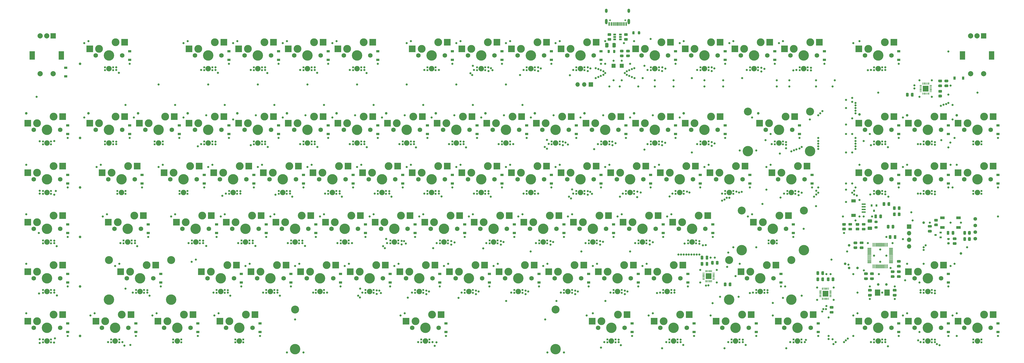
<source format=gbs>
%TF.GenerationSoftware,KiCad,Pcbnew,(5.1.10)-1*%
%TF.CreationDate,2021-12-23T20:50:28-05:00*%
%TF.ProjectId,custom_keyboard (f303),63757374-6f6d-45f6-9b65-79626f617264,rev?*%
%TF.SameCoordinates,Original*%
%TF.FileFunction,Soldermask,Bot*%
%TF.FilePolarity,Negative*%
%FSLAX46Y46*%
G04 Gerber Fmt 4.6, Leading zero omitted, Abs format (unit mm)*
G04 Created by KiCad (PCBNEW (5.1.10)-1) date 2021-12-23 20:50:28*
%MOMM*%
%LPD*%
G01*
G04 APERTURE LIST*
%ADD10R,1.800000X1.200000*%
%ADD11R,1.550000X0.600000*%
%ADD12C,2.100000*%
%ADD13R,0.800000X0.700000*%
%ADD14R,2.000000X2.000000*%
%ADD15C,2.000000*%
%ADD16R,2.000000X3.200000*%
%ADD17R,1.200000X0.900000*%
%ADD18R,0.900000X1.200000*%
%ADD19C,1.000000*%
%ADD20O,1.700000X1.700000*%
%ADD21R,1.700000X1.700000*%
%ADD22R,0.600000X1.450000*%
%ADD23R,0.300000X1.450000*%
%ADD24C,0.650000*%
%ADD25O,1.000000X2.100000*%
%ADD26O,1.000000X1.600000*%
%ADD27R,1.060000X0.650000*%
%ADD28R,1.500000X1.500000*%
%ADD29C,1.397000*%
%ADD30R,2.300000X2.300000*%
%ADD31R,0.900000X0.800000*%
%ADD32R,1.800000X1.100000*%
%ADD33R,2.550000X2.500000*%
%ADD34C,3.000000*%
%ADD35C,1.750000*%
%ADD36C,4.000000*%
%ADD37C,3.050000*%
%ADD38R,0.800000X0.900000*%
%ADD39R,2.000000X2.400000*%
%ADD40C,0.800000*%
G04 APERTURE END LIST*
D10*
%TO.C,J2*%
X339809900Y-153558900D03*
X339809900Y-159158900D03*
D11*
X343684900Y-157858900D03*
X343684900Y-156858900D03*
X343684900Y-154858900D03*
X343684900Y-155858900D03*
%TD*%
D12*
%TO.C,LED1*%
X30160600Y-131273300D03*
D13*
X28610600Y-131823300D03*
X28610600Y-130723300D03*
X31710600Y-131823300D03*
X31710600Y-130723300D03*
%TD*%
D14*
%TO.C,ROT1*%
X32541700Y-90084950D03*
D15*
X30041700Y-90084950D03*
X27541700Y-90084950D03*
D16*
X35641700Y-97584950D03*
X24441700Y-97584950D03*
D15*
X32541700Y-104584950D03*
X27541700Y-104584950D03*
%TD*%
D17*
%TO.C,D3*%
X37303900Y-105624700D03*
X37303900Y-102324700D03*
%TD*%
%TO.C,KD90*%
X395262600Y-200743500D03*
X395262600Y-204043500D03*
%TD*%
%TO.C,KD50*%
X395262600Y-143597100D03*
X395262600Y-146897100D03*
%TD*%
%TO.C,KD32*%
X395262600Y-124548300D03*
X395262600Y-127848300D03*
%TD*%
%TO.C,KD89*%
X376213800Y-200743500D03*
X376213800Y-204043500D03*
%TD*%
%TO.C,KD78*%
X376213800Y-181694700D03*
X376213800Y-184994700D03*
%TD*%
%TO.C,KD49*%
X376213800Y-143597100D03*
X376213800Y-146897100D03*
%TD*%
%TO.C,KD31*%
X376213800Y-124548300D03*
X376213800Y-127848300D03*
%TD*%
%TO.C,KD48*%
X357165000Y-143597100D03*
X357165000Y-146897100D03*
%TD*%
%TO.C,KD30*%
X357165000Y-124548300D03*
X357165000Y-127848300D03*
%TD*%
%TO.C,KD14*%
X357165000Y-95975100D03*
X357165000Y-99275100D03*
%TD*%
%TO.C,KD88*%
X357165000Y-200743500D03*
X357165000Y-204043500D03*
%TD*%
%TO.C,KD77*%
X311924100Y-181694700D03*
X311924100Y-184994700D03*
%TD*%
%TO.C,KD64*%
X316686300Y-162645900D03*
X316686300Y-165945900D03*
%TD*%
%TO.C,KD47*%
X323829600Y-143597100D03*
X323829600Y-146897100D03*
%TD*%
%TO.C,KD29*%
X319067400Y-124548300D03*
X319067400Y-127848300D03*
%TD*%
%TO.C,KD13*%
X328591800Y-95975100D03*
X328591800Y-99275100D03*
%TD*%
%TO.C,KD87*%
X326210700Y-200743500D03*
X326210700Y-204043500D03*
%TD*%
%TO.C,KD46*%
X300018600Y-143597100D03*
X300018600Y-146897100D03*
%TD*%
%TO.C,KD28*%
X290494200Y-124548300D03*
X290494200Y-127848300D03*
%TD*%
%TO.C,KD12*%
X309543000Y-95975100D03*
X309543000Y-99275100D03*
%TD*%
%TO.C,KD86*%
X302399700Y-200743500D03*
X302399700Y-204043500D03*
%TD*%
%TO.C,KD85*%
X278588700Y-200743500D03*
X278588700Y-204043500D03*
%TD*%
%TO.C,KD63*%
X285732000Y-162645900D03*
X285732000Y-165945900D03*
%TD*%
%TO.C,KD45*%
X280969800Y-143597100D03*
X280969800Y-146897100D03*
%TD*%
%TO.C,KD27*%
X271445400Y-124548300D03*
X271445400Y-127848300D03*
%TD*%
%TO.C,KD11*%
X290494200Y-95975100D03*
X290494200Y-99275100D03*
%TD*%
%TO.C,KD62*%
X266683200Y-162645900D03*
X266683200Y-165945900D03*
%TD*%
%TO.C,KD44*%
X261921000Y-143597100D03*
X261921000Y-146897100D03*
%TD*%
%TO.C,KD26*%
X252396600Y-124548300D03*
X252396600Y-127848300D03*
%TD*%
%TO.C,KD10*%
X271445400Y-95975100D03*
X271445400Y-99275100D03*
%TD*%
%TO.C,KD84*%
X254777700Y-200743500D03*
X254777700Y-204043500D03*
%TD*%
%TO.C,KD75*%
X257158800Y-181694700D03*
X257158800Y-184994700D03*
%TD*%
%TO.C,KD61*%
X247634400Y-162645900D03*
X247634400Y-165945900D03*
%TD*%
%TO.C,KD43*%
X242872200Y-143597100D03*
X242872200Y-146897100D03*
%TD*%
%TO.C,KD25*%
X233347800Y-124548300D03*
X233347800Y-127848300D03*
%TD*%
%TO.C,KD74*%
X238110000Y-181694700D03*
X238110000Y-184994700D03*
%TD*%
%TO.C,KD60*%
X228585600Y-162645900D03*
X228585600Y-165945900D03*
%TD*%
%TO.C,KD42*%
X223823400Y-143597100D03*
X223823400Y-146897100D03*
%TD*%
%TO.C,KD24*%
X214299000Y-124548300D03*
X214299000Y-127848300D03*
%TD*%
%TO.C,KD8*%
X223823400Y-95975100D03*
X223823400Y-99275100D03*
%TD*%
%TO.C,KD73*%
X219061200Y-181694700D03*
X219061200Y-184994700D03*
%TD*%
%TO.C,KD59*%
X209536800Y-162645900D03*
X209536800Y-165945900D03*
%TD*%
%TO.C,KD41*%
X204774600Y-143597100D03*
X204774600Y-146897100D03*
%TD*%
%TO.C,KD23*%
X195250200Y-124548300D03*
X195250200Y-127848300D03*
%TD*%
%TO.C,KD7*%
X204774600Y-95975100D03*
X204774600Y-99275100D03*
%TD*%
%TO.C,KD72*%
X200012400Y-181694700D03*
X200012400Y-184994700D03*
%TD*%
%TO.C,KD58*%
X190488000Y-162645900D03*
X190488000Y-165945900D03*
%TD*%
%TO.C,KD40*%
X185725800Y-143597100D03*
X185725800Y-146897100D03*
%TD*%
%TO.C,KD22*%
X176201400Y-124548300D03*
X176201400Y-127848300D03*
%TD*%
%TO.C,KD6*%
X185725800Y-95975100D03*
X185725800Y-99275100D03*
%TD*%
%TO.C,KD83*%
X183344700Y-200743500D03*
X183344700Y-204043500D03*
%TD*%
%TO.C,KD71*%
X180963600Y-181694700D03*
X180963600Y-184994700D03*
%TD*%
%TO.C,KD57*%
X171439200Y-162645900D03*
X171439200Y-165945900D03*
%TD*%
%TO.C,KD39*%
X166677000Y-143597100D03*
X166677000Y-146897100D03*
%TD*%
%TO.C,KD21*%
X157152600Y-124548300D03*
X157152600Y-127848300D03*
%TD*%
%TO.C,KD5*%
X157152600Y-95975100D03*
X157152600Y-99275100D03*
%TD*%
%TO.C,KD69*%
X142866000Y-181694700D03*
X142866000Y-184994700D03*
%TD*%
%TO.C,KD56*%
X152390400Y-162645900D03*
X152390400Y-165945900D03*
%TD*%
%TO.C,KD38*%
X147628200Y-143597100D03*
X147628200Y-146897100D03*
%TD*%
%TO.C,KD20*%
X138103800Y-124548300D03*
X138103800Y-127848300D03*
%TD*%
%TO.C,KD4*%
X138103800Y-95975100D03*
X138103800Y-99275100D03*
%TD*%
%TO.C,KD70*%
X161914800Y-181694700D03*
X161914800Y-184994700D03*
%TD*%
%TO.C,KD68*%
X123817200Y-181694700D03*
X123817200Y-184994700D03*
%TD*%
%TO.C,KD55*%
X133341600Y-162645900D03*
X133341600Y-165945900D03*
%TD*%
%TO.C,KD37*%
X128579400Y-143597100D03*
X128579400Y-146897100D03*
%TD*%
%TO.C,KD19*%
X119055000Y-124548300D03*
X119055000Y-127848300D03*
%TD*%
%TO.C,KD3*%
X119055000Y-95975100D03*
X119055000Y-99275100D03*
%TD*%
%TO.C,KD81*%
X88100700Y-200743500D03*
X88100700Y-204043500D03*
%TD*%
%TO.C,KD66*%
X73814100Y-181694700D03*
X73814100Y-184994700D03*
%TD*%
%TO.C,KD53*%
X95244000Y-162645900D03*
X95244000Y-165945900D03*
%TD*%
%TO.C,KD35*%
X90481800Y-143597100D03*
X90481800Y-146897100D03*
%TD*%
%TO.C,KD17*%
X80957400Y-124548300D03*
X80957400Y-127848300D03*
%TD*%
%TO.C,KD82*%
X111911700Y-200743500D03*
X111911700Y-204043500D03*
%TD*%
%TO.C,KD67*%
X104768400Y-181694700D03*
X104768400Y-184994700D03*
%TD*%
%TO.C,KD54*%
X114292800Y-162645900D03*
X114292800Y-165945900D03*
%TD*%
%TO.C,KD36*%
X109530600Y-143597100D03*
X109530600Y-146897100D03*
%TD*%
%TO.C,KD18*%
X100006200Y-124548300D03*
X100006200Y-127848300D03*
%TD*%
%TO.C,KD2*%
X100006200Y-95975100D03*
X100006200Y-99275100D03*
%TD*%
%TO.C,KD79*%
X38097600Y-200680900D03*
X38097600Y-203980900D03*
%TD*%
%TO.C,KD52*%
X69051900Y-162645900D03*
X69051900Y-165945900D03*
%TD*%
%TO.C,KD34*%
X66670800Y-143597100D03*
X66670800Y-146897100D03*
%TD*%
%TO.C,KD16*%
X61908600Y-124548300D03*
X61908600Y-127848300D03*
%TD*%
%TO.C,KD1*%
X61908600Y-95975100D03*
X61908600Y-99275100D03*
%TD*%
%TO.C,KD80*%
X64289700Y-200743500D03*
X64289700Y-204043500D03*
%TD*%
%TO.C,KD65*%
X38097600Y-181694700D03*
X38097600Y-184994700D03*
%TD*%
%TO.C,KD51*%
X38097600Y-162645900D03*
X38097600Y-165945900D03*
%TD*%
%TO.C,KD33*%
X38097600Y-143534500D03*
X38097600Y-146834500D03*
%TD*%
%TO.C,KD15*%
X38097600Y-124485700D03*
X38097600Y-127785700D03*
%TD*%
%TO.C,R39*%
G36*
G01*
X383757100Y-166333302D02*
X383757100Y-165433298D01*
G75*
G02*
X384007098Y-165183300I249998J0D01*
G01*
X384532102Y-165183300D01*
G75*
G02*
X384782100Y-165433298I0J-249998D01*
G01*
X384782100Y-166333302D01*
G75*
G02*
X384532102Y-166583300I-249998J0D01*
G01*
X384007098Y-166583300D01*
G75*
G02*
X383757100Y-166333302I0J249998D01*
G01*
G37*
G36*
G01*
X381932100Y-166333302D02*
X381932100Y-165433298D01*
G75*
G02*
X382182098Y-165183300I249998J0D01*
G01*
X382707102Y-165183300D01*
G75*
G02*
X382957100Y-165433298I0J-249998D01*
G01*
X382957100Y-166333302D01*
G75*
G02*
X382707102Y-166583300I-249998J0D01*
G01*
X382182098Y-166583300D01*
G75*
G02*
X381932100Y-166333302I0J249998D01*
G01*
G37*
%TD*%
D18*
%TO.C,D4*%
X381832300Y-106355800D03*
X378532300Y-106355800D03*
%TD*%
D19*
%TO.C,COL12*%
X255571400Y-119848700D03*
%TD*%
%TO.C,COL3*%
X84132200Y-119848700D03*
%TD*%
%TO.C,COL0*%
X22223600Y-119848700D03*
%TD*%
%TO.C,ROW5*%
X42859800Y-205568300D03*
%TD*%
%TO.C,ROW4*%
X42859800Y-186519500D03*
%TD*%
%TO.C,ROW3*%
X42859800Y-167470700D03*
%TD*%
%TO.C,ROW2*%
X42859800Y-148421900D03*
%TD*%
%TO.C,ROW1*%
X42859800Y-129373100D03*
%TD*%
%TO.C,ROW0*%
X42859800Y-100799900D03*
%TD*%
%TO.C,COL16*%
X360339800Y-120642400D03*
%TD*%
%TO.C,COL17*%
X379388600Y-120642400D03*
%TD*%
%TO.C,COL4*%
X103181000Y-119848700D03*
%TD*%
%TO.C,COL5*%
X122229800Y-119848700D03*
%TD*%
%TO.C,COL6*%
X141278600Y-119848700D03*
%TD*%
%TO.C,COL7*%
X160327400Y-119848700D03*
%TD*%
%TO.C,COL8*%
X179376200Y-119848700D03*
%TD*%
%TO.C,COL9*%
X198425000Y-119848700D03*
%TD*%
%TO.C,COL10*%
X217473800Y-119848700D03*
%TD*%
%TO.C,COL11*%
X236522600Y-119848700D03*
%TD*%
%TO.C,COL14*%
X303193400Y-119848700D03*
%TD*%
%TO.C,COL2*%
X65083400Y-119848700D03*
%TD*%
D14*
%TO.C,ROT2*%
X389706700Y-90084950D03*
D15*
X387206700Y-90084950D03*
X384706700Y-90084950D03*
D16*
X392806700Y-97584950D03*
X381606700Y-97584950D03*
D15*
X389706700Y-104584950D03*
X384706700Y-104584950D03*
%TD*%
%TO.C,R38*%
G36*
G01*
X383757100Y-168714402D02*
X383757100Y-167814398D01*
G75*
G02*
X384007098Y-167564400I249998J0D01*
G01*
X384532102Y-167564400D01*
G75*
G02*
X384782100Y-167814398I0J-249998D01*
G01*
X384782100Y-168714402D01*
G75*
G02*
X384532102Y-168964400I-249998J0D01*
G01*
X384007098Y-168964400D01*
G75*
G02*
X383757100Y-168714402I0J249998D01*
G01*
G37*
G36*
G01*
X381932100Y-168714402D02*
X381932100Y-167814398D01*
G75*
G02*
X382182098Y-167564400I249998J0D01*
G01*
X382707102Y-167564400D01*
G75*
G02*
X382957100Y-167814398I0J-249998D01*
G01*
X382957100Y-168714402D01*
G75*
G02*
X382707102Y-168964400I-249998J0D01*
G01*
X382182098Y-168964400D01*
G75*
G02*
X381932100Y-168714402I0J249998D01*
G01*
G37*
%TD*%
D19*
%TO.C,BOOT0*%
X380976000Y-173820300D03*
%TD*%
%TO.C,BOOT1*%
X338116200Y-170645500D03*
%TD*%
%TO.C,C3*%
G36*
G01*
X356052600Y-188450600D02*
X355102600Y-188450600D01*
G75*
G02*
X354852600Y-188200600I0J250000D01*
G01*
X354852600Y-187700600D01*
G75*
G02*
X355102600Y-187450600I250000J0D01*
G01*
X356052600Y-187450600D01*
G75*
G02*
X356302600Y-187700600I0J-250000D01*
G01*
X356302600Y-188200600D01*
G75*
G02*
X356052600Y-188450600I-250000J0D01*
G01*
G37*
G36*
G01*
X356052600Y-190350600D02*
X355102600Y-190350600D01*
G75*
G02*
X354852600Y-190100600I0J250000D01*
G01*
X354852600Y-189600600D01*
G75*
G02*
X355102600Y-189350600I250000J0D01*
G01*
X356052600Y-189350600D01*
G75*
G02*
X356302600Y-189600600I0J-250000D01*
G01*
X356302600Y-190100600D01*
G75*
G02*
X356052600Y-190350600I-250000J0D01*
G01*
G37*
%TD*%
%TO.C,C7*%
G36*
G01*
X345578200Y-189350600D02*
X346528200Y-189350600D01*
G75*
G02*
X346778200Y-189600600I0J-250000D01*
G01*
X346778200Y-190100600D01*
G75*
G02*
X346528200Y-190350600I-250000J0D01*
G01*
X345578200Y-190350600D01*
G75*
G02*
X345328200Y-190100600I0J250000D01*
G01*
X345328200Y-189600600D01*
G75*
G02*
X345578200Y-189350600I250000J0D01*
G01*
G37*
G36*
G01*
X345578200Y-187450600D02*
X346528200Y-187450600D01*
G75*
G02*
X346778200Y-187700600I0J-250000D01*
G01*
X346778200Y-188200600D01*
G75*
G02*
X346528200Y-188450600I-250000J0D01*
G01*
X345578200Y-188450600D01*
G75*
G02*
X345328200Y-188200600I0J250000D01*
G01*
X345328200Y-187700600D01*
G75*
G02*
X345578200Y-187450600I250000J0D01*
G01*
G37*
%TD*%
%TO.C,C18*%
G36*
G01*
X355258900Y-181307300D02*
X354308900Y-181307300D01*
G75*
G02*
X354058900Y-181057300I0J250000D01*
G01*
X354058900Y-180557300D01*
G75*
G02*
X354308900Y-180307300I250000J0D01*
G01*
X355258900Y-180307300D01*
G75*
G02*
X355508900Y-180557300I0J-250000D01*
G01*
X355508900Y-181057300D01*
G75*
G02*
X355258900Y-181307300I-250000J0D01*
G01*
G37*
G36*
G01*
X355258900Y-183207300D02*
X354308900Y-183207300D01*
G75*
G02*
X354058900Y-182957300I0J250000D01*
G01*
X354058900Y-182457300D01*
G75*
G02*
X354308900Y-182207300I250000J0D01*
G01*
X355258900Y-182207300D01*
G75*
G02*
X355508900Y-182457300I0J-250000D01*
G01*
X355508900Y-182957300D01*
G75*
G02*
X355258900Y-183207300I-250000J0D01*
G01*
G37*
%TD*%
%TO.C,C19*%
G36*
G01*
X342403400Y-171095500D02*
X343353400Y-171095500D01*
G75*
G02*
X343603400Y-171345500I0J-250000D01*
G01*
X343603400Y-171845500D01*
G75*
G02*
X343353400Y-172095500I-250000J0D01*
G01*
X342403400Y-172095500D01*
G75*
G02*
X342153400Y-171845500I0J250000D01*
G01*
X342153400Y-171345500D01*
G75*
G02*
X342403400Y-171095500I250000J0D01*
G01*
G37*
G36*
G01*
X342403400Y-169195500D02*
X343353400Y-169195500D01*
G75*
G02*
X343603400Y-169445500I0J-250000D01*
G01*
X343603400Y-169945500D01*
G75*
G02*
X343353400Y-170195500I-250000J0D01*
G01*
X342403400Y-170195500D01*
G75*
G02*
X342153400Y-169945500I0J250000D01*
G01*
X342153400Y-169445500D01*
G75*
G02*
X342403400Y-169195500I250000J0D01*
G01*
G37*
%TD*%
%TO.C,C20*%
G36*
G01*
X354333900Y-166995700D02*
X354333900Y-167945700D01*
G75*
G02*
X354083900Y-168195700I-250000J0D01*
G01*
X353583900Y-168195700D01*
G75*
G02*
X353333900Y-167945700I0J250000D01*
G01*
X353333900Y-166995700D01*
G75*
G02*
X353583900Y-166745700I250000J0D01*
G01*
X354083900Y-166745700D01*
G75*
G02*
X354333900Y-166995700I0J-250000D01*
G01*
G37*
G36*
G01*
X356233900Y-166995700D02*
X356233900Y-167945700D01*
G75*
G02*
X355983900Y-168195700I-250000J0D01*
G01*
X355483900Y-168195700D01*
G75*
G02*
X355233900Y-167945700I0J250000D01*
G01*
X355233900Y-166995700D01*
G75*
G02*
X355483900Y-166745700I250000J0D01*
G01*
X355983900Y-166745700D01*
G75*
G02*
X356233900Y-166995700I0J-250000D01*
G01*
G37*
%TD*%
%TO.C,C21*%
G36*
G01*
X357640000Y-181307300D02*
X356690000Y-181307300D01*
G75*
G02*
X356440000Y-181057300I0J250000D01*
G01*
X356440000Y-180557300D01*
G75*
G02*
X356690000Y-180307300I250000J0D01*
G01*
X357640000Y-180307300D01*
G75*
G02*
X357890000Y-180557300I0J-250000D01*
G01*
X357890000Y-181057300D01*
G75*
G02*
X357640000Y-181307300I-250000J0D01*
G01*
G37*
G36*
G01*
X357640000Y-183207300D02*
X356690000Y-183207300D01*
G75*
G02*
X356440000Y-182957300I0J250000D01*
G01*
X356440000Y-182457300D01*
G75*
G02*
X356690000Y-182207300I250000J0D01*
G01*
X357640000Y-182207300D01*
G75*
G02*
X357890000Y-182457300I0J-250000D01*
G01*
X357890000Y-182957300D01*
G75*
G02*
X357640000Y-183207300I-250000J0D01*
G01*
G37*
%TD*%
%TO.C,C23*%
G36*
G01*
X347321900Y-182101000D02*
X346371900Y-182101000D01*
G75*
G02*
X346121900Y-181851000I0J250000D01*
G01*
X346121900Y-181351000D01*
G75*
G02*
X346371900Y-181101000I250000J0D01*
G01*
X347321900Y-181101000D01*
G75*
G02*
X347571900Y-181351000I0J-250000D01*
G01*
X347571900Y-181851000D01*
G75*
G02*
X347321900Y-182101000I-250000J0D01*
G01*
G37*
G36*
G01*
X347321900Y-184001000D02*
X346371900Y-184001000D01*
G75*
G02*
X346121900Y-183751000I0J250000D01*
G01*
X346121900Y-183251000D01*
G75*
G02*
X346371900Y-183001000I250000J0D01*
G01*
X347321900Y-183001000D01*
G75*
G02*
X347571900Y-183251000I0J-250000D01*
G01*
X347571900Y-183751000D01*
G75*
G02*
X347321900Y-184001000I-250000J0D01*
G01*
G37*
%TD*%
%TO.C,C24*%
G36*
G01*
X344069600Y-183001000D02*
X345019600Y-183001000D01*
G75*
G02*
X345269600Y-183251000I0J-250000D01*
G01*
X345269600Y-183751000D01*
G75*
G02*
X345019600Y-184001000I-250000J0D01*
G01*
X344069600Y-184001000D01*
G75*
G02*
X343819600Y-183751000I0J250000D01*
G01*
X343819600Y-183251000D01*
G75*
G02*
X344069600Y-183001000I250000J0D01*
G01*
G37*
G36*
G01*
X344069600Y-181101000D02*
X345019600Y-181101000D01*
G75*
G02*
X345269600Y-181351000I0J-250000D01*
G01*
X345269600Y-181851000D01*
G75*
G02*
X345019600Y-182101000I-250000J0D01*
G01*
X344069600Y-182101000D01*
G75*
G02*
X343819600Y-181851000I0J250000D01*
G01*
X343819600Y-181351000D01*
G75*
G02*
X344069600Y-181101000I250000J0D01*
G01*
G37*
%TD*%
%TO.C,C43*%
G36*
G01*
X349678000Y-160008700D02*
X349678000Y-159058700D01*
G75*
G02*
X349928000Y-158808700I250000J0D01*
G01*
X350428000Y-158808700D01*
G75*
G02*
X350678000Y-159058700I0J-250000D01*
G01*
X350678000Y-160008700D01*
G75*
G02*
X350428000Y-160258700I-250000J0D01*
G01*
X349928000Y-160258700D01*
G75*
G02*
X349678000Y-160008700I0J250000D01*
G01*
G37*
G36*
G01*
X347778000Y-160008700D02*
X347778000Y-159058700D01*
G75*
G02*
X348028000Y-158808700I250000J0D01*
G01*
X348528000Y-158808700D01*
G75*
G02*
X348778000Y-159058700I0J-250000D01*
G01*
X348778000Y-160008700D01*
G75*
G02*
X348528000Y-160258700I-250000J0D01*
G01*
X348028000Y-160258700D01*
G75*
G02*
X347778000Y-160008700I0J250000D01*
G01*
G37*
%TD*%
%TO.C,C44*%
G36*
G01*
X352852800Y-155246500D02*
X352852800Y-154296500D01*
G75*
G02*
X353102800Y-154046500I250000J0D01*
G01*
X353602800Y-154046500D01*
G75*
G02*
X353852800Y-154296500I0J-250000D01*
G01*
X353852800Y-155246500D01*
G75*
G02*
X353602800Y-155496500I-250000J0D01*
G01*
X353102800Y-155496500D01*
G75*
G02*
X352852800Y-155246500I0J250000D01*
G01*
G37*
G36*
G01*
X350952800Y-155246500D02*
X350952800Y-154296500D01*
G75*
G02*
X351202800Y-154046500I250000J0D01*
G01*
X351702800Y-154046500D01*
G75*
G02*
X351952800Y-154296500I0J-250000D01*
G01*
X351952800Y-155246500D01*
G75*
G02*
X351702800Y-155496500I-250000J0D01*
G01*
X351202800Y-155496500D01*
G75*
G02*
X350952800Y-155246500I0J250000D01*
G01*
G37*
%TD*%
%TO.C,D11*%
G36*
G01*
X355921300Y-155902650D02*
X355921300Y-156815150D01*
G75*
G02*
X355677550Y-157058900I-243750J0D01*
G01*
X355190050Y-157058900D01*
G75*
G02*
X354946300Y-156815150I0J243750D01*
G01*
X354946300Y-155902650D01*
G75*
G02*
X355190050Y-155658900I243750J0D01*
G01*
X355677550Y-155658900D01*
G75*
G02*
X355921300Y-155902650I0J-243750D01*
G01*
G37*
G36*
G01*
X357796300Y-155902650D02*
X357796300Y-156815150D01*
G75*
G02*
X357552550Y-157058900I-243750J0D01*
G01*
X357065050Y-157058900D01*
G75*
G02*
X356821300Y-156815150I0J243750D01*
G01*
X356821300Y-155902650D01*
G75*
G02*
X357065050Y-155658900I243750J0D01*
G01*
X357552550Y-155658900D01*
G75*
G02*
X357796300Y-155902650I0J-243750D01*
G01*
G37*
%TD*%
%TO.C,ENCA1*%
X338116200Y-179376200D03*
%TD*%
%TO.C,ENCB2*%
X336528800Y-177788800D03*
%TD*%
%TO.C,F8*%
G36*
G01*
X345428200Y-160683500D02*
X346678200Y-160683500D01*
G75*
G02*
X346928200Y-160933500I0J-250000D01*
G01*
X346928200Y-161683500D01*
G75*
G02*
X346678200Y-161933500I-250000J0D01*
G01*
X345428200Y-161933500D01*
G75*
G02*
X345178200Y-161683500I0J250000D01*
G01*
X345178200Y-160933500D01*
G75*
G02*
X345428200Y-160683500I250000J0D01*
G01*
G37*
G36*
G01*
X345428200Y-163483500D02*
X346678200Y-163483500D01*
G75*
G02*
X346928200Y-163733500I0J-250000D01*
G01*
X346928200Y-164483500D01*
G75*
G02*
X346678200Y-164733500I-250000J0D01*
G01*
X345428200Y-164733500D01*
G75*
G02*
X345178200Y-164483500I0J250000D01*
G01*
X345178200Y-163733500D01*
G75*
G02*
X345428200Y-163483500I250000J0D01*
G01*
G37*
%TD*%
%TO.C,FB15*%
G36*
G01*
X348815550Y-164208500D02*
X348053050Y-164208500D01*
G75*
G02*
X347834300Y-163989750I0J218750D01*
G01*
X347834300Y-163552250D01*
G75*
G02*
X348053050Y-163333500I218750J0D01*
G01*
X348815550Y-163333500D01*
G75*
G02*
X349034300Y-163552250I0J-218750D01*
G01*
X349034300Y-163989750D01*
G75*
G02*
X348815550Y-164208500I-218750J0D01*
G01*
G37*
G36*
G01*
X348815550Y-162083500D02*
X348053050Y-162083500D01*
G75*
G02*
X347834300Y-161864750I0J218750D01*
G01*
X347834300Y-161427250D01*
G75*
G02*
X348053050Y-161208500I218750J0D01*
G01*
X348815550Y-161208500D01*
G75*
G02*
X349034300Y-161427250I0J-218750D01*
G01*
X349034300Y-161864750D01*
G75*
G02*
X348815550Y-162083500I-218750J0D01*
G01*
G37*
%TD*%
D20*
%TO.C,J1*%
X361133500Y-171122200D03*
X361133500Y-168582200D03*
X361133500Y-166042200D03*
D21*
X361133500Y-163502200D03*
%TD*%
%TO.C,R27*%
G36*
G01*
X340047298Y-171045500D02*
X340947302Y-171045500D01*
G75*
G02*
X341197300Y-171295498I0J-249998D01*
G01*
X341197300Y-171820502D01*
G75*
G02*
X340947302Y-172070500I-249998J0D01*
G01*
X340047298Y-172070500D01*
G75*
G02*
X339797300Y-171820502I0J249998D01*
G01*
X339797300Y-171295498D01*
G75*
G02*
X340047298Y-171045500I249998J0D01*
G01*
G37*
G36*
G01*
X340047298Y-169220500D02*
X340947302Y-169220500D01*
G75*
G02*
X341197300Y-169470498I0J-249998D01*
G01*
X341197300Y-169995502D01*
G75*
G02*
X340947302Y-170245500I-249998J0D01*
G01*
X340047298Y-170245500D01*
G75*
G02*
X339797300Y-169995502I0J249998D01*
G01*
X339797300Y-169470498D01*
G75*
G02*
X340047298Y-169220500I249998J0D01*
G01*
G37*
%TD*%
%TO.C,R58*%
G36*
G01*
X353590200Y-163052198D02*
X353590200Y-163952202D01*
G75*
G02*
X353340202Y-164202200I-249998J0D01*
G01*
X352815198Y-164202200D01*
G75*
G02*
X352565200Y-163952202I0J249998D01*
G01*
X352565200Y-163052198D01*
G75*
G02*
X352815198Y-162802200I249998J0D01*
G01*
X353340202Y-162802200D01*
G75*
G02*
X353590200Y-163052198I0J-249998D01*
G01*
G37*
G36*
G01*
X355415200Y-163052198D02*
X355415200Y-163952202D01*
G75*
G02*
X355165202Y-164202200I-249998J0D01*
G01*
X354640198Y-164202200D01*
G75*
G02*
X354390200Y-163952202I0J249998D01*
G01*
X354390200Y-163052198D01*
G75*
G02*
X354640198Y-162802200I249998J0D01*
G01*
X355165202Y-162802200D01*
G75*
G02*
X355415200Y-163052198I0J-249998D01*
G01*
G37*
%TD*%
%TO.C,R64*%
G36*
G01*
X356771300Y-159190002D02*
X356771300Y-158289998D01*
G75*
G02*
X357021298Y-158040000I249998J0D01*
G01*
X357546302Y-158040000D01*
G75*
G02*
X357796300Y-158289998I0J-249998D01*
G01*
X357796300Y-159190002D01*
G75*
G02*
X357546302Y-159440000I-249998J0D01*
G01*
X357021298Y-159440000D01*
G75*
G02*
X356771300Y-159190002I0J249998D01*
G01*
G37*
G36*
G01*
X354946300Y-159190002D02*
X354946300Y-158289998D01*
G75*
G02*
X355196298Y-158040000I249998J0D01*
G01*
X355721302Y-158040000D01*
G75*
G02*
X355971300Y-158289998I0J-249998D01*
G01*
X355971300Y-159190002D01*
G75*
G02*
X355721302Y-159440000I-249998J0D01*
G01*
X355196298Y-159440000D01*
G75*
G02*
X354946300Y-159190002I0J249998D01*
G01*
G37*
%TD*%
D19*
%TO.C,X1*%
X352402800Y-185725800D03*
%TD*%
%TO.C,X2*%
X349228000Y-185725800D03*
%TD*%
%TO.C,ENCB1*%
X341291000Y-179376200D03*
%TD*%
%TO.C,FB5*%
G36*
G01*
X255740100Y-88513150D02*
X255740100Y-89275650D01*
G75*
G02*
X255521350Y-89494400I-218750J0D01*
G01*
X255083850Y-89494400D01*
G75*
G02*
X254865100Y-89275650I0J218750D01*
G01*
X254865100Y-88513150D01*
G75*
G02*
X255083850Y-88294400I218750J0D01*
G01*
X255521350Y-88294400D01*
G75*
G02*
X255740100Y-88513150I0J-218750D01*
G01*
G37*
G36*
G01*
X257865100Y-88513150D02*
X257865100Y-89275650D01*
G75*
G02*
X257646350Y-89494400I-218750J0D01*
G01*
X257208850Y-89494400D01*
G75*
G02*
X256990100Y-89275650I0J218750D01*
G01*
X256990100Y-88513150D01*
G75*
G02*
X257208850Y-88294400I218750J0D01*
G01*
X257646350Y-88294400D01*
G75*
G02*
X257865100Y-88513150I0J-218750D01*
G01*
G37*
%TD*%
%TO.C,R12*%
G36*
G01*
X251946598Y-90881800D02*
X252846602Y-90881800D01*
G75*
G02*
X253096600Y-91131798I0J-249998D01*
G01*
X253096600Y-91656802D01*
G75*
G02*
X252846602Y-91906800I-249998J0D01*
G01*
X251946598Y-91906800D01*
G75*
G02*
X251696600Y-91656802I0J249998D01*
G01*
X251696600Y-91131798D01*
G75*
G02*
X251946598Y-90881800I249998J0D01*
G01*
G37*
G36*
G01*
X251946598Y-89056800D02*
X252846602Y-89056800D01*
G75*
G02*
X253096600Y-89306798I0J-249998D01*
G01*
X253096600Y-89831802D01*
G75*
G02*
X252846602Y-90081800I-249998J0D01*
G01*
X251946598Y-90081800D01*
G75*
G02*
X251696600Y-89831802I0J249998D01*
G01*
X251696600Y-89306798D01*
G75*
G02*
X251946598Y-89056800I249998J0D01*
G01*
G37*
%TD*%
D22*
%TO.C,USB1*%
X252446800Y-85477600D03*
X245996800Y-85477600D03*
X251671800Y-85477600D03*
X246771800Y-85477600D03*
D23*
X247471800Y-85477600D03*
X250971800Y-85477600D03*
X247971800Y-85477600D03*
X250471800Y-85477600D03*
X248471800Y-85477600D03*
X249971800Y-85477600D03*
X249471800Y-85477600D03*
X248971800Y-85477600D03*
D24*
X252111800Y-84032600D03*
X246331800Y-84032600D03*
D25*
X244901800Y-84562600D03*
X253541800Y-84562600D03*
D26*
X244901800Y-80382600D03*
X253541800Y-80382600D03*
%TD*%
D27*
%TO.C,U1*%
X248121800Y-90481800D03*
X248121800Y-89531800D03*
X248121800Y-91431800D03*
X250321800Y-91431800D03*
X250321800Y-90481800D03*
X250321800Y-89531800D03*
%TD*%
%TO.C,D2*%
G36*
G01*
X251265450Y-96381400D02*
X250352950Y-96381400D01*
G75*
G02*
X250109200Y-96137650I0J243750D01*
G01*
X250109200Y-95650150D01*
G75*
G02*
X250352950Y-95406400I243750J0D01*
G01*
X251265450Y-95406400D01*
G75*
G02*
X251509200Y-95650150I0J-243750D01*
G01*
X251509200Y-96137650D01*
G75*
G02*
X251265450Y-96381400I-243750J0D01*
G01*
G37*
G36*
G01*
X251265450Y-98256400D02*
X250352950Y-98256400D01*
G75*
G02*
X250109200Y-98012650I0J243750D01*
G01*
X250109200Y-97525150D01*
G75*
G02*
X250352950Y-97281400I243750J0D01*
G01*
X251265450Y-97281400D01*
G75*
G02*
X251509200Y-97525150I0J-243750D01*
G01*
X251509200Y-98012650D01*
G75*
G02*
X251265450Y-98256400I-243750J0D01*
G01*
G37*
%TD*%
%TO.C,R13*%
G36*
G01*
X245596998Y-90881800D02*
X246497002Y-90881800D01*
G75*
G02*
X246747000Y-91131798I0J-249998D01*
G01*
X246747000Y-91656802D01*
G75*
G02*
X246497002Y-91906800I-249998J0D01*
G01*
X245596998Y-91906800D01*
G75*
G02*
X245347000Y-91656802I0J249998D01*
G01*
X245347000Y-91131798D01*
G75*
G02*
X245596998Y-90881800I249998J0D01*
G01*
G37*
G36*
G01*
X245596998Y-89056800D02*
X246497002Y-89056800D01*
G75*
G02*
X246747000Y-89306798I0J-249998D01*
G01*
X246747000Y-89831802D01*
G75*
G02*
X246497002Y-90081800I-249998J0D01*
G01*
X245596998Y-90081800D01*
G75*
G02*
X245347000Y-89831802I0J249998D01*
G01*
X245347000Y-89306798D01*
G75*
G02*
X245596998Y-89056800I249998J0D01*
G01*
G37*
%TD*%
D28*
%TO.C,D-1*%
X247634400Y-101593600D03*
%TD*%
%TO.C,D+1*%
X250809200Y-101593600D03*
%TD*%
%TO.C,D1*%
G36*
G01*
X338969300Y-163052200D02*
X338056800Y-163052200D01*
G75*
G02*
X337813050Y-162808450I0J243750D01*
G01*
X337813050Y-162320950D01*
G75*
G02*
X338056800Y-162077200I243750J0D01*
G01*
X338969300Y-162077200D01*
G75*
G02*
X339213050Y-162320950I0J-243750D01*
G01*
X339213050Y-162808450D01*
G75*
G02*
X338969300Y-163052200I-243750J0D01*
G01*
G37*
G36*
G01*
X338969300Y-164927200D02*
X338056800Y-164927200D01*
G75*
G02*
X337813050Y-164683450I0J243750D01*
G01*
X337813050Y-164195950D01*
G75*
G02*
X338056800Y-163952200I243750J0D01*
G01*
X338969300Y-163952200D01*
G75*
G02*
X339213050Y-164195950I0J-243750D01*
G01*
X339213050Y-164683450D01*
G75*
G02*
X338969300Y-164927200I-243750J0D01*
G01*
G37*
%TD*%
%TO.C,U14*%
G36*
G01*
X354846700Y-177514000D02*
X353521700Y-177514000D01*
G75*
G02*
X353446700Y-177439000I0J75000D01*
G01*
X353446700Y-177289000D01*
G75*
G02*
X353521700Y-177214000I75000J0D01*
G01*
X354846700Y-177214000D01*
G75*
G02*
X354921700Y-177289000I0J-75000D01*
G01*
X354921700Y-177439000D01*
G75*
G02*
X354846700Y-177514000I-75000J0D01*
G01*
G37*
G36*
G01*
X354846700Y-177014000D02*
X353521700Y-177014000D01*
G75*
G02*
X353446700Y-176939000I0J75000D01*
G01*
X353446700Y-176789000D01*
G75*
G02*
X353521700Y-176714000I75000J0D01*
G01*
X354846700Y-176714000D01*
G75*
G02*
X354921700Y-176789000I0J-75000D01*
G01*
X354921700Y-176939000D01*
G75*
G02*
X354846700Y-177014000I-75000J0D01*
G01*
G37*
G36*
G01*
X354846700Y-176514000D02*
X353521700Y-176514000D01*
G75*
G02*
X353446700Y-176439000I0J75000D01*
G01*
X353446700Y-176289000D01*
G75*
G02*
X353521700Y-176214000I75000J0D01*
G01*
X354846700Y-176214000D01*
G75*
G02*
X354921700Y-176289000I0J-75000D01*
G01*
X354921700Y-176439000D01*
G75*
G02*
X354846700Y-176514000I-75000J0D01*
G01*
G37*
G36*
G01*
X354846700Y-176014000D02*
X353521700Y-176014000D01*
G75*
G02*
X353446700Y-175939000I0J75000D01*
G01*
X353446700Y-175789000D01*
G75*
G02*
X353521700Y-175714000I75000J0D01*
G01*
X354846700Y-175714000D01*
G75*
G02*
X354921700Y-175789000I0J-75000D01*
G01*
X354921700Y-175939000D01*
G75*
G02*
X354846700Y-176014000I-75000J0D01*
G01*
G37*
G36*
G01*
X354846700Y-175514000D02*
X353521700Y-175514000D01*
G75*
G02*
X353446700Y-175439000I0J75000D01*
G01*
X353446700Y-175289000D01*
G75*
G02*
X353521700Y-175214000I75000J0D01*
G01*
X354846700Y-175214000D01*
G75*
G02*
X354921700Y-175289000I0J-75000D01*
G01*
X354921700Y-175439000D01*
G75*
G02*
X354846700Y-175514000I-75000J0D01*
G01*
G37*
G36*
G01*
X354846700Y-175014000D02*
X353521700Y-175014000D01*
G75*
G02*
X353446700Y-174939000I0J75000D01*
G01*
X353446700Y-174789000D01*
G75*
G02*
X353521700Y-174714000I75000J0D01*
G01*
X354846700Y-174714000D01*
G75*
G02*
X354921700Y-174789000I0J-75000D01*
G01*
X354921700Y-174939000D01*
G75*
G02*
X354846700Y-175014000I-75000J0D01*
G01*
G37*
G36*
G01*
X354846700Y-174514000D02*
X353521700Y-174514000D01*
G75*
G02*
X353446700Y-174439000I0J75000D01*
G01*
X353446700Y-174289000D01*
G75*
G02*
X353521700Y-174214000I75000J0D01*
G01*
X354846700Y-174214000D01*
G75*
G02*
X354921700Y-174289000I0J-75000D01*
G01*
X354921700Y-174439000D01*
G75*
G02*
X354846700Y-174514000I-75000J0D01*
G01*
G37*
G36*
G01*
X354846700Y-174014000D02*
X353521700Y-174014000D01*
G75*
G02*
X353446700Y-173939000I0J75000D01*
G01*
X353446700Y-173789000D01*
G75*
G02*
X353521700Y-173714000I75000J0D01*
G01*
X354846700Y-173714000D01*
G75*
G02*
X354921700Y-173789000I0J-75000D01*
G01*
X354921700Y-173939000D01*
G75*
G02*
X354846700Y-174014000I-75000J0D01*
G01*
G37*
G36*
G01*
X354846700Y-173514000D02*
X353521700Y-173514000D01*
G75*
G02*
X353446700Y-173439000I0J75000D01*
G01*
X353446700Y-173289000D01*
G75*
G02*
X353521700Y-173214000I75000J0D01*
G01*
X354846700Y-173214000D01*
G75*
G02*
X354921700Y-173289000I0J-75000D01*
G01*
X354921700Y-173439000D01*
G75*
G02*
X354846700Y-173514000I-75000J0D01*
G01*
G37*
G36*
G01*
X354846700Y-173014000D02*
X353521700Y-173014000D01*
G75*
G02*
X353446700Y-172939000I0J75000D01*
G01*
X353446700Y-172789000D01*
G75*
G02*
X353521700Y-172714000I75000J0D01*
G01*
X354846700Y-172714000D01*
G75*
G02*
X354921700Y-172789000I0J-75000D01*
G01*
X354921700Y-172939000D01*
G75*
G02*
X354846700Y-173014000I-75000J0D01*
G01*
G37*
G36*
G01*
X354846700Y-172514000D02*
X353521700Y-172514000D01*
G75*
G02*
X353446700Y-172439000I0J75000D01*
G01*
X353446700Y-172289000D01*
G75*
G02*
X353521700Y-172214000I75000J0D01*
G01*
X354846700Y-172214000D01*
G75*
G02*
X354921700Y-172289000I0J-75000D01*
G01*
X354921700Y-172439000D01*
G75*
G02*
X354846700Y-172514000I-75000J0D01*
G01*
G37*
G36*
G01*
X354846700Y-172014000D02*
X353521700Y-172014000D01*
G75*
G02*
X353446700Y-171939000I0J75000D01*
G01*
X353446700Y-171789000D01*
G75*
G02*
X353521700Y-171714000I75000J0D01*
G01*
X354846700Y-171714000D01*
G75*
G02*
X354921700Y-171789000I0J-75000D01*
G01*
X354921700Y-171939000D01*
G75*
G02*
X354846700Y-172014000I-75000J0D01*
G01*
G37*
G36*
G01*
X352846700Y-171189000D02*
X352696700Y-171189000D01*
G75*
G02*
X352621700Y-171114000I0J75000D01*
G01*
X352621700Y-169789000D01*
G75*
G02*
X352696700Y-169714000I75000J0D01*
G01*
X352846700Y-169714000D01*
G75*
G02*
X352921700Y-169789000I0J-75000D01*
G01*
X352921700Y-171114000D01*
G75*
G02*
X352846700Y-171189000I-75000J0D01*
G01*
G37*
G36*
G01*
X352346700Y-171189000D02*
X352196700Y-171189000D01*
G75*
G02*
X352121700Y-171114000I0J75000D01*
G01*
X352121700Y-169789000D01*
G75*
G02*
X352196700Y-169714000I75000J0D01*
G01*
X352346700Y-169714000D01*
G75*
G02*
X352421700Y-169789000I0J-75000D01*
G01*
X352421700Y-171114000D01*
G75*
G02*
X352346700Y-171189000I-75000J0D01*
G01*
G37*
G36*
G01*
X351846700Y-171189000D02*
X351696700Y-171189000D01*
G75*
G02*
X351621700Y-171114000I0J75000D01*
G01*
X351621700Y-169789000D01*
G75*
G02*
X351696700Y-169714000I75000J0D01*
G01*
X351846700Y-169714000D01*
G75*
G02*
X351921700Y-169789000I0J-75000D01*
G01*
X351921700Y-171114000D01*
G75*
G02*
X351846700Y-171189000I-75000J0D01*
G01*
G37*
G36*
G01*
X351346700Y-171189000D02*
X351196700Y-171189000D01*
G75*
G02*
X351121700Y-171114000I0J75000D01*
G01*
X351121700Y-169789000D01*
G75*
G02*
X351196700Y-169714000I75000J0D01*
G01*
X351346700Y-169714000D01*
G75*
G02*
X351421700Y-169789000I0J-75000D01*
G01*
X351421700Y-171114000D01*
G75*
G02*
X351346700Y-171189000I-75000J0D01*
G01*
G37*
G36*
G01*
X350846700Y-171189000D02*
X350696700Y-171189000D01*
G75*
G02*
X350621700Y-171114000I0J75000D01*
G01*
X350621700Y-169789000D01*
G75*
G02*
X350696700Y-169714000I75000J0D01*
G01*
X350846700Y-169714000D01*
G75*
G02*
X350921700Y-169789000I0J-75000D01*
G01*
X350921700Y-171114000D01*
G75*
G02*
X350846700Y-171189000I-75000J0D01*
G01*
G37*
G36*
G01*
X350346700Y-171189000D02*
X350196700Y-171189000D01*
G75*
G02*
X350121700Y-171114000I0J75000D01*
G01*
X350121700Y-169789000D01*
G75*
G02*
X350196700Y-169714000I75000J0D01*
G01*
X350346700Y-169714000D01*
G75*
G02*
X350421700Y-169789000I0J-75000D01*
G01*
X350421700Y-171114000D01*
G75*
G02*
X350346700Y-171189000I-75000J0D01*
G01*
G37*
G36*
G01*
X349846700Y-171189000D02*
X349696700Y-171189000D01*
G75*
G02*
X349621700Y-171114000I0J75000D01*
G01*
X349621700Y-169789000D01*
G75*
G02*
X349696700Y-169714000I75000J0D01*
G01*
X349846700Y-169714000D01*
G75*
G02*
X349921700Y-169789000I0J-75000D01*
G01*
X349921700Y-171114000D01*
G75*
G02*
X349846700Y-171189000I-75000J0D01*
G01*
G37*
G36*
G01*
X349346700Y-171189000D02*
X349196700Y-171189000D01*
G75*
G02*
X349121700Y-171114000I0J75000D01*
G01*
X349121700Y-169789000D01*
G75*
G02*
X349196700Y-169714000I75000J0D01*
G01*
X349346700Y-169714000D01*
G75*
G02*
X349421700Y-169789000I0J-75000D01*
G01*
X349421700Y-171114000D01*
G75*
G02*
X349346700Y-171189000I-75000J0D01*
G01*
G37*
G36*
G01*
X348846700Y-171189000D02*
X348696700Y-171189000D01*
G75*
G02*
X348621700Y-171114000I0J75000D01*
G01*
X348621700Y-169789000D01*
G75*
G02*
X348696700Y-169714000I75000J0D01*
G01*
X348846700Y-169714000D01*
G75*
G02*
X348921700Y-169789000I0J-75000D01*
G01*
X348921700Y-171114000D01*
G75*
G02*
X348846700Y-171189000I-75000J0D01*
G01*
G37*
G36*
G01*
X348346700Y-171189000D02*
X348196700Y-171189000D01*
G75*
G02*
X348121700Y-171114000I0J75000D01*
G01*
X348121700Y-169789000D01*
G75*
G02*
X348196700Y-169714000I75000J0D01*
G01*
X348346700Y-169714000D01*
G75*
G02*
X348421700Y-169789000I0J-75000D01*
G01*
X348421700Y-171114000D01*
G75*
G02*
X348346700Y-171189000I-75000J0D01*
G01*
G37*
G36*
G01*
X347846700Y-171189000D02*
X347696700Y-171189000D01*
G75*
G02*
X347621700Y-171114000I0J75000D01*
G01*
X347621700Y-169789000D01*
G75*
G02*
X347696700Y-169714000I75000J0D01*
G01*
X347846700Y-169714000D01*
G75*
G02*
X347921700Y-169789000I0J-75000D01*
G01*
X347921700Y-171114000D01*
G75*
G02*
X347846700Y-171189000I-75000J0D01*
G01*
G37*
G36*
G01*
X347346700Y-171189000D02*
X347196700Y-171189000D01*
G75*
G02*
X347121700Y-171114000I0J75000D01*
G01*
X347121700Y-169789000D01*
G75*
G02*
X347196700Y-169714000I75000J0D01*
G01*
X347346700Y-169714000D01*
G75*
G02*
X347421700Y-169789000I0J-75000D01*
G01*
X347421700Y-171114000D01*
G75*
G02*
X347346700Y-171189000I-75000J0D01*
G01*
G37*
G36*
G01*
X346521700Y-172014000D02*
X345196700Y-172014000D01*
G75*
G02*
X345121700Y-171939000I0J75000D01*
G01*
X345121700Y-171789000D01*
G75*
G02*
X345196700Y-171714000I75000J0D01*
G01*
X346521700Y-171714000D01*
G75*
G02*
X346596700Y-171789000I0J-75000D01*
G01*
X346596700Y-171939000D01*
G75*
G02*
X346521700Y-172014000I-75000J0D01*
G01*
G37*
G36*
G01*
X346521700Y-172514000D02*
X345196700Y-172514000D01*
G75*
G02*
X345121700Y-172439000I0J75000D01*
G01*
X345121700Y-172289000D01*
G75*
G02*
X345196700Y-172214000I75000J0D01*
G01*
X346521700Y-172214000D01*
G75*
G02*
X346596700Y-172289000I0J-75000D01*
G01*
X346596700Y-172439000D01*
G75*
G02*
X346521700Y-172514000I-75000J0D01*
G01*
G37*
G36*
G01*
X346521700Y-173014000D02*
X345196700Y-173014000D01*
G75*
G02*
X345121700Y-172939000I0J75000D01*
G01*
X345121700Y-172789000D01*
G75*
G02*
X345196700Y-172714000I75000J0D01*
G01*
X346521700Y-172714000D01*
G75*
G02*
X346596700Y-172789000I0J-75000D01*
G01*
X346596700Y-172939000D01*
G75*
G02*
X346521700Y-173014000I-75000J0D01*
G01*
G37*
G36*
G01*
X346521700Y-173514000D02*
X345196700Y-173514000D01*
G75*
G02*
X345121700Y-173439000I0J75000D01*
G01*
X345121700Y-173289000D01*
G75*
G02*
X345196700Y-173214000I75000J0D01*
G01*
X346521700Y-173214000D01*
G75*
G02*
X346596700Y-173289000I0J-75000D01*
G01*
X346596700Y-173439000D01*
G75*
G02*
X346521700Y-173514000I-75000J0D01*
G01*
G37*
G36*
G01*
X346521700Y-174014000D02*
X345196700Y-174014000D01*
G75*
G02*
X345121700Y-173939000I0J75000D01*
G01*
X345121700Y-173789000D01*
G75*
G02*
X345196700Y-173714000I75000J0D01*
G01*
X346521700Y-173714000D01*
G75*
G02*
X346596700Y-173789000I0J-75000D01*
G01*
X346596700Y-173939000D01*
G75*
G02*
X346521700Y-174014000I-75000J0D01*
G01*
G37*
G36*
G01*
X346521700Y-174514000D02*
X345196700Y-174514000D01*
G75*
G02*
X345121700Y-174439000I0J75000D01*
G01*
X345121700Y-174289000D01*
G75*
G02*
X345196700Y-174214000I75000J0D01*
G01*
X346521700Y-174214000D01*
G75*
G02*
X346596700Y-174289000I0J-75000D01*
G01*
X346596700Y-174439000D01*
G75*
G02*
X346521700Y-174514000I-75000J0D01*
G01*
G37*
G36*
G01*
X346521700Y-175014000D02*
X345196700Y-175014000D01*
G75*
G02*
X345121700Y-174939000I0J75000D01*
G01*
X345121700Y-174789000D01*
G75*
G02*
X345196700Y-174714000I75000J0D01*
G01*
X346521700Y-174714000D01*
G75*
G02*
X346596700Y-174789000I0J-75000D01*
G01*
X346596700Y-174939000D01*
G75*
G02*
X346521700Y-175014000I-75000J0D01*
G01*
G37*
G36*
G01*
X346521700Y-175514000D02*
X345196700Y-175514000D01*
G75*
G02*
X345121700Y-175439000I0J75000D01*
G01*
X345121700Y-175289000D01*
G75*
G02*
X345196700Y-175214000I75000J0D01*
G01*
X346521700Y-175214000D01*
G75*
G02*
X346596700Y-175289000I0J-75000D01*
G01*
X346596700Y-175439000D01*
G75*
G02*
X346521700Y-175514000I-75000J0D01*
G01*
G37*
G36*
G01*
X346521700Y-176014000D02*
X345196700Y-176014000D01*
G75*
G02*
X345121700Y-175939000I0J75000D01*
G01*
X345121700Y-175789000D01*
G75*
G02*
X345196700Y-175714000I75000J0D01*
G01*
X346521700Y-175714000D01*
G75*
G02*
X346596700Y-175789000I0J-75000D01*
G01*
X346596700Y-175939000D01*
G75*
G02*
X346521700Y-176014000I-75000J0D01*
G01*
G37*
G36*
G01*
X346521700Y-176514000D02*
X345196700Y-176514000D01*
G75*
G02*
X345121700Y-176439000I0J75000D01*
G01*
X345121700Y-176289000D01*
G75*
G02*
X345196700Y-176214000I75000J0D01*
G01*
X346521700Y-176214000D01*
G75*
G02*
X346596700Y-176289000I0J-75000D01*
G01*
X346596700Y-176439000D01*
G75*
G02*
X346521700Y-176514000I-75000J0D01*
G01*
G37*
G36*
G01*
X346521700Y-177014000D02*
X345196700Y-177014000D01*
G75*
G02*
X345121700Y-176939000I0J75000D01*
G01*
X345121700Y-176789000D01*
G75*
G02*
X345196700Y-176714000I75000J0D01*
G01*
X346521700Y-176714000D01*
G75*
G02*
X346596700Y-176789000I0J-75000D01*
G01*
X346596700Y-176939000D01*
G75*
G02*
X346521700Y-177014000I-75000J0D01*
G01*
G37*
G36*
G01*
X346521700Y-177514000D02*
X345196700Y-177514000D01*
G75*
G02*
X345121700Y-177439000I0J75000D01*
G01*
X345121700Y-177289000D01*
G75*
G02*
X345196700Y-177214000I75000J0D01*
G01*
X346521700Y-177214000D01*
G75*
G02*
X346596700Y-177289000I0J-75000D01*
G01*
X346596700Y-177439000D01*
G75*
G02*
X346521700Y-177514000I-75000J0D01*
G01*
G37*
G36*
G01*
X347346700Y-179514000D02*
X347196700Y-179514000D01*
G75*
G02*
X347121700Y-179439000I0J75000D01*
G01*
X347121700Y-178114000D01*
G75*
G02*
X347196700Y-178039000I75000J0D01*
G01*
X347346700Y-178039000D01*
G75*
G02*
X347421700Y-178114000I0J-75000D01*
G01*
X347421700Y-179439000D01*
G75*
G02*
X347346700Y-179514000I-75000J0D01*
G01*
G37*
G36*
G01*
X347846700Y-179514000D02*
X347696700Y-179514000D01*
G75*
G02*
X347621700Y-179439000I0J75000D01*
G01*
X347621700Y-178114000D01*
G75*
G02*
X347696700Y-178039000I75000J0D01*
G01*
X347846700Y-178039000D01*
G75*
G02*
X347921700Y-178114000I0J-75000D01*
G01*
X347921700Y-179439000D01*
G75*
G02*
X347846700Y-179514000I-75000J0D01*
G01*
G37*
G36*
G01*
X348346700Y-179514000D02*
X348196700Y-179514000D01*
G75*
G02*
X348121700Y-179439000I0J75000D01*
G01*
X348121700Y-178114000D01*
G75*
G02*
X348196700Y-178039000I75000J0D01*
G01*
X348346700Y-178039000D01*
G75*
G02*
X348421700Y-178114000I0J-75000D01*
G01*
X348421700Y-179439000D01*
G75*
G02*
X348346700Y-179514000I-75000J0D01*
G01*
G37*
G36*
G01*
X348846700Y-179514000D02*
X348696700Y-179514000D01*
G75*
G02*
X348621700Y-179439000I0J75000D01*
G01*
X348621700Y-178114000D01*
G75*
G02*
X348696700Y-178039000I75000J0D01*
G01*
X348846700Y-178039000D01*
G75*
G02*
X348921700Y-178114000I0J-75000D01*
G01*
X348921700Y-179439000D01*
G75*
G02*
X348846700Y-179514000I-75000J0D01*
G01*
G37*
G36*
G01*
X349346700Y-179514000D02*
X349196700Y-179514000D01*
G75*
G02*
X349121700Y-179439000I0J75000D01*
G01*
X349121700Y-178114000D01*
G75*
G02*
X349196700Y-178039000I75000J0D01*
G01*
X349346700Y-178039000D01*
G75*
G02*
X349421700Y-178114000I0J-75000D01*
G01*
X349421700Y-179439000D01*
G75*
G02*
X349346700Y-179514000I-75000J0D01*
G01*
G37*
G36*
G01*
X349846700Y-179514000D02*
X349696700Y-179514000D01*
G75*
G02*
X349621700Y-179439000I0J75000D01*
G01*
X349621700Y-178114000D01*
G75*
G02*
X349696700Y-178039000I75000J0D01*
G01*
X349846700Y-178039000D01*
G75*
G02*
X349921700Y-178114000I0J-75000D01*
G01*
X349921700Y-179439000D01*
G75*
G02*
X349846700Y-179514000I-75000J0D01*
G01*
G37*
G36*
G01*
X350346700Y-179514000D02*
X350196700Y-179514000D01*
G75*
G02*
X350121700Y-179439000I0J75000D01*
G01*
X350121700Y-178114000D01*
G75*
G02*
X350196700Y-178039000I75000J0D01*
G01*
X350346700Y-178039000D01*
G75*
G02*
X350421700Y-178114000I0J-75000D01*
G01*
X350421700Y-179439000D01*
G75*
G02*
X350346700Y-179514000I-75000J0D01*
G01*
G37*
G36*
G01*
X350846700Y-179514000D02*
X350696700Y-179514000D01*
G75*
G02*
X350621700Y-179439000I0J75000D01*
G01*
X350621700Y-178114000D01*
G75*
G02*
X350696700Y-178039000I75000J0D01*
G01*
X350846700Y-178039000D01*
G75*
G02*
X350921700Y-178114000I0J-75000D01*
G01*
X350921700Y-179439000D01*
G75*
G02*
X350846700Y-179514000I-75000J0D01*
G01*
G37*
G36*
G01*
X351346700Y-179514000D02*
X351196700Y-179514000D01*
G75*
G02*
X351121700Y-179439000I0J75000D01*
G01*
X351121700Y-178114000D01*
G75*
G02*
X351196700Y-178039000I75000J0D01*
G01*
X351346700Y-178039000D01*
G75*
G02*
X351421700Y-178114000I0J-75000D01*
G01*
X351421700Y-179439000D01*
G75*
G02*
X351346700Y-179514000I-75000J0D01*
G01*
G37*
G36*
G01*
X351846700Y-179514000D02*
X351696700Y-179514000D01*
G75*
G02*
X351621700Y-179439000I0J75000D01*
G01*
X351621700Y-178114000D01*
G75*
G02*
X351696700Y-178039000I75000J0D01*
G01*
X351846700Y-178039000D01*
G75*
G02*
X351921700Y-178114000I0J-75000D01*
G01*
X351921700Y-179439000D01*
G75*
G02*
X351846700Y-179514000I-75000J0D01*
G01*
G37*
G36*
G01*
X352346700Y-179514000D02*
X352196700Y-179514000D01*
G75*
G02*
X352121700Y-179439000I0J75000D01*
G01*
X352121700Y-178114000D01*
G75*
G02*
X352196700Y-178039000I75000J0D01*
G01*
X352346700Y-178039000D01*
G75*
G02*
X352421700Y-178114000I0J-75000D01*
G01*
X352421700Y-179439000D01*
G75*
G02*
X352346700Y-179514000I-75000J0D01*
G01*
G37*
G36*
G01*
X352846700Y-179514000D02*
X352696700Y-179514000D01*
G75*
G02*
X352621700Y-179439000I0J75000D01*
G01*
X352621700Y-178114000D01*
G75*
G02*
X352696700Y-178039000I75000J0D01*
G01*
X352846700Y-178039000D01*
G75*
G02*
X352921700Y-178114000I0J-75000D01*
G01*
X352921700Y-179439000D01*
G75*
G02*
X352846700Y-179514000I-75000J0D01*
G01*
G37*
%TD*%
D29*
%TO.C,OL1*%
X386531900Y-160485900D03*
X386531900Y-163025900D03*
X386531900Y-165565900D03*
X386531900Y-168105900D03*
%TD*%
%TO.C,R2*%
G36*
G01*
X335681948Y-163902200D02*
X336581952Y-163902200D01*
G75*
G02*
X336831950Y-164152198I0J-249998D01*
G01*
X336831950Y-164677202D01*
G75*
G02*
X336581952Y-164927200I-249998J0D01*
G01*
X335681948Y-164927200D01*
G75*
G02*
X335431950Y-164677202I0J249998D01*
G01*
X335431950Y-164152198D01*
G75*
G02*
X335681948Y-163902200I249998J0D01*
G01*
G37*
G36*
G01*
X335681948Y-162077200D02*
X336581952Y-162077200D01*
G75*
G02*
X336831950Y-162327198I0J-249998D01*
G01*
X336831950Y-162852202D01*
G75*
G02*
X336581952Y-163102200I-249998J0D01*
G01*
X335681948Y-163102200D01*
G75*
G02*
X335431950Y-162852202I0J249998D01*
G01*
X335431950Y-162327198D01*
G75*
G02*
X335681948Y-162077200I249998J0D01*
G01*
G37*
%TD*%
%TO.C,C2*%
G36*
G01*
X377457500Y-166358300D02*
X377457500Y-165408300D01*
G75*
G02*
X377707500Y-165158300I250000J0D01*
G01*
X378207500Y-165158300D01*
G75*
G02*
X378457500Y-165408300I0J-250000D01*
G01*
X378457500Y-166358300D01*
G75*
G02*
X378207500Y-166608300I-250000J0D01*
G01*
X377707500Y-166608300D01*
G75*
G02*
X377457500Y-166358300I0J250000D01*
G01*
G37*
G36*
G01*
X375557500Y-166358300D02*
X375557500Y-165408300D01*
G75*
G02*
X375807500Y-165158300I250000J0D01*
G01*
X376307500Y-165158300D01*
G75*
G02*
X376557500Y-165408300I0J-250000D01*
G01*
X376557500Y-166358300D01*
G75*
G02*
X376307500Y-166608300I-250000J0D01*
G01*
X375807500Y-166608300D01*
G75*
G02*
X375557500Y-166358300I0J250000D01*
G01*
G37*
%TD*%
%TO.C,C4*%
G36*
G01*
X368595500Y-164745900D02*
X369545500Y-164745900D01*
G75*
G02*
X369795500Y-164995900I0J-250000D01*
G01*
X369795500Y-165495900D01*
G75*
G02*
X369545500Y-165745900I-250000J0D01*
G01*
X368595500Y-165745900D01*
G75*
G02*
X368345500Y-165495900I0J250000D01*
G01*
X368345500Y-164995900D01*
G75*
G02*
X368595500Y-164745900I250000J0D01*
G01*
G37*
G36*
G01*
X368595500Y-162845900D02*
X369545500Y-162845900D01*
G75*
G02*
X369795500Y-163095900I0J-250000D01*
G01*
X369795500Y-163595900D01*
G75*
G02*
X369545500Y-163845900I-250000J0D01*
G01*
X368595500Y-163845900D01*
G75*
G02*
X368345500Y-163595900I0J250000D01*
G01*
X368345500Y-163095900D01*
G75*
G02*
X368595500Y-162845900I250000J0D01*
G01*
G37*
%TD*%
%TO.C,C5*%
G36*
G01*
X375895100Y-107890050D02*
X374945100Y-107890050D01*
G75*
G02*
X374695100Y-107640050I0J250000D01*
G01*
X374695100Y-107140050D01*
G75*
G02*
X374945100Y-106890050I250000J0D01*
G01*
X375895100Y-106890050D01*
G75*
G02*
X376145100Y-107140050I0J-250000D01*
G01*
X376145100Y-107640050D01*
G75*
G02*
X375895100Y-107890050I-250000J0D01*
G01*
G37*
G36*
G01*
X375895100Y-109790050D02*
X374945100Y-109790050D01*
G75*
G02*
X374695100Y-109540050I0J250000D01*
G01*
X374695100Y-109040050D01*
G75*
G02*
X374945100Y-108790050I250000J0D01*
G01*
X375895100Y-108790050D01*
G75*
G02*
X376145100Y-109040050I0J-250000D01*
G01*
X376145100Y-109540050D01*
G75*
G02*
X375895100Y-109790050I-250000J0D01*
G01*
G37*
%TD*%
%TO.C,C6*%
G36*
G01*
X373514000Y-107890050D02*
X372564000Y-107890050D01*
G75*
G02*
X372314000Y-107640050I0J250000D01*
G01*
X372314000Y-107140050D01*
G75*
G02*
X372564000Y-106890050I250000J0D01*
G01*
X373514000Y-106890050D01*
G75*
G02*
X373764000Y-107140050I0J-250000D01*
G01*
X373764000Y-107640050D01*
G75*
G02*
X373514000Y-107890050I-250000J0D01*
G01*
G37*
G36*
G01*
X373514000Y-109790050D02*
X372564000Y-109790050D01*
G75*
G02*
X372314000Y-109540050I0J250000D01*
G01*
X372314000Y-109040050D01*
G75*
G02*
X372564000Y-108790050I250000J0D01*
G01*
X373514000Y-108790050D01*
G75*
G02*
X373764000Y-109040050I0J-250000D01*
G01*
X373764000Y-109540050D01*
G75*
G02*
X373514000Y-109790050I-250000J0D01*
G01*
G37*
%TD*%
D30*
%TO.C,I1*%
X367483100Y-110356900D03*
G36*
G01*
X368783100Y-108056900D02*
X368783100Y-108781900D01*
G75*
G02*
X368733100Y-108831900I-50000J0D01*
G01*
X368633100Y-108831900D01*
G75*
G02*
X368583100Y-108781900I0J50000D01*
G01*
X368583100Y-108056900D01*
G75*
G02*
X368633100Y-108006900I50000J0D01*
G01*
X368733100Y-108006900D01*
G75*
G02*
X368783100Y-108056900I0J-50000D01*
G01*
G37*
G36*
G01*
X368383100Y-108056900D02*
X368383100Y-108781900D01*
G75*
G02*
X368333100Y-108831900I-50000J0D01*
G01*
X368233100Y-108831900D01*
G75*
G02*
X368183100Y-108781900I0J50000D01*
G01*
X368183100Y-108056900D01*
G75*
G02*
X368233100Y-108006900I50000J0D01*
G01*
X368333100Y-108006900D01*
G75*
G02*
X368383100Y-108056900I0J-50000D01*
G01*
G37*
G36*
G01*
X367983100Y-108056900D02*
X367983100Y-108781900D01*
G75*
G02*
X367933100Y-108831900I-50000J0D01*
G01*
X367833100Y-108831900D01*
G75*
G02*
X367783100Y-108781900I0J50000D01*
G01*
X367783100Y-108056900D01*
G75*
G02*
X367833100Y-108006900I50000J0D01*
G01*
X367933100Y-108006900D01*
G75*
G02*
X367983100Y-108056900I0J-50000D01*
G01*
G37*
G36*
G01*
X367583100Y-108056900D02*
X367583100Y-108781900D01*
G75*
G02*
X367533100Y-108831900I-50000J0D01*
G01*
X367433100Y-108831900D01*
G75*
G02*
X367383100Y-108781900I0J50000D01*
G01*
X367383100Y-108056900D01*
G75*
G02*
X367433100Y-108006900I50000J0D01*
G01*
X367533100Y-108006900D01*
G75*
G02*
X367583100Y-108056900I0J-50000D01*
G01*
G37*
G36*
G01*
X367183100Y-108056900D02*
X367183100Y-108781900D01*
G75*
G02*
X367133100Y-108831900I-50000J0D01*
G01*
X367033100Y-108831900D01*
G75*
G02*
X366983100Y-108781900I0J50000D01*
G01*
X366983100Y-108056900D01*
G75*
G02*
X367033100Y-108006900I50000J0D01*
G01*
X367133100Y-108006900D01*
G75*
G02*
X367183100Y-108056900I0J-50000D01*
G01*
G37*
G36*
G01*
X366783100Y-108056900D02*
X366783100Y-108781900D01*
G75*
G02*
X366733100Y-108831900I-50000J0D01*
G01*
X366633100Y-108831900D01*
G75*
G02*
X366583100Y-108781900I0J50000D01*
G01*
X366583100Y-108056900D01*
G75*
G02*
X366633100Y-108006900I50000J0D01*
G01*
X366733100Y-108006900D01*
G75*
G02*
X366783100Y-108056900I0J-50000D01*
G01*
G37*
G36*
G01*
X366383100Y-108056900D02*
X366383100Y-108781900D01*
G75*
G02*
X366333100Y-108831900I-50000J0D01*
G01*
X366233100Y-108831900D01*
G75*
G02*
X366183100Y-108781900I0J50000D01*
G01*
X366183100Y-108056900D01*
G75*
G02*
X366233100Y-108006900I50000J0D01*
G01*
X366333100Y-108006900D01*
G75*
G02*
X366383100Y-108056900I0J-50000D01*
G01*
G37*
G36*
G01*
X365958100Y-109106900D02*
X365958100Y-109206900D01*
G75*
G02*
X365908100Y-109256900I-50000J0D01*
G01*
X365183100Y-109256900D01*
G75*
G02*
X365133100Y-109206900I0J50000D01*
G01*
X365133100Y-109106900D01*
G75*
G02*
X365183100Y-109056900I50000J0D01*
G01*
X365908100Y-109056900D01*
G75*
G02*
X365958100Y-109106900I0J-50000D01*
G01*
G37*
G36*
G01*
X365958100Y-109506900D02*
X365958100Y-109606900D01*
G75*
G02*
X365908100Y-109656900I-50000J0D01*
G01*
X365183100Y-109656900D01*
G75*
G02*
X365133100Y-109606900I0J50000D01*
G01*
X365133100Y-109506900D01*
G75*
G02*
X365183100Y-109456900I50000J0D01*
G01*
X365908100Y-109456900D01*
G75*
G02*
X365958100Y-109506900I0J-50000D01*
G01*
G37*
G36*
G01*
X365958100Y-109906900D02*
X365958100Y-110006900D01*
G75*
G02*
X365908100Y-110056900I-50000J0D01*
G01*
X365183100Y-110056900D01*
G75*
G02*
X365133100Y-110006900I0J50000D01*
G01*
X365133100Y-109906900D01*
G75*
G02*
X365183100Y-109856900I50000J0D01*
G01*
X365908100Y-109856900D01*
G75*
G02*
X365958100Y-109906900I0J-50000D01*
G01*
G37*
G36*
G01*
X365958100Y-110306900D02*
X365958100Y-110406900D01*
G75*
G02*
X365908100Y-110456900I-50000J0D01*
G01*
X365183100Y-110456900D01*
G75*
G02*
X365133100Y-110406900I0J50000D01*
G01*
X365133100Y-110306900D01*
G75*
G02*
X365183100Y-110256900I50000J0D01*
G01*
X365908100Y-110256900D01*
G75*
G02*
X365958100Y-110306900I0J-50000D01*
G01*
G37*
G36*
G01*
X365958100Y-110706900D02*
X365958100Y-110806900D01*
G75*
G02*
X365908100Y-110856900I-50000J0D01*
G01*
X365183100Y-110856900D01*
G75*
G02*
X365133100Y-110806900I0J50000D01*
G01*
X365133100Y-110706900D01*
G75*
G02*
X365183100Y-110656900I50000J0D01*
G01*
X365908100Y-110656900D01*
G75*
G02*
X365958100Y-110706900I0J-50000D01*
G01*
G37*
G36*
G01*
X365958100Y-111106900D02*
X365958100Y-111206900D01*
G75*
G02*
X365908100Y-111256900I-50000J0D01*
G01*
X365183100Y-111256900D01*
G75*
G02*
X365133100Y-111206900I0J50000D01*
G01*
X365133100Y-111106900D01*
G75*
G02*
X365183100Y-111056900I50000J0D01*
G01*
X365908100Y-111056900D01*
G75*
G02*
X365958100Y-111106900I0J-50000D01*
G01*
G37*
G36*
G01*
X365958100Y-111506900D02*
X365958100Y-111606900D01*
G75*
G02*
X365908100Y-111656900I-50000J0D01*
G01*
X365183100Y-111656900D01*
G75*
G02*
X365133100Y-111606900I0J50000D01*
G01*
X365133100Y-111506900D01*
G75*
G02*
X365183100Y-111456900I50000J0D01*
G01*
X365908100Y-111456900D01*
G75*
G02*
X365958100Y-111506900I0J-50000D01*
G01*
G37*
G36*
G01*
X366383100Y-111931900D02*
X366383100Y-112656900D01*
G75*
G02*
X366333100Y-112706900I-50000J0D01*
G01*
X366233100Y-112706900D01*
G75*
G02*
X366183100Y-112656900I0J50000D01*
G01*
X366183100Y-111931900D01*
G75*
G02*
X366233100Y-111881900I50000J0D01*
G01*
X366333100Y-111881900D01*
G75*
G02*
X366383100Y-111931900I0J-50000D01*
G01*
G37*
G36*
G01*
X366783100Y-111931900D02*
X366783100Y-112656900D01*
G75*
G02*
X366733100Y-112706900I-50000J0D01*
G01*
X366633100Y-112706900D01*
G75*
G02*
X366583100Y-112656900I0J50000D01*
G01*
X366583100Y-111931900D01*
G75*
G02*
X366633100Y-111881900I50000J0D01*
G01*
X366733100Y-111881900D01*
G75*
G02*
X366783100Y-111931900I0J-50000D01*
G01*
G37*
G36*
G01*
X367183100Y-111931900D02*
X367183100Y-112656900D01*
G75*
G02*
X367133100Y-112706900I-50000J0D01*
G01*
X367033100Y-112706900D01*
G75*
G02*
X366983100Y-112656900I0J50000D01*
G01*
X366983100Y-111931900D01*
G75*
G02*
X367033100Y-111881900I50000J0D01*
G01*
X367133100Y-111881900D01*
G75*
G02*
X367183100Y-111931900I0J-50000D01*
G01*
G37*
G36*
G01*
X367583100Y-111931900D02*
X367583100Y-112656900D01*
G75*
G02*
X367533100Y-112706900I-50000J0D01*
G01*
X367433100Y-112706900D01*
G75*
G02*
X367383100Y-112656900I0J50000D01*
G01*
X367383100Y-111931900D01*
G75*
G02*
X367433100Y-111881900I50000J0D01*
G01*
X367533100Y-111881900D01*
G75*
G02*
X367583100Y-111931900I0J-50000D01*
G01*
G37*
G36*
G01*
X367983100Y-111931900D02*
X367983100Y-112656900D01*
G75*
G02*
X367933100Y-112706900I-50000J0D01*
G01*
X367833100Y-112706900D01*
G75*
G02*
X367783100Y-112656900I0J50000D01*
G01*
X367783100Y-111931900D01*
G75*
G02*
X367833100Y-111881900I50000J0D01*
G01*
X367933100Y-111881900D01*
G75*
G02*
X367983100Y-111931900I0J-50000D01*
G01*
G37*
G36*
G01*
X368383100Y-111931900D02*
X368383100Y-112656900D01*
G75*
G02*
X368333100Y-112706900I-50000J0D01*
G01*
X368233100Y-112706900D01*
G75*
G02*
X368183100Y-112656900I0J50000D01*
G01*
X368183100Y-111931900D01*
G75*
G02*
X368233100Y-111881900I50000J0D01*
G01*
X368333100Y-111881900D01*
G75*
G02*
X368383100Y-111931900I0J-50000D01*
G01*
G37*
G36*
G01*
X368783100Y-111931900D02*
X368783100Y-112656900D01*
G75*
G02*
X368733100Y-112706900I-50000J0D01*
G01*
X368633100Y-112706900D01*
G75*
G02*
X368583100Y-112656900I0J50000D01*
G01*
X368583100Y-111931900D01*
G75*
G02*
X368633100Y-111881900I50000J0D01*
G01*
X368733100Y-111881900D01*
G75*
G02*
X368783100Y-111931900I0J-50000D01*
G01*
G37*
G36*
G01*
X369833100Y-111506900D02*
X369833100Y-111606900D01*
G75*
G02*
X369783100Y-111656900I-50000J0D01*
G01*
X369058100Y-111656900D01*
G75*
G02*
X369008100Y-111606900I0J50000D01*
G01*
X369008100Y-111506900D01*
G75*
G02*
X369058100Y-111456900I50000J0D01*
G01*
X369783100Y-111456900D01*
G75*
G02*
X369833100Y-111506900I0J-50000D01*
G01*
G37*
G36*
G01*
X369833100Y-111106900D02*
X369833100Y-111206900D01*
G75*
G02*
X369783100Y-111256900I-50000J0D01*
G01*
X369058100Y-111256900D01*
G75*
G02*
X369008100Y-111206900I0J50000D01*
G01*
X369008100Y-111106900D01*
G75*
G02*
X369058100Y-111056900I50000J0D01*
G01*
X369783100Y-111056900D01*
G75*
G02*
X369833100Y-111106900I0J-50000D01*
G01*
G37*
G36*
G01*
X369833100Y-110706900D02*
X369833100Y-110806900D01*
G75*
G02*
X369783100Y-110856900I-50000J0D01*
G01*
X369058100Y-110856900D01*
G75*
G02*
X369008100Y-110806900I0J50000D01*
G01*
X369008100Y-110706900D01*
G75*
G02*
X369058100Y-110656900I50000J0D01*
G01*
X369783100Y-110656900D01*
G75*
G02*
X369833100Y-110706900I0J-50000D01*
G01*
G37*
G36*
G01*
X369833100Y-110306900D02*
X369833100Y-110406900D01*
G75*
G02*
X369783100Y-110456900I-50000J0D01*
G01*
X369058100Y-110456900D01*
G75*
G02*
X369008100Y-110406900I0J50000D01*
G01*
X369008100Y-110306900D01*
G75*
G02*
X369058100Y-110256900I50000J0D01*
G01*
X369783100Y-110256900D01*
G75*
G02*
X369833100Y-110306900I0J-50000D01*
G01*
G37*
G36*
G01*
X369833100Y-109906900D02*
X369833100Y-110006900D01*
G75*
G02*
X369783100Y-110056900I-50000J0D01*
G01*
X369058100Y-110056900D01*
G75*
G02*
X369008100Y-110006900I0J50000D01*
G01*
X369008100Y-109906900D01*
G75*
G02*
X369058100Y-109856900I50000J0D01*
G01*
X369783100Y-109856900D01*
G75*
G02*
X369833100Y-109906900I0J-50000D01*
G01*
G37*
G36*
G01*
X369833100Y-109506900D02*
X369833100Y-109606900D01*
G75*
G02*
X369783100Y-109656900I-50000J0D01*
G01*
X369058100Y-109656900D01*
G75*
G02*
X369008100Y-109606900I0J50000D01*
G01*
X369008100Y-109506900D01*
G75*
G02*
X369058100Y-109456900I50000J0D01*
G01*
X369783100Y-109456900D01*
G75*
G02*
X369833100Y-109506900I0J-50000D01*
G01*
G37*
G36*
G01*
X369833100Y-109106900D02*
X369833100Y-109206900D01*
G75*
G02*
X369783100Y-109256900I-50000J0D01*
G01*
X369058100Y-109256900D01*
G75*
G02*
X369008100Y-109206900I0J50000D01*
G01*
X369008100Y-109106900D01*
G75*
G02*
X369058100Y-109056900I50000J0D01*
G01*
X369783100Y-109056900D01*
G75*
G02*
X369833100Y-109106900I0J-50000D01*
G01*
G37*
%TD*%
D31*
%TO.C,Q1*%
X371245300Y-166677000D03*
X373245300Y-167627000D03*
X373245300Y-165727000D03*
%TD*%
%TO.C,R5*%
G36*
G01*
X371001598Y-162314800D02*
X371901602Y-162314800D01*
G75*
G02*
X372151600Y-162564798I0J-249998D01*
G01*
X372151600Y-163089802D01*
G75*
G02*
X371901602Y-163339800I-249998J0D01*
G01*
X371001598Y-163339800D01*
G75*
G02*
X370751600Y-163089802I0J249998D01*
G01*
X370751600Y-162564798D01*
G75*
G02*
X371001598Y-162314800I249998J0D01*
G01*
G37*
G36*
G01*
X371001598Y-160489800D02*
X371901602Y-160489800D01*
G75*
G02*
X372151600Y-160739798I0J-249998D01*
G01*
X372151600Y-161264802D01*
G75*
G02*
X371901602Y-161514800I-249998J0D01*
G01*
X371001598Y-161514800D01*
G75*
G02*
X370751600Y-161264802I0J249998D01*
G01*
X370751600Y-160739798D01*
G75*
G02*
X371001598Y-160489800I249998J0D01*
G01*
G37*
%TD*%
%TO.C,R6*%
G36*
G01*
X378144898Y-169458100D02*
X379044902Y-169458100D01*
G75*
G02*
X379294900Y-169708098I0J-249998D01*
G01*
X379294900Y-170233102D01*
G75*
G02*
X379044902Y-170483100I-249998J0D01*
G01*
X378144898Y-170483100D01*
G75*
G02*
X377894900Y-170233102I0J249998D01*
G01*
X377894900Y-169708098D01*
G75*
G02*
X378144898Y-169458100I249998J0D01*
G01*
G37*
G36*
G01*
X378144898Y-167633100D02*
X379044902Y-167633100D01*
G75*
G02*
X379294900Y-167883098I0J-249998D01*
G01*
X379294900Y-168408102D01*
G75*
G02*
X379044902Y-168658100I-249998J0D01*
G01*
X378144898Y-168658100D01*
G75*
G02*
X377894900Y-168408102I0J249998D01*
G01*
X377894900Y-167883098D01*
G75*
G02*
X378144898Y-167633100I249998J0D01*
G01*
G37*
%TD*%
%TO.C,R11*%
G36*
G01*
X372588998Y-112708550D02*
X373489002Y-112708550D01*
G75*
G02*
X373739000Y-112958548I0J-249998D01*
G01*
X373739000Y-113483552D01*
G75*
G02*
X373489002Y-113733550I-249998J0D01*
G01*
X372588998Y-113733550D01*
G75*
G02*
X372339000Y-113483552I0J249998D01*
G01*
X372339000Y-112958548D01*
G75*
G02*
X372588998Y-112708550I249998J0D01*
G01*
G37*
G36*
G01*
X372588998Y-110883550D02*
X373489002Y-110883550D01*
G75*
G02*
X373739000Y-111133548I0J-249998D01*
G01*
X373739000Y-111658552D01*
G75*
G02*
X373489002Y-111908550I-249998J0D01*
G01*
X372588998Y-111908550D01*
G75*
G02*
X372339000Y-111658552I0J249998D01*
G01*
X372339000Y-111133548D01*
G75*
G02*
X372588998Y-110883550I249998J0D01*
G01*
G37*
%TD*%
%TO.C,C10*%
G36*
G01*
X282107200Y-174932700D02*
X282107200Y-175882700D01*
G75*
G02*
X281857200Y-176132700I-250000J0D01*
G01*
X281357200Y-176132700D01*
G75*
G02*
X281107200Y-175882700I0J250000D01*
G01*
X281107200Y-174932700D01*
G75*
G02*
X281357200Y-174682700I250000J0D01*
G01*
X281857200Y-174682700D01*
G75*
G02*
X282107200Y-174932700I0J-250000D01*
G01*
G37*
G36*
G01*
X284007200Y-174932700D02*
X284007200Y-175882700D01*
G75*
G02*
X283757200Y-176132700I-250000J0D01*
G01*
X283257200Y-176132700D01*
G75*
G02*
X283007200Y-175882700I0J250000D01*
G01*
X283007200Y-174932700D01*
G75*
G02*
X283257200Y-174682700I250000J0D01*
G01*
X283757200Y-174682700D01*
G75*
G02*
X284007200Y-174932700I0J-250000D01*
G01*
G37*
%TD*%
%TO.C,C11*%
G36*
G01*
X282107200Y-177313800D02*
X282107200Y-178263800D01*
G75*
G02*
X281857200Y-178513800I-250000J0D01*
G01*
X281357200Y-178513800D01*
G75*
G02*
X281107200Y-178263800I0J250000D01*
G01*
X281107200Y-177313800D01*
G75*
G02*
X281357200Y-177063800I250000J0D01*
G01*
X281857200Y-177063800D01*
G75*
G02*
X282107200Y-177313800I0J-250000D01*
G01*
G37*
G36*
G01*
X284007200Y-177313800D02*
X284007200Y-178263800D01*
G75*
G02*
X283757200Y-178513800I-250000J0D01*
G01*
X283257200Y-178513800D01*
G75*
G02*
X283007200Y-178263800I0J250000D01*
G01*
X283007200Y-177313800D01*
G75*
G02*
X283257200Y-177063800I250000J0D01*
G01*
X283757200Y-177063800D01*
G75*
G02*
X284007200Y-177313800I0J-250000D01*
G01*
G37*
%TD*%
%TO.C,C12*%
G36*
G01*
X326554400Y-180885450D02*
X326554400Y-181835450D01*
G75*
G02*
X326304400Y-182085450I-250000J0D01*
G01*
X325804400Y-182085450D01*
G75*
G02*
X325554400Y-181835450I0J250000D01*
G01*
X325554400Y-180885450D01*
G75*
G02*
X325804400Y-180635450I250000J0D01*
G01*
X326304400Y-180635450D01*
G75*
G02*
X326554400Y-180885450I0J-250000D01*
G01*
G37*
G36*
G01*
X328454400Y-180885450D02*
X328454400Y-181835450D01*
G75*
G02*
X328204400Y-182085450I-250000J0D01*
G01*
X327704400Y-182085450D01*
G75*
G02*
X327454400Y-181835450I0J250000D01*
G01*
X327454400Y-180885450D01*
G75*
G02*
X327704400Y-180635450I250000J0D01*
G01*
X328204400Y-180635450D01*
G75*
G02*
X328454400Y-180885450I0J-250000D01*
G01*
G37*
%TD*%
%TO.C,C13*%
G36*
G01*
X326554400Y-183266550D02*
X326554400Y-184216550D01*
G75*
G02*
X326304400Y-184466550I-250000J0D01*
G01*
X325804400Y-184466550D01*
G75*
G02*
X325554400Y-184216550I0J250000D01*
G01*
X325554400Y-183266550D01*
G75*
G02*
X325804400Y-183016550I250000J0D01*
G01*
X326304400Y-183016550D01*
G75*
G02*
X326554400Y-183266550I0J-250000D01*
G01*
G37*
G36*
G01*
X328454400Y-183266550D02*
X328454400Y-184216550D01*
G75*
G02*
X328204400Y-184466550I-250000J0D01*
G01*
X327704400Y-184466550D01*
G75*
G02*
X327454400Y-184216550I0J250000D01*
G01*
X327454400Y-183266550D01*
G75*
G02*
X327704400Y-183016550I250000J0D01*
G01*
X328204400Y-183016550D01*
G75*
G02*
X328454400Y-183266550I0J-250000D01*
G01*
G37*
%TD*%
D30*
%TO.C,I2*%
X284144600Y-182551000D03*
G36*
G01*
X281844600Y-181251000D02*
X282569600Y-181251000D01*
G75*
G02*
X282619600Y-181301000I0J-50000D01*
G01*
X282619600Y-181401000D01*
G75*
G02*
X282569600Y-181451000I-50000J0D01*
G01*
X281844600Y-181451000D01*
G75*
G02*
X281794600Y-181401000I0J50000D01*
G01*
X281794600Y-181301000D01*
G75*
G02*
X281844600Y-181251000I50000J0D01*
G01*
G37*
G36*
G01*
X281844600Y-181651000D02*
X282569600Y-181651000D01*
G75*
G02*
X282619600Y-181701000I0J-50000D01*
G01*
X282619600Y-181801000D01*
G75*
G02*
X282569600Y-181851000I-50000J0D01*
G01*
X281844600Y-181851000D01*
G75*
G02*
X281794600Y-181801000I0J50000D01*
G01*
X281794600Y-181701000D01*
G75*
G02*
X281844600Y-181651000I50000J0D01*
G01*
G37*
G36*
G01*
X281844600Y-182051000D02*
X282569600Y-182051000D01*
G75*
G02*
X282619600Y-182101000I0J-50000D01*
G01*
X282619600Y-182201000D01*
G75*
G02*
X282569600Y-182251000I-50000J0D01*
G01*
X281844600Y-182251000D01*
G75*
G02*
X281794600Y-182201000I0J50000D01*
G01*
X281794600Y-182101000D01*
G75*
G02*
X281844600Y-182051000I50000J0D01*
G01*
G37*
G36*
G01*
X281844600Y-182451000D02*
X282569600Y-182451000D01*
G75*
G02*
X282619600Y-182501000I0J-50000D01*
G01*
X282619600Y-182601000D01*
G75*
G02*
X282569600Y-182651000I-50000J0D01*
G01*
X281844600Y-182651000D01*
G75*
G02*
X281794600Y-182601000I0J50000D01*
G01*
X281794600Y-182501000D01*
G75*
G02*
X281844600Y-182451000I50000J0D01*
G01*
G37*
G36*
G01*
X281844600Y-182851000D02*
X282569600Y-182851000D01*
G75*
G02*
X282619600Y-182901000I0J-50000D01*
G01*
X282619600Y-183001000D01*
G75*
G02*
X282569600Y-183051000I-50000J0D01*
G01*
X281844600Y-183051000D01*
G75*
G02*
X281794600Y-183001000I0J50000D01*
G01*
X281794600Y-182901000D01*
G75*
G02*
X281844600Y-182851000I50000J0D01*
G01*
G37*
G36*
G01*
X281844600Y-183251000D02*
X282569600Y-183251000D01*
G75*
G02*
X282619600Y-183301000I0J-50000D01*
G01*
X282619600Y-183401000D01*
G75*
G02*
X282569600Y-183451000I-50000J0D01*
G01*
X281844600Y-183451000D01*
G75*
G02*
X281794600Y-183401000I0J50000D01*
G01*
X281794600Y-183301000D01*
G75*
G02*
X281844600Y-183251000I50000J0D01*
G01*
G37*
G36*
G01*
X281844600Y-183651000D02*
X282569600Y-183651000D01*
G75*
G02*
X282619600Y-183701000I0J-50000D01*
G01*
X282619600Y-183801000D01*
G75*
G02*
X282569600Y-183851000I-50000J0D01*
G01*
X281844600Y-183851000D01*
G75*
G02*
X281794600Y-183801000I0J50000D01*
G01*
X281794600Y-183701000D01*
G75*
G02*
X281844600Y-183651000I50000J0D01*
G01*
G37*
G36*
G01*
X282894600Y-184076000D02*
X282994600Y-184076000D01*
G75*
G02*
X283044600Y-184126000I0J-50000D01*
G01*
X283044600Y-184851000D01*
G75*
G02*
X282994600Y-184901000I-50000J0D01*
G01*
X282894600Y-184901000D01*
G75*
G02*
X282844600Y-184851000I0J50000D01*
G01*
X282844600Y-184126000D01*
G75*
G02*
X282894600Y-184076000I50000J0D01*
G01*
G37*
G36*
G01*
X283294600Y-184076000D02*
X283394600Y-184076000D01*
G75*
G02*
X283444600Y-184126000I0J-50000D01*
G01*
X283444600Y-184851000D01*
G75*
G02*
X283394600Y-184901000I-50000J0D01*
G01*
X283294600Y-184901000D01*
G75*
G02*
X283244600Y-184851000I0J50000D01*
G01*
X283244600Y-184126000D01*
G75*
G02*
X283294600Y-184076000I50000J0D01*
G01*
G37*
G36*
G01*
X283694600Y-184076000D02*
X283794600Y-184076000D01*
G75*
G02*
X283844600Y-184126000I0J-50000D01*
G01*
X283844600Y-184851000D01*
G75*
G02*
X283794600Y-184901000I-50000J0D01*
G01*
X283694600Y-184901000D01*
G75*
G02*
X283644600Y-184851000I0J50000D01*
G01*
X283644600Y-184126000D01*
G75*
G02*
X283694600Y-184076000I50000J0D01*
G01*
G37*
G36*
G01*
X284094600Y-184076000D02*
X284194600Y-184076000D01*
G75*
G02*
X284244600Y-184126000I0J-50000D01*
G01*
X284244600Y-184851000D01*
G75*
G02*
X284194600Y-184901000I-50000J0D01*
G01*
X284094600Y-184901000D01*
G75*
G02*
X284044600Y-184851000I0J50000D01*
G01*
X284044600Y-184126000D01*
G75*
G02*
X284094600Y-184076000I50000J0D01*
G01*
G37*
G36*
G01*
X284494600Y-184076000D02*
X284594600Y-184076000D01*
G75*
G02*
X284644600Y-184126000I0J-50000D01*
G01*
X284644600Y-184851000D01*
G75*
G02*
X284594600Y-184901000I-50000J0D01*
G01*
X284494600Y-184901000D01*
G75*
G02*
X284444600Y-184851000I0J50000D01*
G01*
X284444600Y-184126000D01*
G75*
G02*
X284494600Y-184076000I50000J0D01*
G01*
G37*
G36*
G01*
X284894600Y-184076000D02*
X284994600Y-184076000D01*
G75*
G02*
X285044600Y-184126000I0J-50000D01*
G01*
X285044600Y-184851000D01*
G75*
G02*
X284994600Y-184901000I-50000J0D01*
G01*
X284894600Y-184901000D01*
G75*
G02*
X284844600Y-184851000I0J50000D01*
G01*
X284844600Y-184126000D01*
G75*
G02*
X284894600Y-184076000I50000J0D01*
G01*
G37*
G36*
G01*
X285294600Y-184076000D02*
X285394600Y-184076000D01*
G75*
G02*
X285444600Y-184126000I0J-50000D01*
G01*
X285444600Y-184851000D01*
G75*
G02*
X285394600Y-184901000I-50000J0D01*
G01*
X285294600Y-184901000D01*
G75*
G02*
X285244600Y-184851000I0J50000D01*
G01*
X285244600Y-184126000D01*
G75*
G02*
X285294600Y-184076000I50000J0D01*
G01*
G37*
G36*
G01*
X285719600Y-183651000D02*
X286444600Y-183651000D01*
G75*
G02*
X286494600Y-183701000I0J-50000D01*
G01*
X286494600Y-183801000D01*
G75*
G02*
X286444600Y-183851000I-50000J0D01*
G01*
X285719600Y-183851000D01*
G75*
G02*
X285669600Y-183801000I0J50000D01*
G01*
X285669600Y-183701000D01*
G75*
G02*
X285719600Y-183651000I50000J0D01*
G01*
G37*
G36*
G01*
X285719600Y-183251000D02*
X286444600Y-183251000D01*
G75*
G02*
X286494600Y-183301000I0J-50000D01*
G01*
X286494600Y-183401000D01*
G75*
G02*
X286444600Y-183451000I-50000J0D01*
G01*
X285719600Y-183451000D01*
G75*
G02*
X285669600Y-183401000I0J50000D01*
G01*
X285669600Y-183301000D01*
G75*
G02*
X285719600Y-183251000I50000J0D01*
G01*
G37*
G36*
G01*
X285719600Y-182851000D02*
X286444600Y-182851000D01*
G75*
G02*
X286494600Y-182901000I0J-50000D01*
G01*
X286494600Y-183001000D01*
G75*
G02*
X286444600Y-183051000I-50000J0D01*
G01*
X285719600Y-183051000D01*
G75*
G02*
X285669600Y-183001000I0J50000D01*
G01*
X285669600Y-182901000D01*
G75*
G02*
X285719600Y-182851000I50000J0D01*
G01*
G37*
G36*
G01*
X285719600Y-182451000D02*
X286444600Y-182451000D01*
G75*
G02*
X286494600Y-182501000I0J-50000D01*
G01*
X286494600Y-182601000D01*
G75*
G02*
X286444600Y-182651000I-50000J0D01*
G01*
X285719600Y-182651000D01*
G75*
G02*
X285669600Y-182601000I0J50000D01*
G01*
X285669600Y-182501000D01*
G75*
G02*
X285719600Y-182451000I50000J0D01*
G01*
G37*
G36*
G01*
X285719600Y-182051000D02*
X286444600Y-182051000D01*
G75*
G02*
X286494600Y-182101000I0J-50000D01*
G01*
X286494600Y-182201000D01*
G75*
G02*
X286444600Y-182251000I-50000J0D01*
G01*
X285719600Y-182251000D01*
G75*
G02*
X285669600Y-182201000I0J50000D01*
G01*
X285669600Y-182101000D01*
G75*
G02*
X285719600Y-182051000I50000J0D01*
G01*
G37*
G36*
G01*
X285719600Y-181651000D02*
X286444600Y-181651000D01*
G75*
G02*
X286494600Y-181701000I0J-50000D01*
G01*
X286494600Y-181801000D01*
G75*
G02*
X286444600Y-181851000I-50000J0D01*
G01*
X285719600Y-181851000D01*
G75*
G02*
X285669600Y-181801000I0J50000D01*
G01*
X285669600Y-181701000D01*
G75*
G02*
X285719600Y-181651000I50000J0D01*
G01*
G37*
G36*
G01*
X285719600Y-181251000D02*
X286444600Y-181251000D01*
G75*
G02*
X286494600Y-181301000I0J-50000D01*
G01*
X286494600Y-181401000D01*
G75*
G02*
X286444600Y-181451000I-50000J0D01*
G01*
X285719600Y-181451000D01*
G75*
G02*
X285669600Y-181401000I0J50000D01*
G01*
X285669600Y-181301000D01*
G75*
G02*
X285719600Y-181251000I50000J0D01*
G01*
G37*
G36*
G01*
X285294600Y-180201000D02*
X285394600Y-180201000D01*
G75*
G02*
X285444600Y-180251000I0J-50000D01*
G01*
X285444600Y-180976000D01*
G75*
G02*
X285394600Y-181026000I-50000J0D01*
G01*
X285294600Y-181026000D01*
G75*
G02*
X285244600Y-180976000I0J50000D01*
G01*
X285244600Y-180251000D01*
G75*
G02*
X285294600Y-180201000I50000J0D01*
G01*
G37*
G36*
G01*
X284894600Y-180201000D02*
X284994600Y-180201000D01*
G75*
G02*
X285044600Y-180251000I0J-50000D01*
G01*
X285044600Y-180976000D01*
G75*
G02*
X284994600Y-181026000I-50000J0D01*
G01*
X284894600Y-181026000D01*
G75*
G02*
X284844600Y-180976000I0J50000D01*
G01*
X284844600Y-180251000D01*
G75*
G02*
X284894600Y-180201000I50000J0D01*
G01*
G37*
G36*
G01*
X284494600Y-180201000D02*
X284594600Y-180201000D01*
G75*
G02*
X284644600Y-180251000I0J-50000D01*
G01*
X284644600Y-180976000D01*
G75*
G02*
X284594600Y-181026000I-50000J0D01*
G01*
X284494600Y-181026000D01*
G75*
G02*
X284444600Y-180976000I0J50000D01*
G01*
X284444600Y-180251000D01*
G75*
G02*
X284494600Y-180201000I50000J0D01*
G01*
G37*
G36*
G01*
X284094600Y-180201000D02*
X284194600Y-180201000D01*
G75*
G02*
X284244600Y-180251000I0J-50000D01*
G01*
X284244600Y-180976000D01*
G75*
G02*
X284194600Y-181026000I-50000J0D01*
G01*
X284094600Y-181026000D01*
G75*
G02*
X284044600Y-180976000I0J50000D01*
G01*
X284044600Y-180251000D01*
G75*
G02*
X284094600Y-180201000I50000J0D01*
G01*
G37*
G36*
G01*
X283694600Y-180201000D02*
X283794600Y-180201000D01*
G75*
G02*
X283844600Y-180251000I0J-50000D01*
G01*
X283844600Y-180976000D01*
G75*
G02*
X283794600Y-181026000I-50000J0D01*
G01*
X283694600Y-181026000D01*
G75*
G02*
X283644600Y-180976000I0J50000D01*
G01*
X283644600Y-180251000D01*
G75*
G02*
X283694600Y-180201000I50000J0D01*
G01*
G37*
G36*
G01*
X283294600Y-180201000D02*
X283394600Y-180201000D01*
G75*
G02*
X283444600Y-180251000I0J-50000D01*
G01*
X283444600Y-180976000D01*
G75*
G02*
X283394600Y-181026000I-50000J0D01*
G01*
X283294600Y-181026000D01*
G75*
G02*
X283244600Y-180976000I0J50000D01*
G01*
X283244600Y-180251000D01*
G75*
G02*
X283294600Y-180201000I50000J0D01*
G01*
G37*
G36*
G01*
X282894600Y-180201000D02*
X282994600Y-180201000D01*
G75*
G02*
X283044600Y-180251000I0J-50000D01*
G01*
X283044600Y-180976000D01*
G75*
G02*
X282994600Y-181026000I-50000J0D01*
G01*
X282894600Y-181026000D01*
G75*
G02*
X282844600Y-180976000I0J50000D01*
G01*
X282844600Y-180251000D01*
G75*
G02*
X282894600Y-180201000I50000J0D01*
G01*
G37*
%TD*%
%TO.C,I3*%
X328988650Y-189297450D03*
G36*
G01*
X326688650Y-187997450D02*
X327413650Y-187997450D01*
G75*
G02*
X327463650Y-188047450I0J-50000D01*
G01*
X327463650Y-188147450D01*
G75*
G02*
X327413650Y-188197450I-50000J0D01*
G01*
X326688650Y-188197450D01*
G75*
G02*
X326638650Y-188147450I0J50000D01*
G01*
X326638650Y-188047450D01*
G75*
G02*
X326688650Y-187997450I50000J0D01*
G01*
G37*
G36*
G01*
X326688650Y-188397450D02*
X327413650Y-188397450D01*
G75*
G02*
X327463650Y-188447450I0J-50000D01*
G01*
X327463650Y-188547450D01*
G75*
G02*
X327413650Y-188597450I-50000J0D01*
G01*
X326688650Y-188597450D01*
G75*
G02*
X326638650Y-188547450I0J50000D01*
G01*
X326638650Y-188447450D01*
G75*
G02*
X326688650Y-188397450I50000J0D01*
G01*
G37*
G36*
G01*
X326688650Y-188797450D02*
X327413650Y-188797450D01*
G75*
G02*
X327463650Y-188847450I0J-50000D01*
G01*
X327463650Y-188947450D01*
G75*
G02*
X327413650Y-188997450I-50000J0D01*
G01*
X326688650Y-188997450D01*
G75*
G02*
X326638650Y-188947450I0J50000D01*
G01*
X326638650Y-188847450D01*
G75*
G02*
X326688650Y-188797450I50000J0D01*
G01*
G37*
G36*
G01*
X326688650Y-189197450D02*
X327413650Y-189197450D01*
G75*
G02*
X327463650Y-189247450I0J-50000D01*
G01*
X327463650Y-189347450D01*
G75*
G02*
X327413650Y-189397450I-50000J0D01*
G01*
X326688650Y-189397450D01*
G75*
G02*
X326638650Y-189347450I0J50000D01*
G01*
X326638650Y-189247450D01*
G75*
G02*
X326688650Y-189197450I50000J0D01*
G01*
G37*
G36*
G01*
X326688650Y-189597450D02*
X327413650Y-189597450D01*
G75*
G02*
X327463650Y-189647450I0J-50000D01*
G01*
X327463650Y-189747450D01*
G75*
G02*
X327413650Y-189797450I-50000J0D01*
G01*
X326688650Y-189797450D01*
G75*
G02*
X326638650Y-189747450I0J50000D01*
G01*
X326638650Y-189647450D01*
G75*
G02*
X326688650Y-189597450I50000J0D01*
G01*
G37*
G36*
G01*
X326688650Y-189997450D02*
X327413650Y-189997450D01*
G75*
G02*
X327463650Y-190047450I0J-50000D01*
G01*
X327463650Y-190147450D01*
G75*
G02*
X327413650Y-190197450I-50000J0D01*
G01*
X326688650Y-190197450D01*
G75*
G02*
X326638650Y-190147450I0J50000D01*
G01*
X326638650Y-190047450D01*
G75*
G02*
X326688650Y-189997450I50000J0D01*
G01*
G37*
G36*
G01*
X326688650Y-190397450D02*
X327413650Y-190397450D01*
G75*
G02*
X327463650Y-190447450I0J-50000D01*
G01*
X327463650Y-190547450D01*
G75*
G02*
X327413650Y-190597450I-50000J0D01*
G01*
X326688650Y-190597450D01*
G75*
G02*
X326638650Y-190547450I0J50000D01*
G01*
X326638650Y-190447450D01*
G75*
G02*
X326688650Y-190397450I50000J0D01*
G01*
G37*
G36*
G01*
X327738650Y-190822450D02*
X327838650Y-190822450D01*
G75*
G02*
X327888650Y-190872450I0J-50000D01*
G01*
X327888650Y-191597450D01*
G75*
G02*
X327838650Y-191647450I-50000J0D01*
G01*
X327738650Y-191647450D01*
G75*
G02*
X327688650Y-191597450I0J50000D01*
G01*
X327688650Y-190872450D01*
G75*
G02*
X327738650Y-190822450I50000J0D01*
G01*
G37*
G36*
G01*
X328138650Y-190822450D02*
X328238650Y-190822450D01*
G75*
G02*
X328288650Y-190872450I0J-50000D01*
G01*
X328288650Y-191597450D01*
G75*
G02*
X328238650Y-191647450I-50000J0D01*
G01*
X328138650Y-191647450D01*
G75*
G02*
X328088650Y-191597450I0J50000D01*
G01*
X328088650Y-190872450D01*
G75*
G02*
X328138650Y-190822450I50000J0D01*
G01*
G37*
G36*
G01*
X328538650Y-190822450D02*
X328638650Y-190822450D01*
G75*
G02*
X328688650Y-190872450I0J-50000D01*
G01*
X328688650Y-191597450D01*
G75*
G02*
X328638650Y-191647450I-50000J0D01*
G01*
X328538650Y-191647450D01*
G75*
G02*
X328488650Y-191597450I0J50000D01*
G01*
X328488650Y-190872450D01*
G75*
G02*
X328538650Y-190822450I50000J0D01*
G01*
G37*
G36*
G01*
X328938650Y-190822450D02*
X329038650Y-190822450D01*
G75*
G02*
X329088650Y-190872450I0J-50000D01*
G01*
X329088650Y-191597450D01*
G75*
G02*
X329038650Y-191647450I-50000J0D01*
G01*
X328938650Y-191647450D01*
G75*
G02*
X328888650Y-191597450I0J50000D01*
G01*
X328888650Y-190872450D01*
G75*
G02*
X328938650Y-190822450I50000J0D01*
G01*
G37*
G36*
G01*
X329338650Y-190822450D02*
X329438650Y-190822450D01*
G75*
G02*
X329488650Y-190872450I0J-50000D01*
G01*
X329488650Y-191597450D01*
G75*
G02*
X329438650Y-191647450I-50000J0D01*
G01*
X329338650Y-191647450D01*
G75*
G02*
X329288650Y-191597450I0J50000D01*
G01*
X329288650Y-190872450D01*
G75*
G02*
X329338650Y-190822450I50000J0D01*
G01*
G37*
G36*
G01*
X329738650Y-190822450D02*
X329838650Y-190822450D01*
G75*
G02*
X329888650Y-190872450I0J-50000D01*
G01*
X329888650Y-191597450D01*
G75*
G02*
X329838650Y-191647450I-50000J0D01*
G01*
X329738650Y-191647450D01*
G75*
G02*
X329688650Y-191597450I0J50000D01*
G01*
X329688650Y-190872450D01*
G75*
G02*
X329738650Y-190822450I50000J0D01*
G01*
G37*
G36*
G01*
X330138650Y-190822450D02*
X330238650Y-190822450D01*
G75*
G02*
X330288650Y-190872450I0J-50000D01*
G01*
X330288650Y-191597450D01*
G75*
G02*
X330238650Y-191647450I-50000J0D01*
G01*
X330138650Y-191647450D01*
G75*
G02*
X330088650Y-191597450I0J50000D01*
G01*
X330088650Y-190872450D01*
G75*
G02*
X330138650Y-190822450I50000J0D01*
G01*
G37*
G36*
G01*
X330563650Y-190397450D02*
X331288650Y-190397450D01*
G75*
G02*
X331338650Y-190447450I0J-50000D01*
G01*
X331338650Y-190547450D01*
G75*
G02*
X331288650Y-190597450I-50000J0D01*
G01*
X330563650Y-190597450D01*
G75*
G02*
X330513650Y-190547450I0J50000D01*
G01*
X330513650Y-190447450D01*
G75*
G02*
X330563650Y-190397450I50000J0D01*
G01*
G37*
G36*
G01*
X330563650Y-189997450D02*
X331288650Y-189997450D01*
G75*
G02*
X331338650Y-190047450I0J-50000D01*
G01*
X331338650Y-190147450D01*
G75*
G02*
X331288650Y-190197450I-50000J0D01*
G01*
X330563650Y-190197450D01*
G75*
G02*
X330513650Y-190147450I0J50000D01*
G01*
X330513650Y-190047450D01*
G75*
G02*
X330563650Y-189997450I50000J0D01*
G01*
G37*
G36*
G01*
X330563650Y-189597450D02*
X331288650Y-189597450D01*
G75*
G02*
X331338650Y-189647450I0J-50000D01*
G01*
X331338650Y-189747450D01*
G75*
G02*
X331288650Y-189797450I-50000J0D01*
G01*
X330563650Y-189797450D01*
G75*
G02*
X330513650Y-189747450I0J50000D01*
G01*
X330513650Y-189647450D01*
G75*
G02*
X330563650Y-189597450I50000J0D01*
G01*
G37*
G36*
G01*
X330563650Y-189197450D02*
X331288650Y-189197450D01*
G75*
G02*
X331338650Y-189247450I0J-50000D01*
G01*
X331338650Y-189347450D01*
G75*
G02*
X331288650Y-189397450I-50000J0D01*
G01*
X330563650Y-189397450D01*
G75*
G02*
X330513650Y-189347450I0J50000D01*
G01*
X330513650Y-189247450D01*
G75*
G02*
X330563650Y-189197450I50000J0D01*
G01*
G37*
G36*
G01*
X330563650Y-188797450D02*
X331288650Y-188797450D01*
G75*
G02*
X331338650Y-188847450I0J-50000D01*
G01*
X331338650Y-188947450D01*
G75*
G02*
X331288650Y-188997450I-50000J0D01*
G01*
X330563650Y-188997450D01*
G75*
G02*
X330513650Y-188947450I0J50000D01*
G01*
X330513650Y-188847450D01*
G75*
G02*
X330563650Y-188797450I50000J0D01*
G01*
G37*
G36*
G01*
X330563650Y-188397450D02*
X331288650Y-188397450D01*
G75*
G02*
X331338650Y-188447450I0J-50000D01*
G01*
X331338650Y-188547450D01*
G75*
G02*
X331288650Y-188597450I-50000J0D01*
G01*
X330563650Y-188597450D01*
G75*
G02*
X330513650Y-188547450I0J50000D01*
G01*
X330513650Y-188447450D01*
G75*
G02*
X330563650Y-188397450I50000J0D01*
G01*
G37*
G36*
G01*
X330563650Y-187997450D02*
X331288650Y-187997450D01*
G75*
G02*
X331338650Y-188047450I0J-50000D01*
G01*
X331338650Y-188147450D01*
G75*
G02*
X331288650Y-188197450I-50000J0D01*
G01*
X330563650Y-188197450D01*
G75*
G02*
X330513650Y-188147450I0J50000D01*
G01*
X330513650Y-188047450D01*
G75*
G02*
X330563650Y-187997450I50000J0D01*
G01*
G37*
G36*
G01*
X330138650Y-186947450D02*
X330238650Y-186947450D01*
G75*
G02*
X330288650Y-186997450I0J-50000D01*
G01*
X330288650Y-187722450D01*
G75*
G02*
X330238650Y-187772450I-50000J0D01*
G01*
X330138650Y-187772450D01*
G75*
G02*
X330088650Y-187722450I0J50000D01*
G01*
X330088650Y-186997450D01*
G75*
G02*
X330138650Y-186947450I50000J0D01*
G01*
G37*
G36*
G01*
X329738650Y-186947450D02*
X329838650Y-186947450D01*
G75*
G02*
X329888650Y-186997450I0J-50000D01*
G01*
X329888650Y-187722450D01*
G75*
G02*
X329838650Y-187772450I-50000J0D01*
G01*
X329738650Y-187772450D01*
G75*
G02*
X329688650Y-187722450I0J50000D01*
G01*
X329688650Y-186997450D01*
G75*
G02*
X329738650Y-186947450I50000J0D01*
G01*
G37*
G36*
G01*
X329338650Y-186947450D02*
X329438650Y-186947450D01*
G75*
G02*
X329488650Y-186997450I0J-50000D01*
G01*
X329488650Y-187722450D01*
G75*
G02*
X329438650Y-187772450I-50000J0D01*
G01*
X329338650Y-187772450D01*
G75*
G02*
X329288650Y-187722450I0J50000D01*
G01*
X329288650Y-186997450D01*
G75*
G02*
X329338650Y-186947450I50000J0D01*
G01*
G37*
G36*
G01*
X328938650Y-186947450D02*
X329038650Y-186947450D01*
G75*
G02*
X329088650Y-186997450I0J-50000D01*
G01*
X329088650Y-187722450D01*
G75*
G02*
X329038650Y-187772450I-50000J0D01*
G01*
X328938650Y-187772450D01*
G75*
G02*
X328888650Y-187722450I0J50000D01*
G01*
X328888650Y-186997450D01*
G75*
G02*
X328938650Y-186947450I50000J0D01*
G01*
G37*
G36*
G01*
X328538650Y-186947450D02*
X328638650Y-186947450D01*
G75*
G02*
X328688650Y-186997450I0J-50000D01*
G01*
X328688650Y-187722450D01*
G75*
G02*
X328638650Y-187772450I-50000J0D01*
G01*
X328538650Y-187772450D01*
G75*
G02*
X328488650Y-187722450I0J50000D01*
G01*
X328488650Y-186997450D01*
G75*
G02*
X328538650Y-186947450I50000J0D01*
G01*
G37*
G36*
G01*
X328138650Y-186947450D02*
X328238650Y-186947450D01*
G75*
G02*
X328288650Y-186997450I0J-50000D01*
G01*
X328288650Y-187722450D01*
G75*
G02*
X328238650Y-187772450I-50000J0D01*
G01*
X328138650Y-187772450D01*
G75*
G02*
X328088650Y-187722450I0J50000D01*
G01*
X328088650Y-186997450D01*
G75*
G02*
X328138650Y-186947450I50000J0D01*
G01*
G37*
G36*
G01*
X327738650Y-186947450D02*
X327838650Y-186947450D01*
G75*
G02*
X327888650Y-186997450I0J-50000D01*
G01*
X327888650Y-187722450D01*
G75*
G02*
X327838650Y-187772450I-50000J0D01*
G01*
X327738650Y-187772450D01*
G75*
G02*
X327688650Y-187722450I0J50000D01*
G01*
X327688650Y-186997450D01*
G75*
G02*
X327738650Y-186947450I50000J0D01*
G01*
G37*
%TD*%
D17*
%TO.C,KD76*%
X276207600Y-181694700D03*
X276207600Y-184994700D03*
%TD*%
D32*
%TO.C,SW1*%
X380107500Y-163764800D03*
X373907500Y-160064800D03*
X380107500Y-160064800D03*
X373907500Y-163764800D03*
%TD*%
D12*
%TO.C,LED3*%
X53971600Y-102700100D03*
D13*
X52421600Y-103250100D03*
X52421600Y-102150100D03*
X55521600Y-103250100D03*
X55521600Y-102150100D03*
%TD*%
D12*
%TO.C,LED4*%
X92069200Y-102700100D03*
D13*
X90519200Y-103250100D03*
X90519200Y-102150100D03*
X93619200Y-103250100D03*
X93619200Y-102150100D03*
%TD*%
D12*
%TO.C,LED5*%
X111118000Y-102700100D03*
D13*
X109568000Y-103250100D03*
X109568000Y-102150100D03*
X112668000Y-103250100D03*
X112668000Y-102150100D03*
%TD*%
D12*
%TO.C,LED6*%
X130166800Y-102700100D03*
D13*
X128616800Y-103250100D03*
X128616800Y-102150100D03*
X131716800Y-103250100D03*
X131716800Y-102150100D03*
%TD*%
D12*
%TO.C,LED7*%
X149215600Y-102700100D03*
D13*
X147665600Y-103250100D03*
X147665600Y-102150100D03*
X150765600Y-103250100D03*
X150765600Y-102150100D03*
%TD*%
D12*
%TO.C,LED8*%
X177788800Y-102700100D03*
D13*
X176238800Y-103250100D03*
X176238800Y-102150100D03*
X179338800Y-103250100D03*
X179338800Y-102150100D03*
%TD*%
D12*
%TO.C,LED9*%
X196837600Y-102700100D03*
D13*
X195287600Y-103250100D03*
X195287600Y-102150100D03*
X198387600Y-103250100D03*
X198387600Y-102150100D03*
%TD*%
D12*
%TO.C,LED10*%
X215886400Y-102700100D03*
D13*
X214336400Y-103250100D03*
X214336400Y-102150100D03*
X217436400Y-103250100D03*
X217436400Y-102150100D03*
%TD*%
D12*
%TO.C,LED11*%
X234935200Y-102700100D03*
D13*
X233385200Y-103250100D03*
X233385200Y-102150100D03*
X236485200Y-103250100D03*
X236485200Y-102150100D03*
%TD*%
D12*
%TO.C,LED12*%
X263508400Y-102700100D03*
D13*
X261958400Y-103250100D03*
X261958400Y-102150100D03*
X265058400Y-103250100D03*
X265058400Y-102150100D03*
%TD*%
D12*
%TO.C,LED13*%
X282557200Y-102700100D03*
D13*
X281007200Y-103250100D03*
X281007200Y-102150100D03*
X284107200Y-103250100D03*
X284107200Y-102150100D03*
%TD*%
D12*
%TO.C,LED14*%
X301606000Y-102700100D03*
D13*
X300056000Y-103250100D03*
X300056000Y-102150100D03*
X303156000Y-103250100D03*
X303156000Y-102150100D03*
%TD*%
D12*
%TO.C,LED15*%
X320654800Y-102700100D03*
D13*
X319104800Y-103250100D03*
X319104800Y-102150100D03*
X322204800Y-103250100D03*
X322204800Y-102150100D03*
%TD*%
D12*
%TO.C,LED16*%
X349228000Y-102700100D03*
D13*
X347678000Y-103250100D03*
X347678000Y-102150100D03*
X350778000Y-103250100D03*
X350778000Y-102150100D03*
%TD*%
D12*
%TO.C,LED33*%
X82544800Y-150322100D03*
D13*
X80994800Y-150872100D03*
X80994800Y-149772100D03*
X84094800Y-150872100D03*
X84094800Y-149772100D03*
%TD*%
D12*
%TO.C,LED34*%
X101593600Y-150322100D03*
D13*
X100043600Y-150872100D03*
X100043600Y-149772100D03*
X103143600Y-150872100D03*
X103143600Y-149772100D03*
%TD*%
D12*
%TO.C,LED35*%
X120642400Y-150322100D03*
D13*
X119092400Y-150872100D03*
X119092400Y-149772100D03*
X122192400Y-150872100D03*
X122192400Y-149772100D03*
%TD*%
D12*
%TO.C,LED36*%
X139691200Y-150322100D03*
D13*
X138141200Y-150872100D03*
X138141200Y-149772100D03*
X141241200Y-150872100D03*
X141241200Y-149772100D03*
%TD*%
D12*
%TO.C,LED37*%
X158740000Y-150322100D03*
D13*
X157190000Y-150872100D03*
X157190000Y-149772100D03*
X160290000Y-150872100D03*
X160290000Y-149772100D03*
%TD*%
D12*
%TO.C,LED38*%
X177788800Y-150322100D03*
D13*
X176238800Y-150872100D03*
X176238800Y-149772100D03*
X179338800Y-150872100D03*
X179338800Y-149772100D03*
%TD*%
D12*
%TO.C,LED39*%
X196837600Y-150322100D03*
D13*
X195287600Y-150872100D03*
X195287600Y-149772100D03*
X198387600Y-150872100D03*
X198387600Y-149772100D03*
%TD*%
D12*
%TO.C,LED40*%
X215886400Y-150322100D03*
D13*
X214336400Y-150872100D03*
X214336400Y-149772100D03*
X217436400Y-150872100D03*
X217436400Y-149772100D03*
%TD*%
D12*
%TO.C,LED41*%
X234935200Y-150322100D03*
D13*
X233385200Y-150872100D03*
X233385200Y-149772100D03*
X236485200Y-150872100D03*
X236485200Y-149772100D03*
%TD*%
D12*
%TO.C,LED42*%
X253984000Y-150322100D03*
D13*
X252434000Y-150872100D03*
X252434000Y-149772100D03*
X255534000Y-150872100D03*
X255534000Y-149772100D03*
%TD*%
D12*
%TO.C,LED43*%
X273032800Y-150322100D03*
D13*
X271482800Y-150872100D03*
X271482800Y-149772100D03*
X274582800Y-150872100D03*
X274582800Y-149772100D03*
%TD*%
D12*
%TO.C,LED44*%
X292081600Y-150322100D03*
D13*
X290531600Y-150872100D03*
X290531600Y-149772100D03*
X293631600Y-150872100D03*
X293631600Y-149772100D03*
%TD*%
D12*
%TO.C,LED45*%
X315892600Y-150322100D03*
D13*
X314342600Y-150872100D03*
X314342600Y-149772100D03*
X317442600Y-150872100D03*
X317442600Y-149772100D03*
%TD*%
D12*
%TO.C,LED46*%
X349228000Y-150322100D03*
D13*
X347678000Y-150872100D03*
X347678000Y-149772100D03*
X350778000Y-150872100D03*
X350778000Y-149772100D03*
%TD*%
D12*
%TO.C,LED47*%
X368276800Y-150322100D03*
D13*
X366726800Y-150872100D03*
X366726800Y-149772100D03*
X369826800Y-150872100D03*
X369826800Y-149772100D03*
%TD*%
D12*
%TO.C,LED48*%
X387325600Y-150322100D03*
D13*
X385775600Y-150872100D03*
X385775600Y-149772100D03*
X388875600Y-150872100D03*
X388875600Y-149772100D03*
%TD*%
D12*
%TO.C,LED65*%
X30160600Y-207468500D03*
D13*
X28610600Y-208018500D03*
X28610600Y-206918500D03*
X31710600Y-208018500D03*
X31710600Y-206918500D03*
%TD*%
D12*
%TO.C,LED66*%
X56352700Y-207468500D03*
D13*
X54802700Y-208018500D03*
X54802700Y-206918500D03*
X57902700Y-208018500D03*
X57902700Y-206918500D03*
%TD*%
D12*
%TO.C,LED67*%
X80163700Y-207468500D03*
D13*
X78613700Y-208018500D03*
X78613700Y-206918500D03*
X81713700Y-208018500D03*
X81713700Y-206918500D03*
%TD*%
D12*
%TO.C,LED68*%
X30160600Y-188419700D03*
D13*
X28610600Y-188969700D03*
X28610600Y-187869700D03*
X31710600Y-188969700D03*
X31710600Y-187869700D03*
%TD*%
D12*
%TO.C,LED69*%
X65877100Y-188419700D03*
D13*
X64327100Y-188969700D03*
X64327100Y-187869700D03*
X67427100Y-188969700D03*
X67427100Y-187869700D03*
%TD*%
D12*
%TO.C,LED70*%
X96831400Y-188419700D03*
D13*
X95281400Y-188969700D03*
X95281400Y-187869700D03*
X98381400Y-188969700D03*
X98381400Y-187869700D03*
%TD*%
D12*
%TO.C,LED71*%
X115880200Y-188419700D03*
D13*
X114330200Y-188969700D03*
X114330200Y-187869700D03*
X117430200Y-188969700D03*
X117430200Y-187869700D03*
%TD*%
D12*
%TO.C,LED72*%
X134929000Y-188419700D03*
D13*
X133379000Y-188969700D03*
X133379000Y-187869700D03*
X136479000Y-188969700D03*
X136479000Y-187869700D03*
%TD*%
D12*
%TO.C,LED73*%
X153977800Y-188419700D03*
D13*
X152427800Y-188969700D03*
X152427800Y-187869700D03*
X155527800Y-188969700D03*
X155527800Y-187869700D03*
%TD*%
D12*
%TO.C,LED74*%
X173026600Y-188419700D03*
D13*
X171476600Y-188969700D03*
X171476600Y-187869700D03*
X174576600Y-188969700D03*
X174576600Y-187869700D03*
%TD*%
D12*
%TO.C,LED75*%
X192075400Y-188419700D03*
D13*
X190525400Y-188969700D03*
X190525400Y-187869700D03*
X193625400Y-188969700D03*
X193625400Y-187869700D03*
%TD*%
D12*
%TO.C,LED76*%
X211124200Y-188419700D03*
D13*
X209574200Y-188969700D03*
X209574200Y-187869700D03*
X212674200Y-188969700D03*
X212674200Y-187869700D03*
%TD*%
D12*
%TO.C,LED77*%
X230173000Y-188419700D03*
D13*
X228623000Y-188969700D03*
X228623000Y-187869700D03*
X231723000Y-188969700D03*
X231723000Y-187869700D03*
%TD*%
D12*
%TO.C,LED78*%
X249221800Y-188419700D03*
D13*
X247671800Y-188969700D03*
X247671800Y-187869700D03*
X250771800Y-188969700D03*
X250771800Y-187869700D03*
%TD*%
D12*
%TO.C,LED79*%
X268270600Y-188419700D03*
D13*
X266720600Y-188969700D03*
X266720600Y-187869700D03*
X269820600Y-188969700D03*
X269820600Y-187869700D03*
%TD*%
D12*
%TO.C,LED80*%
X303987100Y-188419700D03*
D13*
X302437100Y-188969700D03*
X302437100Y-187869700D03*
X305537100Y-188969700D03*
X305537100Y-187869700D03*
%TD*%
D12*
%TO.C,LED2*%
X53971600Y-131273300D03*
D13*
X52421600Y-131823300D03*
X52421600Y-130723300D03*
X55521600Y-131823300D03*
X55521600Y-130723300D03*
%TD*%
D19*
%TO.C,COL13*%
X274620200Y-119848700D03*
%TD*%
D12*
%TO.C,LED17*%
X387325600Y-131273300D03*
D13*
X385775600Y-131823300D03*
X385775600Y-130723300D03*
X388875600Y-131823300D03*
X388875600Y-130723300D03*
%TD*%
D12*
%TO.C,LED18*%
X368276800Y-131273300D03*
D13*
X366726800Y-131823300D03*
X366726800Y-130723300D03*
X369826800Y-131823300D03*
X369826800Y-130723300D03*
%TD*%
D12*
%TO.C,LED19*%
X349228000Y-131273300D03*
D13*
X347678000Y-131823300D03*
X347678000Y-130723300D03*
X350778000Y-131823300D03*
X350778000Y-130723300D03*
%TD*%
D12*
%TO.C,LED20*%
X311130400Y-131273300D03*
D13*
X309580400Y-131823300D03*
X309580400Y-130723300D03*
X312680400Y-131823300D03*
X312680400Y-130723300D03*
%TD*%
D12*
%TO.C,LED21*%
X282557200Y-131273300D03*
D13*
X281007200Y-131823300D03*
X281007200Y-130723300D03*
X284107200Y-131823300D03*
X284107200Y-130723300D03*
%TD*%
D12*
%TO.C,LED22*%
X263508400Y-131273300D03*
D13*
X261958400Y-131823300D03*
X261958400Y-130723300D03*
X265058400Y-131823300D03*
X265058400Y-130723300D03*
%TD*%
D12*
%TO.C,LED23*%
X244459600Y-131273300D03*
D13*
X242909600Y-131823300D03*
X242909600Y-130723300D03*
X246009600Y-131823300D03*
X246009600Y-130723300D03*
%TD*%
D12*
%TO.C,LED24*%
X225410800Y-131273300D03*
D13*
X223860800Y-131823300D03*
X223860800Y-130723300D03*
X226960800Y-131823300D03*
X226960800Y-130723300D03*
%TD*%
D12*
%TO.C,LED25*%
X206362000Y-131273300D03*
D13*
X204812000Y-131823300D03*
X204812000Y-130723300D03*
X207912000Y-131823300D03*
X207912000Y-130723300D03*
%TD*%
D12*
%TO.C,LED26*%
X187313200Y-131273300D03*
D13*
X185763200Y-131823300D03*
X185763200Y-130723300D03*
X188863200Y-131823300D03*
X188863200Y-130723300D03*
%TD*%
D12*
%TO.C,LED27*%
X168264400Y-131273300D03*
D13*
X166714400Y-131823300D03*
X166714400Y-130723300D03*
X169814400Y-131823300D03*
X169814400Y-130723300D03*
%TD*%
D12*
%TO.C,LED28*%
X149215600Y-131273300D03*
D13*
X147665600Y-131823300D03*
X147665600Y-130723300D03*
X150765600Y-131823300D03*
X150765600Y-130723300D03*
%TD*%
D12*
%TO.C,LED29*%
X130166800Y-131273300D03*
D13*
X128616800Y-131823300D03*
X128616800Y-130723300D03*
X131716800Y-131823300D03*
X131716800Y-130723300D03*
%TD*%
D12*
%TO.C,LED30*%
X111118000Y-131273300D03*
D13*
X109568000Y-131823300D03*
X109568000Y-130723300D03*
X112668000Y-131823300D03*
X112668000Y-130723300D03*
%TD*%
D12*
%TO.C,LED31*%
X92069200Y-131273300D03*
D13*
X90519200Y-131823300D03*
X90519200Y-130723300D03*
X93619200Y-131823300D03*
X93619200Y-130723300D03*
%TD*%
D12*
%TO.C,LED32*%
X73020400Y-131273300D03*
D13*
X71470400Y-131823300D03*
X71470400Y-130723300D03*
X74570400Y-131823300D03*
X74570400Y-130723300D03*
%TD*%
D12*
%TO.C,LED81*%
X387325600Y-207468500D03*
D13*
X385775600Y-208018500D03*
X385775600Y-206918500D03*
X388875600Y-208018500D03*
X388875600Y-206918500D03*
%TD*%
D12*
%TO.C,LED82*%
X368276800Y-188419700D03*
D13*
X366726800Y-188969700D03*
X366726800Y-187869700D03*
X369826800Y-188969700D03*
X369826800Y-187869700D03*
%TD*%
D12*
%TO.C,LED83*%
X368276800Y-207468500D03*
D13*
X366726800Y-208018500D03*
X366726800Y-206918500D03*
X369826800Y-208018500D03*
X369826800Y-206918500D03*
%TD*%
D12*
%TO.C,LED84*%
X349228000Y-207468500D03*
D13*
X347678000Y-208018500D03*
X347678000Y-206918500D03*
X350778000Y-208018500D03*
X350778000Y-206918500D03*
%TD*%
D12*
%TO.C,LED85*%
X246840700Y-207468500D03*
D13*
X245290700Y-208018500D03*
X245290700Y-206918500D03*
X248390700Y-208018500D03*
X248390700Y-206918500D03*
%TD*%
D12*
%TO.C,LED86*%
X270651700Y-207468500D03*
D13*
X269101700Y-208018500D03*
X269101700Y-206918500D03*
X272201700Y-208018500D03*
X272201700Y-206918500D03*
%TD*%
D12*
%TO.C,LED87*%
X294462700Y-207468500D03*
D13*
X292912700Y-208018500D03*
X292912700Y-206918500D03*
X296012700Y-208018500D03*
X296012700Y-206918500D03*
%TD*%
D12*
%TO.C,LED88*%
X318273700Y-207468500D03*
D13*
X316723700Y-208018500D03*
X316723700Y-206918500D03*
X319823700Y-208018500D03*
X319823700Y-206918500D03*
%TD*%
D12*
%TO.C,LED89*%
X175407700Y-207468500D03*
D13*
X173857700Y-208018500D03*
X173857700Y-206918500D03*
X176957700Y-208018500D03*
X176957700Y-206918500D03*
%TD*%
D12*
%TO.C,LED90*%
X103974700Y-207468500D03*
D13*
X102424700Y-208018500D03*
X102424700Y-206918500D03*
X105524700Y-208018500D03*
X105524700Y-206918500D03*
%TD*%
%TO.C,R7*%
G36*
G01*
X375938800Y-169483100D02*
X376488800Y-169483100D01*
G75*
G02*
X376688800Y-169683100I0J-200000D01*
G01*
X376688800Y-170083100D01*
G75*
G02*
X376488800Y-170283100I-200000J0D01*
G01*
X375938800Y-170283100D01*
G75*
G02*
X375738800Y-170083100I0J200000D01*
G01*
X375738800Y-169683100D01*
G75*
G02*
X375938800Y-169483100I200000J0D01*
G01*
G37*
G36*
G01*
X375938800Y-167833100D02*
X376488800Y-167833100D01*
G75*
G02*
X376688800Y-168033100I0J-200000D01*
G01*
X376688800Y-168433100D01*
G75*
G02*
X376488800Y-168633100I-200000J0D01*
G01*
X375938800Y-168633100D01*
G75*
G02*
X375738800Y-168433100I0J200000D01*
G01*
X375738800Y-168033100D01*
G75*
G02*
X375938800Y-167833100I200000J0D01*
G01*
G37*
%TD*%
D12*
%TO.C,LED49*%
X30160600Y-150322100D03*
D13*
X28610600Y-150872100D03*
X28610600Y-149772100D03*
X31710600Y-150872100D03*
X31710600Y-149772100D03*
%TD*%
D12*
%TO.C,LED50*%
X58733800Y-150322100D03*
D13*
X57183800Y-150872100D03*
X57183800Y-149772100D03*
X60283800Y-150872100D03*
X60283800Y-149772100D03*
%TD*%
D12*
%TO.C,LED51*%
X30160600Y-169370900D03*
D13*
X28610600Y-169920900D03*
X28610600Y-168820900D03*
X31710600Y-169920900D03*
X31710600Y-168820900D03*
%TD*%
D12*
%TO.C,LED52*%
X61114900Y-169370900D03*
D13*
X59564900Y-169920900D03*
X59564900Y-168820900D03*
X62664900Y-169920900D03*
X62664900Y-168820900D03*
%TD*%
D12*
%TO.C,LED53*%
X87307000Y-169370900D03*
D13*
X85757000Y-169920900D03*
X85757000Y-168820900D03*
X88857000Y-169920900D03*
X88857000Y-168820900D03*
%TD*%
D12*
%TO.C,LED54*%
X106355800Y-169370900D03*
D13*
X104805800Y-169920900D03*
X104805800Y-168820900D03*
X107905800Y-169920900D03*
X107905800Y-168820900D03*
%TD*%
D12*
%TO.C,LED55*%
X125404600Y-169370900D03*
D13*
X123854600Y-169920900D03*
X123854600Y-168820900D03*
X126954600Y-169920900D03*
X126954600Y-168820900D03*
%TD*%
D12*
%TO.C,LED56*%
X144453400Y-169370900D03*
D13*
X142903400Y-169920900D03*
X142903400Y-168820900D03*
X146003400Y-169920900D03*
X146003400Y-168820900D03*
%TD*%
D12*
%TO.C,LED57*%
X163502200Y-169370900D03*
D13*
X161952200Y-169920900D03*
X161952200Y-168820900D03*
X165052200Y-169920900D03*
X165052200Y-168820900D03*
%TD*%
D12*
%TO.C,LED58*%
X182551000Y-169370900D03*
D13*
X181001000Y-169920900D03*
X181001000Y-168820900D03*
X184101000Y-169920900D03*
X184101000Y-168820900D03*
%TD*%
D12*
%TO.C,LED59*%
X201599800Y-169370900D03*
D13*
X200049800Y-169920900D03*
X200049800Y-168820900D03*
X203149800Y-169920900D03*
X203149800Y-168820900D03*
%TD*%
D12*
%TO.C,LED60*%
X220648600Y-169370900D03*
D13*
X219098600Y-169920900D03*
X219098600Y-168820900D03*
X222198600Y-169920900D03*
X222198600Y-168820900D03*
%TD*%
D12*
%TO.C,LED61*%
X239697400Y-169370900D03*
D13*
X238147400Y-169920900D03*
X238147400Y-168820900D03*
X241247400Y-169920900D03*
X241247400Y-168820900D03*
%TD*%
D12*
%TO.C,LED62*%
X258746200Y-169370900D03*
D13*
X257196200Y-169920900D03*
X257196200Y-168820900D03*
X260296200Y-169920900D03*
X260296200Y-168820900D03*
%TD*%
D12*
%TO.C,LED63*%
X277795000Y-169370900D03*
D13*
X276245000Y-169920900D03*
X276245000Y-168820900D03*
X279345000Y-169920900D03*
X279345000Y-168820900D03*
%TD*%
D12*
%TO.C,LED64*%
X308749300Y-169370900D03*
D13*
X307199300Y-169920900D03*
X307199300Y-168820900D03*
X310299300Y-169920900D03*
X310299300Y-168820900D03*
%TD*%
D19*
%TO.C,RST1*%
X366689400Y-161914800D03*
%TD*%
%TO.C,F1*%
G36*
G01*
X247218850Y-94281600D02*
X247218850Y-93031600D01*
G75*
G02*
X247468850Y-92781600I250000J0D01*
G01*
X248218850Y-92781600D01*
G75*
G02*
X248468850Y-93031600I0J-250000D01*
G01*
X248468850Y-94281600D01*
G75*
G02*
X248218850Y-94531600I-250000J0D01*
G01*
X247468850Y-94531600D01*
G75*
G02*
X247218850Y-94281600I0J250000D01*
G01*
G37*
G36*
G01*
X244418850Y-94281600D02*
X244418850Y-93031600D01*
G75*
G02*
X244668850Y-92781600I250000J0D01*
G01*
X245418850Y-92781600D01*
G75*
G02*
X245668850Y-93031600I0J-250000D01*
G01*
X245668850Y-94281600D01*
G75*
G02*
X245418850Y-94531600I-250000J0D01*
G01*
X244668850Y-94531600D01*
G75*
G02*
X244418850Y-94281600I0J250000D01*
G01*
G37*
%TD*%
%TO.C,FB1*%
G36*
G01*
X246215700Y-95656450D02*
X246215700Y-96418950D01*
G75*
G02*
X245996950Y-96637700I-218750J0D01*
G01*
X245559450Y-96637700D01*
G75*
G02*
X245340700Y-96418950I0J218750D01*
G01*
X245340700Y-95656450D01*
G75*
G02*
X245559450Y-95437700I218750J0D01*
G01*
X245996950Y-95437700D01*
G75*
G02*
X246215700Y-95656450I0J-218750D01*
G01*
G37*
G36*
G01*
X248340700Y-95656450D02*
X248340700Y-96418950D01*
G75*
G02*
X248121950Y-96637700I-218750J0D01*
G01*
X247684450Y-96637700D01*
G75*
G02*
X247465700Y-96418950I0J218750D01*
G01*
X247465700Y-95656450D01*
G75*
G02*
X247684450Y-95437700I218750J0D01*
G01*
X248121950Y-95437700D01*
G75*
G02*
X248340700Y-95656450I0J-218750D01*
G01*
G37*
%TD*%
D20*
%TO.C,J3*%
X233823700Y-108736900D03*
X236363700Y-108736900D03*
D21*
X238903700Y-108736900D03*
%TD*%
%TO.C,R1*%
G36*
G01*
X252740298Y-97231400D02*
X253640302Y-97231400D01*
G75*
G02*
X253890300Y-97481398I0J-249998D01*
G01*
X253890300Y-98006402D01*
G75*
G02*
X253640302Y-98256400I-249998J0D01*
G01*
X252740298Y-98256400D01*
G75*
G02*
X252490300Y-98006402I0J249998D01*
G01*
X252490300Y-97481398D01*
G75*
G02*
X252740298Y-97231400I249998J0D01*
G01*
G37*
G36*
G01*
X252740298Y-95406400D02*
X253640302Y-95406400D01*
G75*
G02*
X253890300Y-95656398I0J-249998D01*
G01*
X253890300Y-96181402D01*
G75*
G02*
X253640302Y-96431400I-249998J0D01*
G01*
X252740298Y-96431400D01*
G75*
G02*
X252490300Y-96181402I0J249998D01*
G01*
X252490300Y-95656398D01*
G75*
G02*
X252740298Y-95406400I249998J0D01*
G01*
G37*
%TD*%
%TO.C,D5*%
G36*
G01*
X344128350Y-163052200D02*
X343215850Y-163052200D01*
G75*
G02*
X342972100Y-162808450I0J243750D01*
G01*
X342972100Y-162320950D01*
G75*
G02*
X343215850Y-162077200I243750J0D01*
G01*
X344128350Y-162077200D01*
G75*
G02*
X344372100Y-162320950I0J-243750D01*
G01*
X344372100Y-162808450D01*
G75*
G02*
X344128350Y-163052200I-243750J0D01*
G01*
G37*
G36*
G01*
X344128350Y-164927200D02*
X343215850Y-164927200D01*
G75*
G02*
X342972100Y-164683450I0J243750D01*
G01*
X342972100Y-164195950D01*
G75*
G02*
X343215850Y-163952200I243750J0D01*
G01*
X344128350Y-163952200D01*
G75*
G02*
X344372100Y-164195950I0J-243750D01*
G01*
X344372100Y-164683450D01*
G75*
G02*
X344128350Y-164927200I-243750J0D01*
G01*
G37*
%TD*%
%TO.C,R8*%
G36*
G01*
X340840998Y-163902200D02*
X341741002Y-163902200D01*
G75*
G02*
X341991000Y-164152198I0J-249998D01*
G01*
X341991000Y-164677202D01*
G75*
G02*
X341741002Y-164927200I-249998J0D01*
G01*
X340840998Y-164927200D01*
G75*
G02*
X340591000Y-164677202I0J249998D01*
G01*
X340591000Y-164152198D01*
G75*
G02*
X340840998Y-163902200I249998J0D01*
G01*
G37*
G36*
G01*
X340840998Y-162077200D02*
X341741002Y-162077200D01*
G75*
G02*
X341991000Y-162327198I0J-249998D01*
G01*
X341991000Y-162852202D01*
G75*
G02*
X341741002Y-163102200I-249998J0D01*
G01*
X340840998Y-163102200D01*
G75*
G02*
X340591000Y-162852202I0J249998D01*
G01*
X340591000Y-162327198D01*
G75*
G02*
X340840998Y-162077200I249998J0D01*
G01*
G37*
%TD*%
D33*
%TO.C,MX1*%
X59986600Y-92545100D03*
X46561600Y-95085100D03*
D34*
X56511600Y-92545100D03*
X50161600Y-95085100D03*
D35*
X59051600Y-97625100D03*
X48891600Y-97625100D03*
D36*
X53971600Y-97625100D03*
%TD*%
D33*
%TO.C,MX2*%
X98084200Y-92545100D03*
X84659200Y-95085100D03*
D34*
X94609200Y-92545100D03*
X88259200Y-95085100D03*
D35*
X97149200Y-97625100D03*
X86989200Y-97625100D03*
D36*
X92069200Y-97625100D03*
%TD*%
D33*
%TO.C,MX3*%
X117133000Y-92545100D03*
X103708000Y-95085100D03*
D34*
X113658000Y-92545100D03*
X107308000Y-95085100D03*
D35*
X116198000Y-97625100D03*
X106038000Y-97625100D03*
D36*
X111118000Y-97625100D03*
%TD*%
D33*
%TO.C,MX4*%
X136181800Y-92545100D03*
X122756800Y-95085100D03*
D34*
X132706800Y-92545100D03*
X126356800Y-95085100D03*
D35*
X135246800Y-97625100D03*
X125086800Y-97625100D03*
D36*
X130166800Y-97625100D03*
%TD*%
D33*
%TO.C,MX5*%
X155230600Y-92545100D03*
X141805600Y-95085100D03*
D34*
X151755600Y-92545100D03*
X145405600Y-95085100D03*
D35*
X154295600Y-97625100D03*
X144135600Y-97625100D03*
D36*
X149215600Y-97625100D03*
%TD*%
D33*
%TO.C,MX6*%
X183803800Y-92545100D03*
X170378800Y-95085100D03*
D34*
X180328800Y-92545100D03*
X173978800Y-95085100D03*
D35*
X182868800Y-97625100D03*
X172708800Y-97625100D03*
D36*
X177788800Y-97625100D03*
%TD*%
D33*
%TO.C,MX7*%
X202852600Y-92545100D03*
X189427600Y-95085100D03*
D34*
X199377600Y-92545100D03*
X193027600Y-95085100D03*
D35*
X201917600Y-97625100D03*
X191757600Y-97625100D03*
D36*
X196837600Y-97625100D03*
%TD*%
D33*
%TO.C,MX8*%
X221901400Y-92545100D03*
X208476400Y-95085100D03*
D34*
X218426400Y-92545100D03*
X212076400Y-95085100D03*
D35*
X220966400Y-97625100D03*
X210806400Y-97625100D03*
D36*
X215886400Y-97625100D03*
%TD*%
D33*
%TO.C,MX9*%
X240950200Y-92545100D03*
X227525200Y-95085100D03*
D34*
X237475200Y-92545100D03*
X231125200Y-95085100D03*
D35*
X240015200Y-97625100D03*
X229855200Y-97625100D03*
D36*
X234935200Y-97625100D03*
%TD*%
D33*
%TO.C,MX10*%
X269523400Y-92545100D03*
X256098400Y-95085100D03*
D34*
X266048400Y-92545100D03*
X259698400Y-95085100D03*
D35*
X268588400Y-97625100D03*
X258428400Y-97625100D03*
D36*
X263508400Y-97625100D03*
%TD*%
D33*
%TO.C,MX11*%
X288572200Y-92545100D03*
X275147200Y-95085100D03*
D34*
X285097200Y-92545100D03*
X278747200Y-95085100D03*
D35*
X287637200Y-97625100D03*
X277477200Y-97625100D03*
D36*
X282557200Y-97625100D03*
%TD*%
D33*
%TO.C,MX12*%
X307621000Y-92545100D03*
X294196000Y-95085100D03*
D34*
X304146000Y-92545100D03*
X297796000Y-95085100D03*
D35*
X306686000Y-97625100D03*
X296526000Y-97625100D03*
D36*
X301606000Y-97625100D03*
%TD*%
D33*
%TO.C,MX13*%
X326669800Y-92545100D03*
X313244800Y-95085100D03*
D34*
X323194800Y-92545100D03*
X316844800Y-95085100D03*
D35*
X325734800Y-97625100D03*
X315574800Y-97625100D03*
D36*
X320654800Y-97625100D03*
%TD*%
D33*
%TO.C,MX14*%
X355243000Y-92545100D03*
X341818000Y-95085100D03*
D34*
X351768000Y-92545100D03*
X345418000Y-95085100D03*
D35*
X354308000Y-97625100D03*
X344148000Y-97625100D03*
D36*
X349228000Y-97625100D03*
%TD*%
D33*
%TO.C,MX15*%
X36175600Y-121118300D03*
X22750600Y-123658300D03*
D34*
X32700600Y-121118300D03*
X26350600Y-123658300D03*
D35*
X35240600Y-126198300D03*
X25080600Y-126198300D03*
D36*
X30160600Y-126198300D03*
%TD*%
D33*
%TO.C,MX16*%
X59986600Y-121118300D03*
X46561600Y-123658300D03*
D34*
X56511600Y-121118300D03*
X50161600Y-123658300D03*
D35*
X59051600Y-126198300D03*
X48891600Y-126198300D03*
D36*
X53971600Y-126198300D03*
%TD*%
D33*
%TO.C,MX17*%
X79035400Y-121118300D03*
X65610400Y-123658300D03*
D34*
X75560400Y-121118300D03*
X69210400Y-123658300D03*
D35*
X78100400Y-126198300D03*
X67940400Y-126198300D03*
D36*
X73020400Y-126198300D03*
%TD*%
D33*
%TO.C,MX18*%
X98084200Y-121118300D03*
X84659200Y-123658300D03*
D34*
X94609200Y-121118300D03*
X88259200Y-123658300D03*
D35*
X97149200Y-126198300D03*
X86989200Y-126198300D03*
D36*
X92069200Y-126198300D03*
%TD*%
D33*
%TO.C,MX19*%
X117133000Y-121118300D03*
X103708000Y-123658300D03*
D34*
X113658000Y-121118300D03*
X107308000Y-123658300D03*
D35*
X116198000Y-126198300D03*
X106038000Y-126198300D03*
D36*
X111118000Y-126198300D03*
%TD*%
D33*
%TO.C,MX20*%
X136181800Y-121118300D03*
X122756800Y-123658300D03*
D34*
X132706800Y-121118300D03*
X126356800Y-123658300D03*
D35*
X135246800Y-126198300D03*
X125086800Y-126198300D03*
D36*
X130166800Y-126198300D03*
%TD*%
D33*
%TO.C,MX21*%
X155230600Y-121118300D03*
X141805600Y-123658300D03*
D34*
X151755600Y-121118300D03*
X145405600Y-123658300D03*
D35*
X154295600Y-126198300D03*
X144135600Y-126198300D03*
D36*
X149215600Y-126198300D03*
%TD*%
D33*
%TO.C,MX22*%
X174279400Y-121118300D03*
X160854400Y-123658300D03*
D34*
X170804400Y-121118300D03*
X164454400Y-123658300D03*
D35*
X173344400Y-126198300D03*
X163184400Y-126198300D03*
D36*
X168264400Y-126198300D03*
%TD*%
D33*
%TO.C,MX23*%
X193328200Y-121118300D03*
X179903200Y-123658300D03*
D34*
X189853200Y-121118300D03*
X183503200Y-123658300D03*
D35*
X192393200Y-126198300D03*
X182233200Y-126198300D03*
D36*
X187313200Y-126198300D03*
%TD*%
D33*
%TO.C,MX24*%
X212377000Y-121118300D03*
X198952000Y-123658300D03*
D34*
X208902000Y-121118300D03*
X202552000Y-123658300D03*
D35*
X211442000Y-126198300D03*
X201282000Y-126198300D03*
D36*
X206362000Y-126198300D03*
%TD*%
D33*
%TO.C,MX25*%
X231425800Y-121118300D03*
X218000800Y-123658300D03*
D34*
X227950800Y-121118300D03*
X221600800Y-123658300D03*
D35*
X230490800Y-126198300D03*
X220330800Y-126198300D03*
D36*
X225410800Y-126198300D03*
%TD*%
D33*
%TO.C,MX26*%
X250474600Y-121118300D03*
X237049600Y-123658300D03*
D34*
X246999600Y-121118300D03*
X240649600Y-123658300D03*
D35*
X249539600Y-126198300D03*
X239379600Y-126198300D03*
D36*
X244459600Y-126198300D03*
%TD*%
D33*
%TO.C,MX27*%
X269523400Y-121118300D03*
X256098400Y-123658300D03*
D34*
X266048400Y-121118300D03*
X259698400Y-123658300D03*
D35*
X268588400Y-126198300D03*
X258428400Y-126198300D03*
D36*
X263508400Y-126198300D03*
%TD*%
D33*
%TO.C,MX28*%
X288572200Y-121118300D03*
X275147200Y-123658300D03*
D34*
X285097200Y-121118300D03*
X278747200Y-123658300D03*
D35*
X287637200Y-126198300D03*
X277477200Y-126198300D03*
D36*
X282557200Y-126198300D03*
%TD*%
D37*
%TO.C,MX29*%
X323068400Y-119198300D03*
D36*
X323068400Y-134438300D03*
X299192400Y-134438300D03*
D37*
X299192400Y-119198300D03*
D33*
X317145400Y-121118300D03*
X303720400Y-123658300D03*
D34*
X313670400Y-121118300D03*
X307320400Y-123658300D03*
D35*
X316210400Y-126198300D03*
X306050400Y-126198300D03*
D36*
X311130400Y-126198300D03*
%TD*%
D33*
%TO.C,MX30*%
X355243000Y-121118300D03*
X341818000Y-123658300D03*
D34*
X351768000Y-121118300D03*
X345418000Y-123658300D03*
D35*
X354308000Y-126198300D03*
X344148000Y-126198300D03*
D36*
X349228000Y-126198300D03*
%TD*%
D33*
%TO.C,MX31*%
X374291800Y-121118300D03*
X360866800Y-123658300D03*
D34*
X370816800Y-121118300D03*
X364466800Y-123658300D03*
D35*
X373356800Y-126198300D03*
X363196800Y-126198300D03*
D36*
X368276800Y-126198300D03*
%TD*%
D33*
%TO.C,MX32*%
X393340600Y-121118300D03*
X379915600Y-123658300D03*
D34*
X389865600Y-121118300D03*
X383515600Y-123658300D03*
D35*
X392405600Y-126198300D03*
X382245600Y-126198300D03*
D36*
X387325600Y-126198300D03*
%TD*%
D33*
%TO.C,MX33*%
X36175600Y-140167100D03*
X22750600Y-142707100D03*
D34*
X32700600Y-140167100D03*
X26350600Y-142707100D03*
D35*
X35240600Y-145247100D03*
X25080600Y-145247100D03*
D36*
X30160600Y-145247100D03*
%TD*%
D33*
%TO.C,MX34*%
X64748800Y-140167100D03*
X51323800Y-142707100D03*
D34*
X61273800Y-140167100D03*
X54923800Y-142707100D03*
D35*
X63813800Y-145247100D03*
X53653800Y-145247100D03*
D36*
X58733800Y-145247100D03*
%TD*%
D33*
%TO.C,MX35*%
X88559800Y-140167100D03*
X75134800Y-142707100D03*
D34*
X85084800Y-140167100D03*
X78734800Y-142707100D03*
D35*
X87624800Y-145247100D03*
X77464800Y-145247100D03*
D36*
X82544800Y-145247100D03*
%TD*%
D33*
%TO.C,MX36*%
X107608600Y-140167100D03*
X94183600Y-142707100D03*
D34*
X104133600Y-140167100D03*
X97783600Y-142707100D03*
D35*
X106673600Y-145247100D03*
X96513600Y-145247100D03*
D36*
X101593600Y-145247100D03*
%TD*%
D33*
%TO.C,MX37*%
X126657400Y-140167100D03*
X113232400Y-142707100D03*
D34*
X123182400Y-140167100D03*
X116832400Y-142707100D03*
D35*
X125722400Y-145247100D03*
X115562400Y-145247100D03*
D36*
X120642400Y-145247100D03*
%TD*%
D33*
%TO.C,MX38*%
X145706200Y-140167100D03*
X132281200Y-142707100D03*
D34*
X142231200Y-140167100D03*
X135881200Y-142707100D03*
D35*
X144771200Y-145247100D03*
X134611200Y-145247100D03*
D36*
X139691200Y-145247100D03*
%TD*%
D33*
%TO.C,MX39*%
X164755000Y-140167100D03*
X151330000Y-142707100D03*
D34*
X161280000Y-140167100D03*
X154930000Y-142707100D03*
D35*
X163820000Y-145247100D03*
X153660000Y-145247100D03*
D36*
X158740000Y-145247100D03*
%TD*%
D33*
%TO.C,MX40*%
X183803800Y-140167100D03*
X170378800Y-142707100D03*
D34*
X180328800Y-140167100D03*
X173978800Y-142707100D03*
D35*
X182868800Y-145247100D03*
X172708800Y-145247100D03*
D36*
X177788800Y-145247100D03*
%TD*%
D33*
%TO.C,MX41*%
X202852600Y-140167100D03*
X189427600Y-142707100D03*
D34*
X199377600Y-140167100D03*
X193027600Y-142707100D03*
D35*
X201917600Y-145247100D03*
X191757600Y-145247100D03*
D36*
X196837600Y-145247100D03*
%TD*%
D33*
%TO.C,MX42*%
X221901400Y-140167100D03*
X208476400Y-142707100D03*
D34*
X218426400Y-140167100D03*
X212076400Y-142707100D03*
D35*
X220966400Y-145247100D03*
X210806400Y-145247100D03*
D36*
X215886400Y-145247100D03*
%TD*%
D33*
%TO.C,MX43*%
X240950200Y-140167100D03*
X227525200Y-142707100D03*
D34*
X237475200Y-140167100D03*
X231125200Y-142707100D03*
D35*
X240015200Y-145247100D03*
X229855200Y-145247100D03*
D36*
X234935200Y-145247100D03*
%TD*%
D33*
%TO.C,MX44*%
X259999000Y-140167100D03*
X246574000Y-142707100D03*
D34*
X256524000Y-140167100D03*
X250174000Y-142707100D03*
D35*
X259064000Y-145247100D03*
X248904000Y-145247100D03*
D36*
X253984000Y-145247100D03*
%TD*%
D33*
%TO.C,MX45*%
X279047800Y-140167100D03*
X265622800Y-142707100D03*
D34*
X275572800Y-140167100D03*
X269222800Y-142707100D03*
D35*
X278112800Y-145247100D03*
X267952800Y-145247100D03*
D36*
X273032800Y-145247100D03*
%TD*%
D33*
%TO.C,MX46*%
X298096600Y-140167100D03*
X284671600Y-142707100D03*
D34*
X294621600Y-140167100D03*
X288271600Y-142707100D03*
D35*
X297161600Y-145247100D03*
X287001600Y-145247100D03*
D36*
X292081600Y-145247100D03*
%TD*%
D33*
%TO.C,MX47*%
X321907600Y-140167100D03*
X308482600Y-142707100D03*
D34*
X318432600Y-140167100D03*
X312082600Y-142707100D03*
D35*
X320972600Y-145247100D03*
X310812600Y-145247100D03*
D36*
X315892600Y-145247100D03*
%TD*%
D33*
%TO.C,MX48*%
X355243000Y-140167100D03*
X341818000Y-142707100D03*
D34*
X351768000Y-140167100D03*
X345418000Y-142707100D03*
D35*
X354308000Y-145247100D03*
X344148000Y-145247100D03*
D36*
X349228000Y-145247100D03*
%TD*%
D33*
%TO.C,MX49*%
X374291800Y-140167100D03*
X360866800Y-142707100D03*
D34*
X370816800Y-140167100D03*
X364466800Y-142707100D03*
D35*
X373356800Y-145247100D03*
X363196800Y-145247100D03*
D36*
X368276800Y-145247100D03*
%TD*%
D33*
%TO.C,MX50*%
X393340600Y-140167100D03*
X379915600Y-142707100D03*
D34*
X389865600Y-140167100D03*
X383515600Y-142707100D03*
D35*
X392405600Y-145247100D03*
X382245600Y-145247100D03*
D36*
X387325600Y-145247100D03*
%TD*%
D33*
%TO.C,MX51*%
X36175600Y-159215900D03*
X22750600Y-161755900D03*
D34*
X32700600Y-159215900D03*
X26350600Y-161755900D03*
D35*
X35240600Y-164295900D03*
X25080600Y-164295900D03*
D36*
X30160600Y-164295900D03*
%TD*%
D33*
%TO.C,MX52*%
X67129900Y-159215900D03*
X53704900Y-161755900D03*
D34*
X63654900Y-159215900D03*
X57304900Y-161755900D03*
D35*
X66194900Y-164295900D03*
X56034900Y-164295900D03*
D36*
X61114900Y-164295900D03*
%TD*%
D33*
%TO.C,MX53*%
X93263700Y-159215900D03*
X79838700Y-161755900D03*
D34*
X89788700Y-159215900D03*
X83438700Y-161755900D03*
D35*
X92328700Y-164295900D03*
X82168700Y-164295900D03*
D36*
X87248700Y-164295900D03*
%TD*%
D33*
%TO.C,MX54*%
X112370800Y-159215900D03*
X98945800Y-161755900D03*
D34*
X108895800Y-159215900D03*
X102545800Y-161755900D03*
D35*
X111435800Y-164295900D03*
X101275800Y-164295900D03*
D36*
X106355800Y-164295900D03*
%TD*%
D33*
%TO.C,MX55*%
X131419600Y-159215900D03*
X117994600Y-161755900D03*
D34*
X127944600Y-159215900D03*
X121594600Y-161755900D03*
D35*
X130484600Y-164295900D03*
X120324600Y-164295900D03*
D36*
X125404600Y-164295900D03*
%TD*%
D33*
%TO.C,MX56*%
X150468400Y-159215900D03*
X137043400Y-161755900D03*
D34*
X146993400Y-159215900D03*
X140643400Y-161755900D03*
D35*
X149533400Y-164295900D03*
X139373400Y-164295900D03*
D36*
X144453400Y-164295900D03*
%TD*%
D33*
%TO.C,MX57*%
X169517200Y-159215900D03*
X156092200Y-161755900D03*
D34*
X166042200Y-159215900D03*
X159692200Y-161755900D03*
D35*
X168582200Y-164295900D03*
X158422200Y-164295900D03*
D36*
X163502200Y-164295900D03*
%TD*%
D33*
%TO.C,MX58*%
X188566000Y-159215900D03*
X175141000Y-161755900D03*
D34*
X185091000Y-159215900D03*
X178741000Y-161755900D03*
D35*
X187631000Y-164295900D03*
X177471000Y-164295900D03*
D36*
X182551000Y-164295900D03*
%TD*%
D33*
%TO.C,MX59*%
X207614800Y-159215900D03*
X194189800Y-161755900D03*
D34*
X204139800Y-159215900D03*
X197789800Y-161755900D03*
D35*
X206679800Y-164295900D03*
X196519800Y-164295900D03*
D36*
X201599800Y-164295900D03*
%TD*%
D33*
%TO.C,MX60*%
X226663600Y-159215900D03*
X213238600Y-161755900D03*
D34*
X223188600Y-159215900D03*
X216838600Y-161755900D03*
D35*
X225728600Y-164295900D03*
X215568600Y-164295900D03*
D36*
X220648600Y-164295900D03*
%TD*%
D33*
%TO.C,MX61*%
X245712400Y-159215900D03*
X232287400Y-161755900D03*
D34*
X242237400Y-159215900D03*
X235887400Y-161755900D03*
D35*
X244777400Y-164295900D03*
X234617400Y-164295900D03*
D36*
X239697400Y-164295900D03*
%TD*%
D33*
%TO.C,MX62*%
X264761200Y-159215900D03*
X251336200Y-161755900D03*
D34*
X261286200Y-159215900D03*
X254936200Y-161755900D03*
D35*
X263826200Y-164295900D03*
X253666200Y-164295900D03*
D36*
X258746200Y-164295900D03*
%TD*%
D33*
%TO.C,MX63*%
X283810000Y-159215900D03*
X270385000Y-161755900D03*
D34*
X280335000Y-159215900D03*
X273985000Y-161755900D03*
D35*
X282875000Y-164295900D03*
X272715000Y-164295900D03*
D36*
X277795000Y-164295900D03*
%TD*%
D37*
%TO.C,MX64*%
X320687300Y-157295900D03*
D36*
X320687300Y-172535900D03*
X296811300Y-172535900D03*
D37*
X296811300Y-157295900D03*
D33*
X314764300Y-159215900D03*
X301339300Y-161755900D03*
D34*
X311289300Y-159215900D03*
X304939300Y-161755900D03*
D35*
X313829300Y-164295900D03*
X303669300Y-164295900D03*
D36*
X308749300Y-164295900D03*
%TD*%
D33*
%TO.C,MX65*%
X36175600Y-178264700D03*
X22750600Y-180804700D03*
D34*
X32700600Y-178264700D03*
X26350600Y-180804700D03*
D35*
X35240600Y-183344700D03*
X25080600Y-183344700D03*
D36*
X30160600Y-183344700D03*
%TD*%
D37*
%TO.C,MX66*%
X77815100Y-176344700D03*
D36*
X77815100Y-191584700D03*
X53939100Y-191584700D03*
D37*
X53939100Y-176344700D03*
D33*
X71892100Y-178264700D03*
X58467100Y-180804700D03*
D34*
X68417100Y-178264700D03*
X62067100Y-180804700D03*
D35*
X70957100Y-183344700D03*
X60797100Y-183344700D03*
D36*
X65877100Y-183344700D03*
%TD*%
D33*
%TO.C,MX67*%
X102846400Y-178264700D03*
X89421400Y-180804700D03*
D34*
X99371400Y-178264700D03*
X93021400Y-180804700D03*
D35*
X101911400Y-183344700D03*
X91751400Y-183344700D03*
D36*
X96831400Y-183344700D03*
%TD*%
D33*
%TO.C,MX68*%
X121895200Y-178264700D03*
X108470200Y-180804700D03*
D34*
X118420200Y-178264700D03*
X112070200Y-180804700D03*
D35*
X120960200Y-183344700D03*
X110800200Y-183344700D03*
D36*
X115880200Y-183344700D03*
%TD*%
D33*
%TO.C,MX69*%
X140944000Y-178264700D03*
X127519000Y-180804700D03*
D34*
X137469000Y-178264700D03*
X131119000Y-180804700D03*
D35*
X140009000Y-183344700D03*
X129849000Y-183344700D03*
D36*
X134929000Y-183344700D03*
%TD*%
D33*
%TO.C,MX70*%
X159992800Y-178264700D03*
X146567800Y-180804700D03*
D34*
X156517800Y-178264700D03*
X150167800Y-180804700D03*
D35*
X159057800Y-183344700D03*
X148897800Y-183344700D03*
D36*
X153977800Y-183344700D03*
%TD*%
D33*
%TO.C,MX71*%
X179041600Y-178264700D03*
X165616600Y-180804700D03*
D34*
X175566600Y-178264700D03*
X169216600Y-180804700D03*
D35*
X178106600Y-183344700D03*
X167946600Y-183344700D03*
D36*
X173026600Y-183344700D03*
%TD*%
D33*
%TO.C,MX72*%
X198090400Y-178264700D03*
X184665400Y-180804700D03*
D34*
X194615400Y-178264700D03*
X188265400Y-180804700D03*
D35*
X197155400Y-183344700D03*
X186995400Y-183344700D03*
D36*
X192075400Y-183344700D03*
%TD*%
D33*
%TO.C,MX73*%
X217139200Y-178264700D03*
X203714200Y-180804700D03*
D34*
X213664200Y-178264700D03*
X207314200Y-180804700D03*
D35*
X216204200Y-183344700D03*
X206044200Y-183344700D03*
D36*
X211124200Y-183344700D03*
%TD*%
D33*
%TO.C,MX74*%
X236188000Y-178264700D03*
X222763000Y-180804700D03*
D34*
X232713000Y-178264700D03*
X226363000Y-180804700D03*
D35*
X235253000Y-183344700D03*
X225093000Y-183344700D03*
D36*
X230173000Y-183344700D03*
%TD*%
D33*
%TO.C,MX75*%
X255236800Y-178264700D03*
X241811800Y-180804700D03*
D34*
X251761800Y-178264700D03*
X245411800Y-180804700D03*
D35*
X254301800Y-183344700D03*
X244141800Y-183344700D03*
D36*
X249221800Y-183344700D03*
%TD*%
D33*
%TO.C,MX76*%
X274285600Y-178264700D03*
X260860600Y-180804700D03*
D34*
X270810600Y-178264700D03*
X264460600Y-180804700D03*
D35*
X273350600Y-183344700D03*
X263190600Y-183344700D03*
D36*
X268270600Y-183344700D03*
%TD*%
D37*
%TO.C,MX77*%
X315925100Y-176344700D03*
D36*
X315925100Y-191584700D03*
X292049100Y-191584700D03*
D37*
X292049100Y-176344700D03*
D33*
X310002100Y-178264700D03*
X296577100Y-180804700D03*
D34*
X306527100Y-178264700D03*
X300177100Y-180804700D03*
D35*
X309067100Y-183344700D03*
X298907100Y-183344700D03*
D36*
X303987100Y-183344700D03*
%TD*%
D33*
%TO.C,MX78*%
X374291800Y-178264700D03*
X360866800Y-180804700D03*
D34*
X370816800Y-178264700D03*
X364466800Y-180804700D03*
D35*
X373356800Y-183344700D03*
X363196800Y-183344700D03*
D36*
X368276800Y-183344700D03*
%TD*%
D33*
%TO.C,MX79*%
X36175600Y-197313500D03*
X22750600Y-199853500D03*
D34*
X32700600Y-197313500D03*
X26350600Y-199853500D03*
D35*
X35240600Y-202393500D03*
X25080600Y-202393500D03*
D36*
X30160600Y-202393500D03*
%TD*%
D33*
%TO.C,MX80*%
X62367700Y-197313500D03*
X48942700Y-199853500D03*
D34*
X58892700Y-197313500D03*
X52542700Y-199853500D03*
D35*
X61432700Y-202393500D03*
X51272700Y-202393500D03*
D36*
X56352700Y-202393500D03*
%TD*%
D33*
%TO.C,MX81*%
X86178700Y-197313500D03*
X72753700Y-199853500D03*
D34*
X82703700Y-197313500D03*
X76353700Y-199853500D03*
D35*
X85243700Y-202393500D03*
X75083700Y-202393500D03*
D36*
X80163700Y-202393500D03*
%TD*%
D33*
%TO.C,MX82*%
X109989700Y-197313500D03*
X96564700Y-199853500D03*
D34*
X106514700Y-197313500D03*
X100164700Y-199853500D03*
D35*
X109054700Y-202393500D03*
X98894700Y-202393500D03*
D36*
X103974700Y-202393500D03*
%TD*%
D37*
%TO.C,MX83*%
X225407700Y-195393500D03*
D36*
X225407700Y-210633500D03*
X125407700Y-210633500D03*
D37*
X125407700Y-195393500D03*
D33*
X181422700Y-197313500D03*
X167997700Y-199853500D03*
D34*
X177947700Y-197313500D03*
X171597700Y-199853500D03*
D35*
X180487700Y-202393500D03*
X170327700Y-202393500D03*
D36*
X175407700Y-202393500D03*
%TD*%
D33*
%TO.C,MX84*%
X252855700Y-197313500D03*
X239430700Y-199853500D03*
D34*
X249380700Y-197313500D03*
X243030700Y-199853500D03*
D35*
X251920700Y-202393500D03*
X241760700Y-202393500D03*
D36*
X246840700Y-202393500D03*
%TD*%
D33*
%TO.C,MX85*%
X276666700Y-197313500D03*
X263241700Y-199853500D03*
D34*
X273191700Y-197313500D03*
X266841700Y-199853500D03*
D35*
X275731700Y-202393500D03*
X265571700Y-202393500D03*
D36*
X270651700Y-202393500D03*
%TD*%
D33*
%TO.C,MX86*%
X300477700Y-197313500D03*
X287052700Y-199853500D03*
D34*
X297002700Y-197313500D03*
X290652700Y-199853500D03*
D35*
X299542700Y-202393500D03*
X289382700Y-202393500D03*
D36*
X294462700Y-202393500D03*
%TD*%
D33*
%TO.C,MX87*%
X324288700Y-197313500D03*
X310863700Y-199853500D03*
D34*
X320813700Y-197313500D03*
X314463700Y-199853500D03*
D35*
X323353700Y-202393500D03*
X313193700Y-202393500D03*
D36*
X318273700Y-202393500D03*
%TD*%
D33*
%TO.C,MX88*%
X355243000Y-197313500D03*
X341818000Y-199853500D03*
D34*
X351768000Y-197313500D03*
X345418000Y-199853500D03*
D35*
X354308000Y-202393500D03*
X344148000Y-202393500D03*
D36*
X349228000Y-202393500D03*
%TD*%
D33*
%TO.C,MX89*%
X374291800Y-197313500D03*
X360866800Y-199853500D03*
D34*
X370816800Y-197313500D03*
X364466800Y-199853500D03*
D35*
X373356800Y-202393500D03*
X363196800Y-202393500D03*
D36*
X368276800Y-202393500D03*
%TD*%
D33*
%TO.C,MX90*%
X393340600Y-197313500D03*
X379915600Y-199853500D03*
D34*
X389865600Y-197313500D03*
X383515600Y-199853500D03*
D35*
X392405600Y-202393500D03*
X382245600Y-202393500D03*
D36*
X387325600Y-202393500D03*
%TD*%
D19*
%TO.C,COL1*%
X46034600Y-119848700D03*
%TD*%
%TO.C,C22*%
G36*
G01*
X357640000Y-177338800D02*
X356690000Y-177338800D01*
G75*
G02*
X356440000Y-177088800I0J250000D01*
G01*
X356440000Y-176588800D01*
G75*
G02*
X356690000Y-176338800I250000J0D01*
G01*
X357640000Y-176338800D01*
G75*
G02*
X357890000Y-176588800I0J-250000D01*
G01*
X357890000Y-177088800D01*
G75*
G02*
X357640000Y-177338800I-250000J0D01*
G01*
G37*
G36*
G01*
X357640000Y-179238800D02*
X356690000Y-179238800D01*
G75*
G02*
X356440000Y-178988800I0J250000D01*
G01*
X356440000Y-178488800D01*
G75*
G02*
X356690000Y-178238800I250000J0D01*
G01*
X357640000Y-178238800D01*
G75*
G02*
X357890000Y-178488800I0J-250000D01*
G01*
X357890000Y-178988800D01*
G75*
G02*
X357640000Y-179238800I-250000J0D01*
G01*
G37*
%TD*%
D17*
%TO.C,KD9*%
X242872200Y-95975100D03*
X242872200Y-99275100D03*
%TD*%
D19*
%TO.C,COL15*%
X342084700Y-120245550D03*
%TD*%
%TO.C,C1*%
G36*
G01*
X360924050Y-112230400D02*
X360924050Y-113180400D01*
G75*
G02*
X360674050Y-113430400I-250000J0D01*
G01*
X360174050Y-113430400D01*
G75*
G02*
X359924050Y-113180400I0J250000D01*
G01*
X359924050Y-112230400D01*
G75*
G02*
X360174050Y-111980400I250000J0D01*
G01*
X360674050Y-111980400D01*
G75*
G02*
X360924050Y-112230400I0J-250000D01*
G01*
G37*
G36*
G01*
X362824050Y-112230400D02*
X362824050Y-113180400D01*
G75*
G02*
X362574050Y-113430400I-250000J0D01*
G01*
X362074050Y-113430400D01*
G75*
G02*
X361824050Y-113180400I0J250000D01*
G01*
X361824050Y-112230400D01*
G75*
G02*
X362074050Y-111980400I250000J0D01*
G01*
X362574050Y-111980400D01*
G75*
G02*
X362824050Y-112230400I0J-250000D01*
G01*
G37*
%TD*%
%TO.C,C8*%
G36*
G01*
X291894200Y-186200800D02*
X291894200Y-185250800D01*
G75*
G02*
X292144200Y-185000800I250000J0D01*
G01*
X292644200Y-185000800D01*
G75*
G02*
X292894200Y-185250800I0J-250000D01*
G01*
X292894200Y-186200800D01*
G75*
G02*
X292644200Y-186450800I-250000J0D01*
G01*
X292144200Y-186450800D01*
G75*
G02*
X291894200Y-186200800I0J250000D01*
G01*
G37*
G36*
G01*
X289994200Y-186200800D02*
X289994200Y-185250800D01*
G75*
G02*
X290244200Y-185000800I250000J0D01*
G01*
X290744200Y-185000800D01*
G75*
G02*
X290994200Y-185250800I0J-250000D01*
G01*
X290994200Y-186200800D01*
G75*
G02*
X290744200Y-186450800I-250000J0D01*
G01*
X290244200Y-186450800D01*
G75*
G02*
X289994200Y-186200800I0J250000D01*
G01*
G37*
%TD*%
%TO.C,C9*%
G36*
G01*
X330894750Y-195940750D02*
X331844750Y-195940750D01*
G75*
G02*
X332094750Y-196190750I0J-250000D01*
G01*
X332094750Y-196690750D01*
G75*
G02*
X331844750Y-196940750I-250000J0D01*
G01*
X330894750Y-196940750D01*
G75*
G02*
X330644750Y-196690750I0J250000D01*
G01*
X330644750Y-196190750D01*
G75*
G02*
X330894750Y-195940750I250000J0D01*
G01*
G37*
G36*
G01*
X330894750Y-194040750D02*
X331844750Y-194040750D01*
G75*
G02*
X332094750Y-194290750I0J-250000D01*
G01*
X332094750Y-194790750D01*
G75*
G02*
X331844750Y-195040750I-250000J0D01*
G01*
X330894750Y-195040750D01*
G75*
G02*
X330644750Y-194790750I0J250000D01*
G01*
X330644750Y-194290750D01*
G75*
G02*
X330894750Y-194040750I250000J0D01*
G01*
G37*
%TD*%
%TO.C,R15*%
G36*
G01*
X286925700Y-177841952D02*
X286925700Y-176941948D01*
G75*
G02*
X287175698Y-176691950I249998J0D01*
G01*
X287700702Y-176691950D01*
G75*
G02*
X287950700Y-176941948I0J-249998D01*
G01*
X287950700Y-177841952D01*
G75*
G02*
X287700702Y-178091950I-249998J0D01*
G01*
X287175698Y-178091950D01*
G75*
G02*
X286925700Y-177841952I0J249998D01*
G01*
G37*
G36*
G01*
X285100700Y-177841952D02*
X285100700Y-176941948D01*
G75*
G02*
X285350698Y-176691950I249998J0D01*
G01*
X285875702Y-176691950D01*
G75*
G02*
X286125700Y-176941948I0J-249998D01*
G01*
X286125700Y-177841952D01*
G75*
G02*
X285875702Y-178091950I-249998J0D01*
G01*
X285350698Y-178091950D01*
G75*
G02*
X285100700Y-177841952I0J249998D01*
G01*
G37*
%TD*%
%TO.C,R16*%
G36*
G01*
X331372900Y-184191552D02*
X331372900Y-183291548D01*
G75*
G02*
X331622898Y-183041550I249998J0D01*
G01*
X332147902Y-183041550D01*
G75*
G02*
X332397900Y-183291548I0J-249998D01*
G01*
X332397900Y-184191552D01*
G75*
G02*
X332147902Y-184441550I-249998J0D01*
G01*
X331622898Y-184441550D01*
G75*
G02*
X331372900Y-184191552I0J249998D01*
G01*
G37*
G36*
G01*
X329547900Y-184191552D02*
X329547900Y-183291548D01*
G75*
G02*
X329797898Y-183041550I249998J0D01*
G01*
X330322902Y-183041550D01*
G75*
G02*
X330572900Y-183291548I0J-249998D01*
G01*
X330572900Y-184191552D01*
G75*
G02*
X330322902Y-184441550I-249998J0D01*
G01*
X329797898Y-184441550D01*
G75*
G02*
X329547900Y-184191552I0J249998D01*
G01*
G37*
%TD*%
D38*
%TO.C,U12*%
X347640600Y-157358900D03*
X348590600Y-155358900D03*
X346690600Y-155358900D03*
%TD*%
D39*
%TO.C,Y2*%
X348965400Y-188900600D03*
X352665400Y-188900600D03*
%TD*%
D40*
X350815400Y-188900600D03*
X395262600Y-148421900D03*
X91275500Y-120642400D03*
X110324300Y-120642400D03*
X129373100Y-120642400D03*
X148421900Y-120642400D03*
X167470700Y-120642400D03*
X186519500Y-120642400D03*
X205568300Y-120642400D03*
X224617100Y-120642400D03*
X243665900Y-120642400D03*
X262714700Y-120642400D03*
X253984000Y-121436100D03*
X234935200Y-121436100D03*
X215886400Y-121436100D03*
X196837600Y-121436100D03*
X177788800Y-121436100D03*
X158740000Y-121436100D03*
X139691200Y-121436100D03*
X120642400Y-121436100D03*
X101593600Y-122229800D03*
X82544800Y-121436100D03*
X63496000Y-121436100D03*
X44447200Y-121436100D03*
X261921000Y-91275500D03*
X346053200Y-186519500D03*
X355577600Y-186519500D03*
X73020400Y-140484900D03*
X92069200Y-140484900D03*
X111118000Y-140484900D03*
X130166800Y-140484900D03*
X149215600Y-140484900D03*
X168264400Y-140484900D03*
X187313200Y-140484900D03*
X206362000Y-140484900D03*
X225410800Y-140484900D03*
X244459600Y-140484900D03*
X263508400Y-140484900D03*
X282557200Y-140484900D03*
X306368200Y-140484900D03*
X268270600Y-159533700D03*
X299224900Y-159533700D03*
X249221800Y-159533700D03*
X230173000Y-159533700D03*
X211124200Y-159533700D03*
X192075400Y-159533700D03*
X173026600Y-159533700D03*
X153977800Y-159533700D03*
X134929000Y-159533700D03*
X115880200Y-159533700D03*
X96831400Y-159533700D03*
X77782600Y-159533700D03*
X51590500Y-159533700D03*
X44447200Y-92862900D03*
X82544800Y-92862900D03*
X101593600Y-92862900D03*
X120642400Y-92862900D03*
X139691200Y-92862900D03*
X168264400Y-92862900D03*
X187313200Y-92862900D03*
X206362000Y-92862900D03*
X225410800Y-92862900D03*
X273032800Y-92862900D03*
X292081600Y-92862900D03*
X311130400Y-92862900D03*
X339703600Y-92862900D03*
X358752400Y-121436100D03*
X300812300Y-121436100D03*
X46828300Y-197631300D03*
X70639300Y-197631300D03*
X56352700Y-178582500D03*
X94450300Y-197631300D03*
X85719600Y-176995100D03*
X106355800Y-178582500D03*
X125404600Y-178582500D03*
X144453400Y-178582500D03*
X165883300Y-197631300D03*
X163502200Y-178582500D03*
X182551000Y-178582500D03*
X201599800Y-178582500D03*
X220648600Y-178582500D03*
X239697400Y-178582500D03*
X237316300Y-197631300D03*
X258746200Y-178582500D03*
X261127300Y-197631300D03*
X284938300Y-197631300D03*
X308749300Y-197631300D03*
X294462700Y-182551000D03*
X339703600Y-197631300D03*
X358752400Y-197631300D03*
X377801200Y-197631300D03*
X49209400Y-140484900D03*
X125404600Y-199218700D03*
X221442300Y-199218700D03*
X323035900Y-122229800D03*
X346053200Y-127785700D03*
X339306750Y-146834500D03*
X336925650Y-146834500D03*
X325417000Y-155565200D03*
X320654800Y-164295900D03*
X376213800Y-96037700D03*
X60321200Y-116673900D03*
X79370000Y-116673900D03*
X98418800Y-116673900D03*
X117467600Y-116673900D03*
X136516400Y-116673900D03*
X155565200Y-116673900D03*
X174614000Y-116673900D03*
X193662800Y-116673900D03*
X212711600Y-116673900D03*
X73020400Y-108736900D03*
X92069200Y-108736900D03*
X111118000Y-108736900D03*
X130166800Y-108736900D03*
X149215600Y-108736900D03*
X168264400Y-108736900D03*
X187313200Y-108736900D03*
X206362000Y-108736900D03*
X387325600Y-111911700D03*
X349228000Y-111911700D03*
X325417000Y-107149500D03*
X332560300Y-107149500D03*
X325417000Y-109530600D03*
X331766600Y-109530600D03*
X336925650Y-153977800D03*
X358752400Y-140484900D03*
X377007500Y-139691200D03*
X365102000Y-184932100D03*
X341291000Y-188900600D03*
X347640600Y-174614000D03*
X350021700Y-172232900D03*
X350021700Y-176995100D03*
X352402800Y-174614000D03*
X300018600Y-148421900D03*
X323829600Y-148421900D03*
X357165000Y-148421900D03*
X376213800Y-148421900D03*
X280969800Y-148421900D03*
X261921000Y-148421900D03*
X242872200Y-148421900D03*
X223823400Y-148421900D03*
X204774600Y-148421900D03*
X185725800Y-148421900D03*
X166677000Y-148421900D03*
X147628200Y-148421900D03*
X128579400Y-148421900D03*
X109530600Y-148421900D03*
X90481800Y-148421900D03*
X66670800Y-148421900D03*
X38097600Y-148421900D03*
X38097600Y-167470700D03*
X95244000Y-167470700D03*
X114292800Y-167470700D03*
X133341600Y-167470700D03*
X152390400Y-167470700D03*
X171439200Y-167470700D03*
X190488000Y-167470700D03*
X209536800Y-167470700D03*
X228585600Y-167470700D03*
X247634400Y-167470700D03*
X266683200Y-167470700D03*
X285732000Y-167470700D03*
X316686300Y-167470700D03*
X311924100Y-186519500D03*
X376213800Y-186519500D03*
X376213800Y-205568300D03*
X357165000Y-205568300D03*
X326210700Y-205568300D03*
X302399700Y-205568300D03*
X278588700Y-205568300D03*
X254777700Y-205568300D03*
X257158800Y-186519500D03*
X238110000Y-186519500D03*
X219061200Y-186519500D03*
X200012400Y-186519500D03*
X180963600Y-186519500D03*
X183344700Y-205568300D03*
X161914800Y-186519500D03*
X142866000Y-186519500D03*
X123817200Y-186519500D03*
X111911700Y-205568300D03*
X104768400Y-186519500D03*
X73814100Y-186519500D03*
X88100700Y-205568300D03*
X64289700Y-205568300D03*
X38097600Y-186519500D03*
X38097600Y-205568300D03*
X366689400Y-177788800D03*
X377007500Y-178582500D03*
X377007500Y-161914800D03*
X222236000Y-211917900D03*
X228585600Y-211917900D03*
X122229800Y-211917900D03*
X128579400Y-211917900D03*
X257158800Y-109530600D03*
X270651700Y-109530600D03*
X263508400Y-109530600D03*
X270651700Y-107149500D03*
X263508400Y-107149500D03*
X289700500Y-109530600D03*
X289700500Y-107149500D03*
X282557200Y-107149500D03*
X282557200Y-109530600D03*
X310336700Y-109530600D03*
X315098900Y-109530600D03*
X310336700Y-107149500D03*
X315098900Y-107149500D03*
X395262600Y-159533700D03*
X309543000Y-100799900D03*
X290494200Y-100799900D03*
X328591800Y-100799900D03*
X250809200Y-107149500D03*
X247634400Y-107149500D03*
X250015500Y-109530600D03*
X271445400Y-100799900D03*
X242872200Y-100799900D03*
X223823400Y-100799900D03*
X204774600Y-100799900D03*
X185725800Y-100799900D03*
X157152600Y-100799900D03*
X138103800Y-100799900D03*
X119055000Y-100799900D03*
X100006200Y-100799900D03*
X61908600Y-100799900D03*
X273032800Y-121436100D03*
X26192100Y-113499100D03*
X61908600Y-129373100D03*
X336925650Y-114689650D03*
X339306750Y-113895950D03*
X357165000Y-129373100D03*
X373435850Y-130166800D03*
X343672100Y-130563650D03*
X319067400Y-129373100D03*
X290494200Y-129373100D03*
X305971350Y-130166800D03*
X271445400Y-129373100D03*
X252396600Y-129373100D03*
X233347800Y-129373100D03*
X214299000Y-129373100D03*
X195250200Y-129373100D03*
X176201400Y-129373100D03*
X157152600Y-129373100D03*
X138103800Y-129373100D03*
X119055000Y-129373100D03*
X100006200Y-129373100D03*
X80957400Y-129373100D03*
X296050100Y-134135300D03*
X302399700Y-134135300D03*
X365102000Y-107149500D03*
X365102000Y-113499100D03*
X369864200Y-107149500D03*
X369864200Y-113499100D03*
X339306750Y-134929000D03*
X336925650Y-134929000D03*
X377801200Y-122229800D03*
X357165000Y-100799900D03*
X376213800Y-112705400D03*
X280969800Y-184932100D03*
X287319400Y-184932100D03*
X383357100Y-171439200D03*
X306368200Y-149215600D03*
X336925650Y-149215600D03*
X291684750Y-173423450D03*
X293669000Y-171439200D03*
X291287900Y-178979350D03*
X302399700Y-171439200D03*
X325813850Y-186916350D03*
X332163450Y-186916350D03*
X325813850Y-191678550D03*
X332163450Y-191678550D03*
X288509950Y-190488000D03*
X295653250Y-190488000D03*
X276207600Y-186519500D03*
X38097600Y-129373100D03*
X26985800Y-165883300D03*
X60321200Y-187313200D03*
X319861100Y-190091150D03*
X312717800Y-190884850D03*
X280969800Y-180169900D03*
X330179200Y-198425000D03*
X365102000Y-203980900D03*
X330179200Y-206758850D03*
X259539900Y-101593600D03*
X369070500Y-161914800D03*
X246047000Y-109530600D03*
X250809200Y-99609350D03*
X247634400Y-99609350D03*
X69051900Y-167470700D03*
X307955600Y-127785700D03*
X339306750Y-127785700D03*
X336925650Y-127785700D03*
X336925650Y-124214050D03*
X339306750Y-121832950D03*
X336925650Y-117864450D03*
X339306750Y-115483350D03*
X287319400Y-180169900D03*
X342084700Y-153184100D03*
X342084700Y-159533700D03*
X346053200Y-191281700D03*
X355577600Y-191281700D03*
X395262600Y-205568300D03*
X395262600Y-129373100D03*
X330972900Y-181757300D03*
X286525700Y-175407700D03*
X358752400Y-168264400D03*
X345259500Y-169851800D03*
X353990200Y-179376200D03*
X354783900Y-169851800D03*
X343787903Y-180285703D03*
X340497300Y-161121100D03*
X362445910Y-161121100D03*
X349546700Y-181757300D03*
X72226700Y-196837600D03*
X79370000Y-158740000D03*
X74607800Y-139691200D03*
X87307000Y-176201400D03*
X46034600Y-92069200D03*
X50796800Y-139691200D03*
X53177900Y-158740000D03*
X57940100Y-177788800D03*
X48415700Y-196837600D03*
X93656600Y-139691200D03*
X98418800Y-158740000D03*
X107943200Y-177788800D03*
X96037700Y-196837600D03*
X84132200Y-92069200D03*
X340497300Y-148421900D03*
X326210700Y-148421900D03*
X367483100Y-170645500D03*
X377763580Y-148421900D03*
X313511500Y-186519500D03*
X359578121Y-184096106D03*
X366689400Y-171439200D03*
X377801200Y-116673900D03*
X244459600Y-100799900D03*
X253984000Y-100799900D03*
X337800803Y-178089000D03*
X331335866Y-176159562D03*
X330179200Y-205568300D03*
X339703600Y-205568300D03*
X379388600Y-205568300D03*
X378594900Y-177788800D03*
X112705400Y-139691200D03*
X117467600Y-158740000D03*
X126992000Y-177788800D03*
X103181000Y-92069200D03*
X131754200Y-139691200D03*
X136516400Y-158740000D03*
X146040800Y-177788800D03*
X122229800Y-92069200D03*
X150803000Y-139691200D03*
X155565200Y-158740000D03*
X165089600Y-177788800D03*
X167470700Y-196837600D03*
X141278600Y-92069200D03*
X169851800Y-139691200D03*
X174614000Y-158740000D03*
X184138400Y-177788800D03*
X169851800Y-92069200D03*
X188900600Y-139691200D03*
X193662800Y-158740000D03*
X203187200Y-177788800D03*
X188900600Y-92069200D03*
X327004400Y-119848700D03*
X326210700Y-120642400D03*
X380976000Y-161914800D03*
X379388600Y-196837600D03*
X379388600Y-139691200D03*
X360339800Y-139691200D03*
X360339800Y-196837600D03*
X360339800Y-177788800D03*
X366702051Y-172451854D03*
X378594900Y-129373100D03*
X326210700Y-129373100D03*
X340497300Y-129373100D03*
X207949400Y-139691200D03*
X212711600Y-158740000D03*
X222236000Y-177788800D03*
X207949400Y-92069200D03*
X226998200Y-139691200D03*
X241284800Y-177788800D03*
X231760400Y-158740000D03*
X226998200Y-92069200D03*
X239697400Y-196837600D03*
X250809200Y-158740000D03*
X260333600Y-177788800D03*
X262714700Y-196837600D03*
X246047000Y-139691200D03*
X255571400Y-92069200D03*
X269858000Y-158740000D03*
X265095800Y-139691200D03*
X274620200Y-92069200D03*
X284144600Y-139691200D03*
X293669000Y-92069200D03*
X285693027Y-192908073D03*
X296050100Y-177788800D03*
X300812300Y-158740000D03*
X307955600Y-139691200D03*
X312717800Y-92069200D03*
X304780800Y-154771500D03*
X308749300Y-192869100D03*
X341291000Y-196837600D03*
X342084700Y-139691200D03*
X342084700Y-92069200D03*
X339703600Y-181757300D03*
X327798100Y-119055000D03*
X352402800Y-167470700D03*
X337281717Y-173067383D03*
X251602900Y-92862900D03*
X244459600Y-92069200D03*
X336131950Y-165883300D03*
X335735100Y-159533700D03*
X352005950Y-102180997D03*
X345259500Y-103250110D03*
X323432750Y-103350101D03*
X317876850Y-103181000D03*
X305574500Y-102784150D03*
X298828050Y-103181000D03*
X286383434Y-102572781D03*
X279779250Y-103181000D03*
X260730450Y-103181000D03*
X267552013Y-102663013D03*
X241812784Y-102871530D03*
X254646566Y-102871530D03*
X152853371Y-104347131D03*
X151993550Y-102180997D03*
X238729220Y-102567967D03*
X232157250Y-103181000D03*
X219696894Y-102584442D03*
X213108450Y-103181000D03*
X200576444Y-102498441D03*
X194059650Y-103181000D03*
X192706550Y-104419550D03*
X352005950Y-103181000D03*
X346450050Y-103181000D03*
X323432750Y-102350098D03*
X316686300Y-103350101D03*
X242768155Y-103271540D03*
X253691195Y-103271540D03*
X133838667Y-104313036D03*
X132944750Y-102180997D03*
X201202950Y-103277860D03*
X193413657Y-105126659D03*
X304383950Y-103750111D03*
X304383950Y-102350110D03*
X296985343Y-106350141D03*
X242768155Y-105477880D03*
X253691195Y-105477880D03*
X114755771Y-104347131D03*
X113895950Y-102180997D03*
X285335150Y-103577850D03*
X285372632Y-102177849D03*
X277737964Y-106350141D03*
X241775527Y-105877890D03*
X254683823Y-105877890D03*
X95741067Y-104313036D03*
X94847150Y-102180997D03*
X266286350Y-103577850D03*
X266345918Y-102177849D03*
X258816374Y-106277900D03*
X240779669Y-106277900D03*
X255679681Y-106277900D03*
X56749550Y-102180997D03*
X57728510Y-104281010D03*
X56749550Y-131754200D03*
X243752492Y-103664442D03*
X252706858Y-103664442D03*
X180566750Y-103181000D03*
X175010850Y-103181000D03*
X151993550Y-103181000D03*
X146437650Y-103181000D03*
X132944750Y-103181000D03*
X127388850Y-103181000D03*
X113895950Y-103181000D03*
X108340050Y-103181000D03*
X94847150Y-103181000D03*
X89291250Y-103181000D03*
X56749550Y-103181000D03*
X56749550Y-130754197D03*
X237713150Y-103577850D03*
X237713150Y-102177849D03*
X230890582Y-105226229D03*
X244459600Y-104371550D03*
X251999750Y-104371550D03*
X218664350Y-103577850D03*
X218698128Y-102177849D03*
X211730075Y-105114524D03*
X243752492Y-105078658D03*
X252706858Y-105078658D03*
X27382650Y-130623299D03*
X32938550Y-130563650D03*
X199615550Y-103577850D03*
X199555982Y-102177849D03*
X193651608Y-101577701D03*
X340497300Y-115848688D03*
X315893327Y-134532877D03*
X228188750Y-130751049D03*
X228188750Y-132151050D03*
X222120937Y-130098100D03*
X340497300Y-116848691D03*
X316876847Y-134057400D03*
X247237550Y-132151050D03*
X247177982Y-130751049D03*
X240224126Y-133651070D03*
X89291250Y-131754200D03*
X94842839Y-130815742D03*
X340497300Y-117848694D03*
X317876850Y-133738450D03*
X266286350Y-132151050D03*
X266281924Y-130751049D03*
X259471360Y-133807006D03*
X209139950Y-131754200D03*
X203584050Y-131754200D03*
X190091150Y-131754200D03*
X184535250Y-131754200D03*
X171042350Y-131754200D03*
X165486450Y-131754200D03*
X151993550Y-131754200D03*
X146437650Y-131754200D03*
X132944750Y-131754200D03*
X127388850Y-131754200D03*
X113895950Y-131754200D03*
X108340050Y-132151050D03*
X88067549Y-132556451D03*
X94847432Y-131815734D03*
X340497300Y-118848697D03*
X285335150Y-130960500D03*
X285318296Y-132360501D03*
X319007429Y-133378187D03*
X277742331Y-134923341D03*
X114874910Y-132854210D03*
X113895950Y-130754197D03*
X340497300Y-119848700D03*
X313908350Y-130960500D03*
X313908350Y-133360504D03*
X319861100Y-132857370D03*
X311527250Y-135325850D03*
X133923710Y-132854210D03*
X132944750Y-130754197D03*
X365498850Y-131754200D03*
X352005950Y-130754197D03*
X340497300Y-133563659D03*
X326210700Y-133563659D03*
X152887467Y-132886236D03*
X151993550Y-130754197D03*
X373299296Y-116973890D03*
X371054750Y-131960503D03*
X353018926Y-132860530D03*
X364498847Y-131754200D03*
X352005950Y-131754200D03*
X340497300Y-132563656D03*
X346450050Y-132151050D03*
X326210700Y-132563656D03*
X230173000Y-131851060D03*
X222053450Y-133524149D03*
X171831720Y-132990783D03*
X171042350Y-130754197D03*
X374292552Y-116573880D03*
X371054750Y-130960500D03*
X340497300Y-131563653D03*
X326210700Y-131563653D03*
X308352450Y-131754200D03*
X313908350Y-131960503D03*
X286427575Y-131455475D03*
X279779250Y-131754200D03*
X267502911Y-131187111D03*
X260730450Y-131754200D03*
X248448951Y-131336499D03*
X241681650Y-131754200D03*
X222730975Y-131656075D03*
X229202583Y-131138931D03*
X221259750Y-132854210D03*
X190091150Y-130754197D03*
X191028245Y-132997605D03*
X375319371Y-116327414D03*
X376213800Y-132960494D03*
X376213800Y-115880200D03*
X340497300Y-130563650D03*
X326210700Y-130563650D03*
X376910640Y-131160484D03*
X240826201Y-102471520D03*
X255633149Y-102471520D03*
X328194950Y-195250200D03*
X363117750Y-109133750D03*
X283097622Y-186147168D03*
X329194953Y-195250200D03*
X363117750Y-110324300D03*
X284096913Y-186109483D03*
X313114650Y-150803000D03*
X339306750Y-150406150D03*
X326210700Y-150406150D03*
X289303650Y-150803000D03*
X295851115Y-150337724D03*
X319861100Y-150406150D03*
X276778122Y-150383572D03*
X270254850Y-150803000D03*
X258050625Y-150308025D03*
X251206050Y-150803000D03*
X238680051Y-150055006D03*
X232157250Y-150803000D03*
X230540455Y-151932405D03*
X200475371Y-151969131D03*
X199615550Y-149802997D03*
X279569771Y-174217513D03*
X371054750Y-150009300D03*
X364498847Y-150803000D03*
X352005950Y-151009303D03*
X346191836Y-151137886D03*
X340013858Y-151113258D03*
X325503592Y-151113258D03*
X292081600Y-152390400D03*
X239318517Y-150824658D03*
X231275921Y-152667871D03*
X181579726Y-151903010D03*
X180566750Y-149802997D03*
X278569770Y-174216892D03*
X371054750Y-151009303D03*
X365498850Y-150803000D03*
X352005950Y-150009300D03*
X341009057Y-151506160D03*
X353123393Y-151917812D03*
X324623300Y-151993550D03*
X291081597Y-152390400D03*
X162377771Y-151969131D03*
X161517950Y-149802997D03*
X277569769Y-174217225D03*
X318684891Y-151372110D03*
X318670550Y-149972109D03*
X311741551Y-152303020D03*
X290252981Y-153090400D03*
X143328971Y-151969131D03*
X142469150Y-149802997D03*
X276569768Y-174217094D03*
X294859550Y-150009300D03*
X289294442Y-153490410D03*
X124280171Y-151969131D03*
X123420350Y-149802997D03*
X275569767Y-174217167D03*
X275810750Y-150009300D03*
X269164600Y-151899850D03*
X218664350Y-150803000D03*
X213108450Y-150803000D03*
X199615550Y-150803000D03*
X194059650Y-150803000D03*
X180566750Y-150803000D03*
X175010850Y-150803000D03*
X161517950Y-150803000D03*
X155962050Y-150803000D03*
X142469150Y-150803000D03*
X136913250Y-150803000D03*
X123420350Y-150803000D03*
X104371550Y-150803000D03*
X117864450Y-151199850D03*
X97480125Y-151647975D03*
X274569766Y-174217137D03*
X256761950Y-150009300D03*
X256714512Y-152124693D03*
X104371550Y-149802997D03*
X98815650Y-150803000D03*
X273569765Y-174217154D03*
X237713150Y-151199850D03*
X237713150Y-149799849D03*
X250089381Y-151919669D03*
X231749208Y-149199701D03*
X272569764Y-174217150D03*
X262714700Y-169454950D03*
X255968250Y-169851800D03*
X243579833Y-169327181D03*
X236919450Y-169851800D03*
X217870650Y-169851800D03*
X224449866Y-169418275D03*
X198821850Y-169851800D03*
X205369315Y-169386524D03*
X186583411Y-169551810D03*
X179773050Y-169851800D03*
X167260856Y-169083557D03*
X160724250Y-169851800D03*
X159152726Y-171026475D03*
X129233723Y-170951810D03*
X128182550Y-168851797D03*
X280572950Y-169058100D03*
X283018545Y-170606922D03*
X274918925Y-169945500D03*
X167867550Y-169948660D03*
X159859834Y-171733583D03*
X110146726Y-170951810D03*
X109133750Y-168851797D03*
X280572950Y-170058103D03*
X261524150Y-168851797D03*
X261524150Y-170345510D03*
X281963274Y-170693731D03*
X253984000Y-173020941D03*
X91302179Y-170951810D03*
X90084950Y-168851797D03*
X242475350Y-170420911D03*
X242475350Y-169020910D03*
X235283098Y-173069894D03*
X63892850Y-168851797D03*
X64752671Y-171017931D03*
X223426550Y-170420911D03*
X223426550Y-169020910D03*
X215829363Y-173020941D03*
X32938550Y-168851797D03*
X33832467Y-170983836D03*
X32938550Y-151199850D03*
X204377750Y-170420911D03*
X204377750Y-169020910D03*
X197631300Y-171820911D03*
X147231350Y-169851800D03*
X141675450Y-169851800D03*
X128182550Y-169851800D03*
X122626650Y-169851800D03*
X109133750Y-169851800D03*
X103577850Y-169851800D03*
X90084950Y-169851800D03*
X84529050Y-169851800D03*
X32938550Y-169851800D03*
X27382650Y-150803000D03*
X63892850Y-169851800D03*
X58336950Y-169851800D03*
X185328950Y-170420911D03*
X185328950Y-169020910D03*
X178392801Y-171751830D03*
X166280150Y-170348670D03*
X166269993Y-168948669D03*
X160325821Y-168195700D03*
X27382650Y-149672099D03*
X33554676Y-149790024D03*
X340013858Y-149699042D03*
X325503592Y-149699042D03*
X280569771Y-174215780D03*
X296848750Y-150103000D03*
X306765050Y-187900597D03*
X300018600Y-189069701D03*
X271048550Y-188900600D03*
X265492650Y-188900600D03*
X253023066Y-188467075D03*
X246443850Y-188900600D03*
X233974266Y-188467076D03*
X227395050Y-188900600D03*
X214893715Y-188435324D03*
X208346250Y-188900600D03*
X189297450Y-188900600D03*
X195844915Y-188435324D03*
X176827866Y-188467075D03*
X170248650Y-188900600D03*
X157730794Y-188132860D03*
X151199850Y-188900600D03*
X149583056Y-190030004D03*
X119517971Y-190066731D03*
X118658150Y-187900597D03*
X306765050Y-188900600D03*
X301209150Y-188900600D03*
X271048550Y-187900597D03*
X264302100Y-189069701D03*
X158343150Y-189000620D03*
X150318520Y-190765470D03*
X100503267Y-190032636D03*
X99609350Y-187900597D03*
X251999750Y-189469711D03*
X251999750Y-188069710D03*
X244505051Y-192069741D03*
X68655050Y-187900597D03*
X69524360Y-190057242D03*
X232950950Y-189469711D03*
X232950950Y-188069710D03*
X225765848Y-192111543D03*
X33951526Y-190000610D03*
X32938550Y-187900597D03*
X213902150Y-189469711D03*
X213902150Y-188069710D03*
X206437028Y-192069741D03*
X27086100Y-189203750D03*
X59105596Y-207924346D03*
X62148728Y-209049410D03*
X32840425Y-208047525D03*
X194853350Y-189469711D03*
X194853350Y-188069710D03*
X188106900Y-190869711D03*
X137706950Y-188900600D03*
X132378998Y-188900600D03*
X118658150Y-188900600D03*
X113102250Y-188900600D03*
X99609350Y-188900600D03*
X94053450Y-188900600D03*
X68655050Y-188900600D03*
X63099150Y-188900600D03*
X32938550Y-188900600D03*
X27382650Y-208252550D03*
X175804550Y-189469711D03*
X175804550Y-188069710D03*
X168661250Y-190800630D03*
X53574750Y-207949400D03*
X59862438Y-209243565D03*
X156755750Y-189391150D03*
X156740884Y-187991149D03*
X150413470Y-187317992D03*
X27382650Y-206818499D03*
X33235100Y-206462300D03*
X321498864Y-207054971D03*
X313935570Y-210249440D03*
X297240650Y-206949397D03*
X298344320Y-209049410D03*
X290220076Y-210249440D03*
X172629750Y-207949400D03*
X179679350Y-208020826D03*
X274442626Y-209049410D03*
X273429650Y-206949397D03*
X266313571Y-210249440D03*
X249618650Y-206949397D03*
X250478471Y-209115531D03*
X242803651Y-210002199D03*
X178185650Y-207949400D03*
X179030955Y-209347254D03*
X352987263Y-209559737D03*
X352005950Y-206949397D03*
X371054750Y-206949397D03*
X371761858Y-208718500D03*
X371054750Y-189106903D03*
X336131950Y-207949400D03*
X332062721Y-208649400D03*
X371054750Y-207949400D03*
X371054750Y-188106900D03*
X352005950Y-207949400D03*
X365498850Y-207949400D03*
X346450050Y-207949400D03*
X321051650Y-207949400D03*
X315495750Y-207949400D03*
X297240650Y-207949400D03*
X291684750Y-207949400D03*
X336839058Y-207242292D03*
X332957150Y-207949400D03*
X273429650Y-207949400D03*
X267873750Y-207949400D03*
X249618650Y-207949400D03*
X244062750Y-207949400D03*
X365498850Y-188900600D03*
X372761470Y-209118510D03*
X337546166Y-206535184D03*
X331766600Y-206849390D03*
X364604421Y-207249400D03*
X365498850Y-187900597D03*
X329385500Y-181757300D03*
X327747736Y-196144629D03*
X361983440Y-157946300D03*
X377007500Y-109227450D03*
X329385500Y-194059650D03*
X343672100Y-159533700D03*
X346846900Y-159533700D03*
X284938300Y-175407700D03*
X22223600Y-158745780D03*
X22223600Y-139696500D03*
X22223600Y-177795060D03*
X22223600Y-196837600D03*
M02*

</source>
